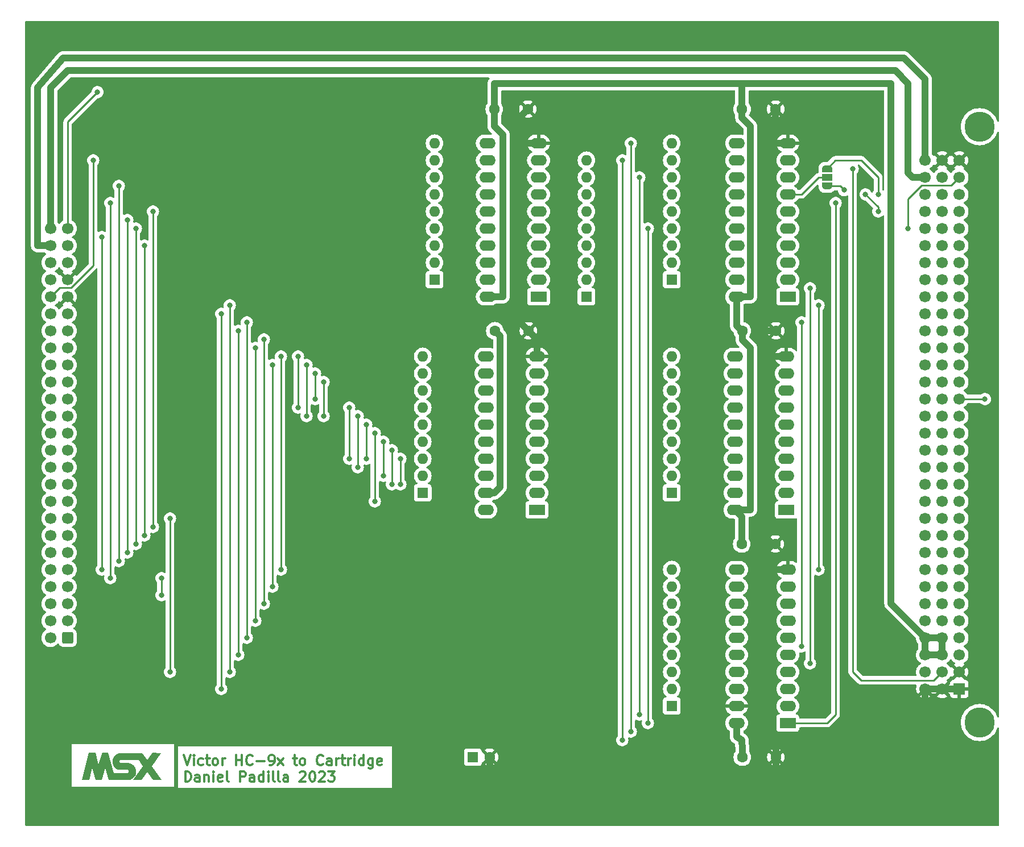
<source format=gbr>
G04 #@! TF.GenerationSoftware,KiCad,Pcbnew,7.0.1*
G04 #@! TF.CreationDate,2023-04-02T21:08:11+02:00*
G04 #@! TF.ProjectId,Victor HC90 Cart,56696374-6f72-4204-9843-393020436172,rev?*
G04 #@! TF.SameCoordinates,Original*
G04 #@! TF.FileFunction,Copper,L1,Top*
G04 #@! TF.FilePolarity,Positive*
%FSLAX46Y46*%
G04 Gerber Fmt 4.6, Leading zero omitted, Abs format (unit mm)*
G04 Created by KiCad (PCBNEW 7.0.1) date 2023-04-02 21:08:11*
%MOMM*%
%LPD*%
G01*
G04 APERTURE LIST*
G04 Aperture macros list*
%AMRoundRect*
0 Rectangle with rounded corners*
0 $1 Rounding radius*
0 $2 $3 $4 $5 $6 $7 $8 $9 X,Y pos of 4 corners*
0 Add a 4 corners polygon primitive as box body*
4,1,4,$2,$3,$4,$5,$6,$7,$8,$9,$2,$3,0*
0 Add four circle primitives for the rounded corners*
1,1,$1+$1,$2,$3*
1,1,$1+$1,$4,$5*
1,1,$1+$1,$6,$7*
1,1,$1+$1,$8,$9*
0 Add four rect primitives between the rounded corners*
20,1,$1+$1,$2,$3,$4,$5,0*
20,1,$1+$1,$4,$5,$6,$7,0*
20,1,$1+$1,$6,$7,$8,$9,0*
20,1,$1+$1,$8,$9,$2,$3,0*%
%AMFreePoly0*
4,1,19,0.550000,-0.750000,0.000000,-0.750000,0.000000,-0.744911,-0.071157,-0.744911,-0.207708,-0.704816,-0.327430,-0.627875,-0.420627,-0.520320,-0.479746,-0.390866,-0.500000,-0.250000,-0.500000,0.250000,-0.479746,0.390866,-0.420627,0.520320,-0.327430,0.627875,-0.207708,0.704816,-0.071157,0.744911,0.000000,0.744911,0.000000,0.750000,0.550000,0.750000,0.550000,-0.750000,0.550000,-0.750000,
$1*%
%AMFreePoly1*
4,1,19,0.000000,0.744911,0.071157,0.744911,0.207708,0.704816,0.327430,0.627875,0.420627,0.520320,0.479746,0.390866,0.500000,0.250000,0.500000,-0.250000,0.479746,-0.390866,0.420627,-0.520320,0.327430,-0.627875,0.207708,-0.704816,0.071157,-0.744911,0.000000,-0.744911,0.000000,-0.750000,-0.550000,-0.750000,-0.550000,0.750000,0.000000,0.750000,0.000000,0.744911,0.000000,0.744911,
$1*%
G04 Aperture macros list end*
G04 #@! TA.AperFunction,NonConductor*
%ADD10C,0.000000*%
G04 #@! TD*
%ADD11C,0.300000*%
G04 #@! TA.AperFunction,NonConductor*
%ADD12C,0.300000*%
G04 #@! TD*
G04 #@! TA.AperFunction,SMDPad,CuDef*
%ADD13FreePoly0,90.000000*%
G04 #@! TD*
G04 #@! TA.AperFunction,SMDPad,CuDef*
%ADD14R,1.500000X1.000000*%
G04 #@! TD*
G04 #@! TA.AperFunction,SMDPad,CuDef*
%ADD15FreePoly1,90.000000*%
G04 #@! TD*
G04 #@! TA.AperFunction,ComponentPad*
%ADD16C,4.500000*%
G04 #@! TD*
G04 #@! TA.AperFunction,ComponentPad*
%ADD17C,1.700000*%
G04 #@! TD*
G04 #@! TA.AperFunction,ComponentPad*
%ADD18R,1.700000X1.700000*%
G04 #@! TD*
G04 #@! TA.AperFunction,ComponentPad*
%ADD19R,1.600000X1.600000*%
G04 #@! TD*
G04 #@! TA.AperFunction,ComponentPad*
%ADD20C,1.600000*%
G04 #@! TD*
G04 #@! TA.AperFunction,ComponentPad*
%ADD21R,2.400000X1.600000*%
G04 #@! TD*
G04 #@! TA.AperFunction,ComponentPad*
%ADD22O,2.400000X1.600000*%
G04 #@! TD*
G04 #@! TA.AperFunction,ComponentPad*
%ADD23O,1.600000X1.600000*%
G04 #@! TD*
G04 #@! TA.AperFunction,ComponentPad*
%ADD24RoundRect,0.250000X0.600000X0.600000X-0.600000X0.600000X-0.600000X-0.600000X0.600000X-0.600000X0*%
G04 #@! TD*
G04 #@! TA.AperFunction,ViaPad*
%ADD25C,0.800000*%
G04 #@! TD*
G04 #@! TA.AperFunction,Conductor*
%ADD26C,0.250000*%
G04 #@! TD*
G04 #@! TA.AperFunction,Conductor*
%ADD27C,1.000000*%
G04 #@! TD*
G04 APERTURE END LIST*
D10*
G04 #@! TA.AperFunction,NonConductor*
G36*
X57964937Y-140832988D02*
G01*
X58479431Y-139065000D01*
X59377456Y-139065000D01*
X60219355Y-142049065D01*
X62273456Y-142045190D01*
X62293076Y-142043720D01*
X62311500Y-142039812D01*
X62328718Y-142033630D01*
X62344719Y-142025337D01*
X62359494Y-142015095D01*
X62373032Y-142003067D01*
X62385322Y-141989416D01*
X62396356Y-141974306D01*
X62406122Y-141957898D01*
X62414610Y-141940357D01*
X62421810Y-141921845D01*
X62427713Y-141902524D01*
X62432307Y-141882558D01*
X62435583Y-141862110D01*
X62437530Y-141841343D01*
X62438139Y-141820419D01*
X62437398Y-141799502D01*
X62435299Y-141778754D01*
X62431830Y-141758338D01*
X62426981Y-141738418D01*
X62420743Y-141719156D01*
X62413105Y-141700715D01*
X62404057Y-141683258D01*
X62393588Y-141666948D01*
X62381689Y-141651948D01*
X62368349Y-141638421D01*
X62353559Y-141626530D01*
X62337307Y-141616437D01*
X62319584Y-141608306D01*
X62300380Y-141602299D01*
X62279684Y-141598580D01*
X62257487Y-141597312D01*
X61061254Y-141581343D01*
X61013032Y-141580177D01*
X60964755Y-141575795D01*
X60916533Y-141568266D01*
X60868474Y-141557658D01*
X60820687Y-141544040D01*
X60773282Y-141527482D01*
X60726368Y-141508051D01*
X60680054Y-141485817D01*
X60634449Y-141460849D01*
X60589662Y-141433216D01*
X60545803Y-141402987D01*
X60502980Y-141370230D01*
X60461303Y-141335014D01*
X60420880Y-141297409D01*
X60381822Y-141257483D01*
X60344236Y-141215305D01*
X60308233Y-141170944D01*
X60273921Y-141124469D01*
X60241410Y-141075949D01*
X60210808Y-141025453D01*
X60182225Y-140973050D01*
X60155770Y-140918808D01*
X60131553Y-140862796D01*
X60109681Y-140805084D01*
X60090264Y-140745740D01*
X60073412Y-140684833D01*
X60059234Y-140622432D01*
X60047838Y-140558606D01*
X60039335Y-140493424D01*
X60033832Y-140426955D01*
X60031440Y-140359268D01*
X60032266Y-140290431D01*
X60034486Y-140227219D01*
X60040065Y-140164924D01*
X60048926Y-140103617D01*
X60060992Y-140043370D01*
X60076186Y-139984254D01*
X60094432Y-139926342D01*
X60115651Y-139869704D01*
X60139767Y-139814411D01*
X60166703Y-139760537D01*
X60196381Y-139708151D01*
X60228725Y-139657325D01*
X60263656Y-139608132D01*
X60301099Y-139560642D01*
X60340976Y-139514926D01*
X60383210Y-139471058D01*
X60427723Y-139429107D01*
X60474440Y-139389146D01*
X60523281Y-139351246D01*
X60574171Y-139315478D01*
X60627033Y-139281915D01*
X60681788Y-139250627D01*
X60738361Y-139221686D01*
X60796673Y-139195163D01*
X60856648Y-139171131D01*
X60918209Y-139149660D01*
X60981278Y-139130822D01*
X61045779Y-139114689D01*
X61111634Y-139101332D01*
X61178766Y-139090822D01*
X61247098Y-139083232D01*
X61316553Y-139078632D01*
X61387054Y-139077094D01*
X64438205Y-139074355D01*
X65214623Y-140131405D01*
X65972332Y-139065000D01*
X67235180Y-139074355D01*
X65850724Y-141020076D01*
X67347433Y-143129834D01*
X66091199Y-143125959D01*
X65220103Y-141915362D01*
X64391433Y-143125959D01*
X63109875Y-143124824D01*
X64569167Y-141038785D01*
X63933066Y-140112697D01*
X61280752Y-140116571D01*
X61254493Y-140118118D01*
X61229987Y-140122150D01*
X61207229Y-140128499D01*
X61186212Y-140136997D01*
X61166932Y-140147476D01*
X61149384Y-140159769D01*
X61133561Y-140173708D01*
X61119458Y-140189124D01*
X61107070Y-140205850D01*
X61096392Y-140223718D01*
X61087418Y-140242560D01*
X61080143Y-140262209D01*
X61074561Y-140282497D01*
X61070667Y-140303255D01*
X61068455Y-140324316D01*
X61067920Y-140345512D01*
X61069057Y-140366675D01*
X61071860Y-140387638D01*
X61076324Y-140408232D01*
X61082443Y-140428289D01*
X61090212Y-140447643D01*
X61099626Y-140466124D01*
X61110679Y-140483566D01*
X61123366Y-140499800D01*
X61137681Y-140514659D01*
X61153618Y-140527974D01*
X61171174Y-140539578D01*
X61190341Y-140549302D01*
X61211115Y-140556980D01*
X61233490Y-140562444D01*
X61257461Y-140565524D01*
X61283022Y-140566054D01*
X62400544Y-140583158D01*
X62445361Y-140584867D01*
X62491148Y-140589396D01*
X62537744Y-140596704D01*
X62584991Y-140606753D01*
X62632726Y-140619505D01*
X62680792Y-140634921D01*
X62729026Y-140652961D01*
X62777269Y-140673587D01*
X62825362Y-140696760D01*
X62873143Y-140722440D01*
X62920453Y-140750590D01*
X62967131Y-140781170D01*
X63013018Y-140814142D01*
X63057953Y-140849466D01*
X63101776Y-140887104D01*
X63144327Y-140927016D01*
X63185446Y-140969165D01*
X63224972Y-141013510D01*
X63262746Y-141060014D01*
X63298608Y-141108637D01*
X63332396Y-141159340D01*
X63363952Y-141212085D01*
X63393115Y-141266833D01*
X63419725Y-141323544D01*
X63443621Y-141382180D01*
X63464644Y-141442703D01*
X63482633Y-141505072D01*
X63497429Y-141569250D01*
X63508871Y-141635197D01*
X63516798Y-141702875D01*
X63521052Y-141772244D01*
X63521471Y-141843267D01*
X63519814Y-141925365D01*
X63513638Y-142004639D01*
X63503167Y-142081097D01*
X63488625Y-142154751D01*
X63470238Y-142225610D01*
X63448230Y-142293685D01*
X63422824Y-142358985D01*
X63394246Y-142421520D01*
X63362719Y-142481302D01*
X63328469Y-142538339D01*
X63291719Y-142592642D01*
X63252695Y-142644222D01*
X63211620Y-142693087D01*
X63168719Y-142739249D01*
X63124216Y-142782717D01*
X63078336Y-142823501D01*
X63031303Y-142861613D01*
X62983342Y-142897061D01*
X62885532Y-142960007D01*
X62786701Y-143012421D01*
X62688645Y-143054385D01*
X62593158Y-143085978D01*
X62502038Y-143107281D01*
X62417077Y-143118377D01*
X62340073Y-143119344D01*
X59414874Y-143123219D01*
X58928443Y-141300709D01*
X58442013Y-143119344D01*
X57518664Y-143119344D01*
X57010785Y-141310064D01*
X56564512Y-143122084D01*
X55486012Y-143115470D01*
X56515000Y-139065000D01*
X57469152Y-139065000D01*
X57964937Y-140832988D01*
G37*
G04 #@! TD.AperFunction*
D11*
D12*
X70627857Y-139396428D02*
X71127857Y-140896428D01*
X71127857Y-140896428D02*
X71627857Y-139396428D01*
X72127856Y-140896428D02*
X72127856Y-139896428D01*
X72127856Y-139396428D02*
X72056428Y-139467857D01*
X72056428Y-139467857D02*
X72127856Y-139539285D01*
X72127856Y-139539285D02*
X72199285Y-139467857D01*
X72199285Y-139467857D02*
X72127856Y-139396428D01*
X72127856Y-139396428D02*
X72127856Y-139539285D01*
X73485000Y-140825000D02*
X73342142Y-140896428D01*
X73342142Y-140896428D02*
X73056428Y-140896428D01*
X73056428Y-140896428D02*
X72913571Y-140825000D01*
X72913571Y-140825000D02*
X72842142Y-140753571D01*
X72842142Y-140753571D02*
X72770714Y-140610714D01*
X72770714Y-140610714D02*
X72770714Y-140182142D01*
X72770714Y-140182142D02*
X72842142Y-140039285D01*
X72842142Y-140039285D02*
X72913571Y-139967857D01*
X72913571Y-139967857D02*
X73056428Y-139896428D01*
X73056428Y-139896428D02*
X73342142Y-139896428D01*
X73342142Y-139896428D02*
X73485000Y-139967857D01*
X73913571Y-139896428D02*
X74484999Y-139896428D01*
X74127856Y-139396428D02*
X74127856Y-140682142D01*
X74127856Y-140682142D02*
X74199285Y-140825000D01*
X74199285Y-140825000D02*
X74342142Y-140896428D01*
X74342142Y-140896428D02*
X74484999Y-140896428D01*
X75199285Y-140896428D02*
X75056428Y-140825000D01*
X75056428Y-140825000D02*
X74984999Y-140753571D01*
X74984999Y-140753571D02*
X74913571Y-140610714D01*
X74913571Y-140610714D02*
X74913571Y-140182142D01*
X74913571Y-140182142D02*
X74984999Y-140039285D01*
X74984999Y-140039285D02*
X75056428Y-139967857D01*
X75056428Y-139967857D02*
X75199285Y-139896428D01*
X75199285Y-139896428D02*
X75413571Y-139896428D01*
X75413571Y-139896428D02*
X75556428Y-139967857D01*
X75556428Y-139967857D02*
X75627857Y-140039285D01*
X75627857Y-140039285D02*
X75699285Y-140182142D01*
X75699285Y-140182142D02*
X75699285Y-140610714D01*
X75699285Y-140610714D02*
X75627857Y-140753571D01*
X75627857Y-140753571D02*
X75556428Y-140825000D01*
X75556428Y-140825000D02*
X75413571Y-140896428D01*
X75413571Y-140896428D02*
X75199285Y-140896428D01*
X76342142Y-140896428D02*
X76342142Y-139896428D01*
X76342142Y-140182142D02*
X76413571Y-140039285D01*
X76413571Y-140039285D02*
X76485000Y-139967857D01*
X76485000Y-139967857D02*
X76627857Y-139896428D01*
X76627857Y-139896428D02*
X76770714Y-139896428D01*
X78413570Y-140896428D02*
X78413570Y-139396428D01*
X78413570Y-140110714D02*
X79270713Y-140110714D01*
X79270713Y-140896428D02*
X79270713Y-139396428D01*
X80842142Y-140753571D02*
X80770714Y-140825000D01*
X80770714Y-140825000D02*
X80556428Y-140896428D01*
X80556428Y-140896428D02*
X80413571Y-140896428D01*
X80413571Y-140896428D02*
X80199285Y-140825000D01*
X80199285Y-140825000D02*
X80056428Y-140682142D01*
X80056428Y-140682142D02*
X79984999Y-140539285D01*
X79984999Y-140539285D02*
X79913571Y-140253571D01*
X79913571Y-140253571D02*
X79913571Y-140039285D01*
X79913571Y-140039285D02*
X79984999Y-139753571D01*
X79984999Y-139753571D02*
X80056428Y-139610714D01*
X80056428Y-139610714D02*
X80199285Y-139467857D01*
X80199285Y-139467857D02*
X80413571Y-139396428D01*
X80413571Y-139396428D02*
X80556428Y-139396428D01*
X80556428Y-139396428D02*
X80770714Y-139467857D01*
X80770714Y-139467857D02*
X80842142Y-139539285D01*
X81484999Y-140325000D02*
X82627857Y-140325000D01*
X83413571Y-140896428D02*
X83699285Y-140896428D01*
X83699285Y-140896428D02*
X83842142Y-140825000D01*
X83842142Y-140825000D02*
X83913571Y-140753571D01*
X83913571Y-140753571D02*
X84056428Y-140539285D01*
X84056428Y-140539285D02*
X84127857Y-140253571D01*
X84127857Y-140253571D02*
X84127857Y-139682142D01*
X84127857Y-139682142D02*
X84056428Y-139539285D01*
X84056428Y-139539285D02*
X83985000Y-139467857D01*
X83985000Y-139467857D02*
X83842142Y-139396428D01*
X83842142Y-139396428D02*
X83556428Y-139396428D01*
X83556428Y-139396428D02*
X83413571Y-139467857D01*
X83413571Y-139467857D02*
X83342142Y-139539285D01*
X83342142Y-139539285D02*
X83270714Y-139682142D01*
X83270714Y-139682142D02*
X83270714Y-140039285D01*
X83270714Y-140039285D02*
X83342142Y-140182142D01*
X83342142Y-140182142D02*
X83413571Y-140253571D01*
X83413571Y-140253571D02*
X83556428Y-140325000D01*
X83556428Y-140325000D02*
X83842142Y-140325000D01*
X83842142Y-140325000D02*
X83985000Y-140253571D01*
X83985000Y-140253571D02*
X84056428Y-140182142D01*
X84056428Y-140182142D02*
X84127857Y-140039285D01*
X84627856Y-140896428D02*
X85413571Y-139896428D01*
X84627856Y-139896428D02*
X85413571Y-140896428D01*
X86913571Y-139896428D02*
X87484999Y-139896428D01*
X87127856Y-139396428D02*
X87127856Y-140682142D01*
X87127856Y-140682142D02*
X87199285Y-140825000D01*
X87199285Y-140825000D02*
X87342142Y-140896428D01*
X87342142Y-140896428D02*
X87484999Y-140896428D01*
X88199285Y-140896428D02*
X88056428Y-140825000D01*
X88056428Y-140825000D02*
X87984999Y-140753571D01*
X87984999Y-140753571D02*
X87913571Y-140610714D01*
X87913571Y-140610714D02*
X87913571Y-140182142D01*
X87913571Y-140182142D02*
X87984999Y-140039285D01*
X87984999Y-140039285D02*
X88056428Y-139967857D01*
X88056428Y-139967857D02*
X88199285Y-139896428D01*
X88199285Y-139896428D02*
X88413571Y-139896428D01*
X88413571Y-139896428D02*
X88556428Y-139967857D01*
X88556428Y-139967857D02*
X88627857Y-140039285D01*
X88627857Y-140039285D02*
X88699285Y-140182142D01*
X88699285Y-140182142D02*
X88699285Y-140610714D01*
X88699285Y-140610714D02*
X88627857Y-140753571D01*
X88627857Y-140753571D02*
X88556428Y-140825000D01*
X88556428Y-140825000D02*
X88413571Y-140896428D01*
X88413571Y-140896428D02*
X88199285Y-140896428D01*
X91342142Y-140753571D02*
X91270714Y-140825000D01*
X91270714Y-140825000D02*
X91056428Y-140896428D01*
X91056428Y-140896428D02*
X90913571Y-140896428D01*
X90913571Y-140896428D02*
X90699285Y-140825000D01*
X90699285Y-140825000D02*
X90556428Y-140682142D01*
X90556428Y-140682142D02*
X90484999Y-140539285D01*
X90484999Y-140539285D02*
X90413571Y-140253571D01*
X90413571Y-140253571D02*
X90413571Y-140039285D01*
X90413571Y-140039285D02*
X90484999Y-139753571D01*
X90484999Y-139753571D02*
X90556428Y-139610714D01*
X90556428Y-139610714D02*
X90699285Y-139467857D01*
X90699285Y-139467857D02*
X90913571Y-139396428D01*
X90913571Y-139396428D02*
X91056428Y-139396428D01*
X91056428Y-139396428D02*
X91270714Y-139467857D01*
X91270714Y-139467857D02*
X91342142Y-139539285D01*
X92627857Y-140896428D02*
X92627857Y-140110714D01*
X92627857Y-140110714D02*
X92556428Y-139967857D01*
X92556428Y-139967857D02*
X92413571Y-139896428D01*
X92413571Y-139896428D02*
X92127857Y-139896428D01*
X92127857Y-139896428D02*
X91984999Y-139967857D01*
X92627857Y-140825000D02*
X92484999Y-140896428D01*
X92484999Y-140896428D02*
X92127857Y-140896428D01*
X92127857Y-140896428D02*
X91984999Y-140825000D01*
X91984999Y-140825000D02*
X91913571Y-140682142D01*
X91913571Y-140682142D02*
X91913571Y-140539285D01*
X91913571Y-140539285D02*
X91984999Y-140396428D01*
X91984999Y-140396428D02*
X92127857Y-140325000D01*
X92127857Y-140325000D02*
X92484999Y-140325000D01*
X92484999Y-140325000D02*
X92627857Y-140253571D01*
X93342142Y-140896428D02*
X93342142Y-139896428D01*
X93342142Y-140182142D02*
X93413571Y-140039285D01*
X93413571Y-140039285D02*
X93485000Y-139967857D01*
X93485000Y-139967857D02*
X93627857Y-139896428D01*
X93627857Y-139896428D02*
X93770714Y-139896428D01*
X94056428Y-139896428D02*
X94627856Y-139896428D01*
X94270713Y-139396428D02*
X94270713Y-140682142D01*
X94270713Y-140682142D02*
X94342142Y-140825000D01*
X94342142Y-140825000D02*
X94484999Y-140896428D01*
X94484999Y-140896428D02*
X94627856Y-140896428D01*
X95127856Y-140896428D02*
X95127856Y-139896428D01*
X95127856Y-140182142D02*
X95199285Y-140039285D01*
X95199285Y-140039285D02*
X95270714Y-139967857D01*
X95270714Y-139967857D02*
X95413571Y-139896428D01*
X95413571Y-139896428D02*
X95556428Y-139896428D01*
X96056427Y-140896428D02*
X96056427Y-139896428D01*
X96056427Y-139396428D02*
X95984999Y-139467857D01*
X95984999Y-139467857D02*
X96056427Y-139539285D01*
X96056427Y-139539285D02*
X96127856Y-139467857D01*
X96127856Y-139467857D02*
X96056427Y-139396428D01*
X96056427Y-139396428D02*
X96056427Y-139539285D01*
X97413571Y-140896428D02*
X97413571Y-139396428D01*
X97413571Y-140825000D02*
X97270713Y-140896428D01*
X97270713Y-140896428D02*
X96984999Y-140896428D01*
X96984999Y-140896428D02*
X96842142Y-140825000D01*
X96842142Y-140825000D02*
X96770713Y-140753571D01*
X96770713Y-140753571D02*
X96699285Y-140610714D01*
X96699285Y-140610714D02*
X96699285Y-140182142D01*
X96699285Y-140182142D02*
X96770713Y-140039285D01*
X96770713Y-140039285D02*
X96842142Y-139967857D01*
X96842142Y-139967857D02*
X96984999Y-139896428D01*
X96984999Y-139896428D02*
X97270713Y-139896428D01*
X97270713Y-139896428D02*
X97413571Y-139967857D01*
X98770714Y-139896428D02*
X98770714Y-141110714D01*
X98770714Y-141110714D02*
X98699285Y-141253571D01*
X98699285Y-141253571D02*
X98627856Y-141325000D01*
X98627856Y-141325000D02*
X98484999Y-141396428D01*
X98484999Y-141396428D02*
X98270714Y-141396428D01*
X98270714Y-141396428D02*
X98127856Y-141325000D01*
X98770714Y-140825000D02*
X98627856Y-140896428D01*
X98627856Y-140896428D02*
X98342142Y-140896428D01*
X98342142Y-140896428D02*
X98199285Y-140825000D01*
X98199285Y-140825000D02*
X98127856Y-140753571D01*
X98127856Y-140753571D02*
X98056428Y-140610714D01*
X98056428Y-140610714D02*
X98056428Y-140182142D01*
X98056428Y-140182142D02*
X98127856Y-140039285D01*
X98127856Y-140039285D02*
X98199285Y-139967857D01*
X98199285Y-139967857D02*
X98342142Y-139896428D01*
X98342142Y-139896428D02*
X98627856Y-139896428D01*
X98627856Y-139896428D02*
X98770714Y-139967857D01*
X100056428Y-140825000D02*
X99913571Y-140896428D01*
X99913571Y-140896428D02*
X99627857Y-140896428D01*
X99627857Y-140896428D02*
X99484999Y-140825000D01*
X99484999Y-140825000D02*
X99413571Y-140682142D01*
X99413571Y-140682142D02*
X99413571Y-140110714D01*
X99413571Y-140110714D02*
X99484999Y-139967857D01*
X99484999Y-139967857D02*
X99627857Y-139896428D01*
X99627857Y-139896428D02*
X99913571Y-139896428D01*
X99913571Y-139896428D02*
X100056428Y-139967857D01*
X100056428Y-139967857D02*
X100127857Y-140110714D01*
X100127857Y-140110714D02*
X100127857Y-140253571D01*
X100127857Y-140253571D02*
X99413571Y-140396428D01*
X70842142Y-143326428D02*
X70842142Y-141826428D01*
X70842142Y-141826428D02*
X71199285Y-141826428D01*
X71199285Y-141826428D02*
X71413571Y-141897857D01*
X71413571Y-141897857D02*
X71556428Y-142040714D01*
X71556428Y-142040714D02*
X71627857Y-142183571D01*
X71627857Y-142183571D02*
X71699285Y-142469285D01*
X71699285Y-142469285D02*
X71699285Y-142683571D01*
X71699285Y-142683571D02*
X71627857Y-142969285D01*
X71627857Y-142969285D02*
X71556428Y-143112142D01*
X71556428Y-143112142D02*
X71413571Y-143255000D01*
X71413571Y-143255000D02*
X71199285Y-143326428D01*
X71199285Y-143326428D02*
X70842142Y-143326428D01*
X72985000Y-143326428D02*
X72985000Y-142540714D01*
X72985000Y-142540714D02*
X72913571Y-142397857D01*
X72913571Y-142397857D02*
X72770714Y-142326428D01*
X72770714Y-142326428D02*
X72485000Y-142326428D01*
X72485000Y-142326428D02*
X72342142Y-142397857D01*
X72985000Y-143255000D02*
X72842142Y-143326428D01*
X72842142Y-143326428D02*
X72485000Y-143326428D01*
X72485000Y-143326428D02*
X72342142Y-143255000D01*
X72342142Y-143255000D02*
X72270714Y-143112142D01*
X72270714Y-143112142D02*
X72270714Y-142969285D01*
X72270714Y-142969285D02*
X72342142Y-142826428D01*
X72342142Y-142826428D02*
X72485000Y-142755000D01*
X72485000Y-142755000D02*
X72842142Y-142755000D01*
X72842142Y-142755000D02*
X72985000Y-142683571D01*
X73699285Y-142326428D02*
X73699285Y-143326428D01*
X73699285Y-142469285D02*
X73770714Y-142397857D01*
X73770714Y-142397857D02*
X73913571Y-142326428D01*
X73913571Y-142326428D02*
X74127857Y-142326428D01*
X74127857Y-142326428D02*
X74270714Y-142397857D01*
X74270714Y-142397857D02*
X74342143Y-142540714D01*
X74342143Y-142540714D02*
X74342143Y-143326428D01*
X75056428Y-143326428D02*
X75056428Y-142326428D01*
X75056428Y-141826428D02*
X74985000Y-141897857D01*
X74985000Y-141897857D02*
X75056428Y-141969285D01*
X75056428Y-141969285D02*
X75127857Y-141897857D01*
X75127857Y-141897857D02*
X75056428Y-141826428D01*
X75056428Y-141826428D02*
X75056428Y-141969285D01*
X76342143Y-143255000D02*
X76199286Y-143326428D01*
X76199286Y-143326428D02*
X75913572Y-143326428D01*
X75913572Y-143326428D02*
X75770714Y-143255000D01*
X75770714Y-143255000D02*
X75699286Y-143112142D01*
X75699286Y-143112142D02*
X75699286Y-142540714D01*
X75699286Y-142540714D02*
X75770714Y-142397857D01*
X75770714Y-142397857D02*
X75913572Y-142326428D01*
X75913572Y-142326428D02*
X76199286Y-142326428D01*
X76199286Y-142326428D02*
X76342143Y-142397857D01*
X76342143Y-142397857D02*
X76413572Y-142540714D01*
X76413572Y-142540714D02*
X76413572Y-142683571D01*
X76413572Y-142683571D02*
X75699286Y-142826428D01*
X77270714Y-143326428D02*
X77127857Y-143255000D01*
X77127857Y-143255000D02*
X77056428Y-143112142D01*
X77056428Y-143112142D02*
X77056428Y-141826428D01*
X78984999Y-143326428D02*
X78984999Y-141826428D01*
X78984999Y-141826428D02*
X79556428Y-141826428D01*
X79556428Y-141826428D02*
X79699285Y-141897857D01*
X79699285Y-141897857D02*
X79770714Y-141969285D01*
X79770714Y-141969285D02*
X79842142Y-142112142D01*
X79842142Y-142112142D02*
X79842142Y-142326428D01*
X79842142Y-142326428D02*
X79770714Y-142469285D01*
X79770714Y-142469285D02*
X79699285Y-142540714D01*
X79699285Y-142540714D02*
X79556428Y-142612142D01*
X79556428Y-142612142D02*
X78984999Y-142612142D01*
X81127857Y-143326428D02*
X81127857Y-142540714D01*
X81127857Y-142540714D02*
X81056428Y-142397857D01*
X81056428Y-142397857D02*
X80913571Y-142326428D01*
X80913571Y-142326428D02*
X80627857Y-142326428D01*
X80627857Y-142326428D02*
X80484999Y-142397857D01*
X81127857Y-143255000D02*
X80984999Y-143326428D01*
X80984999Y-143326428D02*
X80627857Y-143326428D01*
X80627857Y-143326428D02*
X80484999Y-143255000D01*
X80484999Y-143255000D02*
X80413571Y-143112142D01*
X80413571Y-143112142D02*
X80413571Y-142969285D01*
X80413571Y-142969285D02*
X80484999Y-142826428D01*
X80484999Y-142826428D02*
X80627857Y-142755000D01*
X80627857Y-142755000D02*
X80984999Y-142755000D01*
X80984999Y-142755000D02*
X81127857Y-142683571D01*
X82485000Y-143326428D02*
X82485000Y-141826428D01*
X82485000Y-143255000D02*
X82342142Y-143326428D01*
X82342142Y-143326428D02*
X82056428Y-143326428D01*
X82056428Y-143326428D02*
X81913571Y-143255000D01*
X81913571Y-143255000D02*
X81842142Y-143183571D01*
X81842142Y-143183571D02*
X81770714Y-143040714D01*
X81770714Y-143040714D02*
X81770714Y-142612142D01*
X81770714Y-142612142D02*
X81842142Y-142469285D01*
X81842142Y-142469285D02*
X81913571Y-142397857D01*
X81913571Y-142397857D02*
X82056428Y-142326428D01*
X82056428Y-142326428D02*
X82342142Y-142326428D01*
X82342142Y-142326428D02*
X82485000Y-142397857D01*
X83199285Y-143326428D02*
X83199285Y-142326428D01*
X83199285Y-141826428D02*
X83127857Y-141897857D01*
X83127857Y-141897857D02*
X83199285Y-141969285D01*
X83199285Y-141969285D02*
X83270714Y-141897857D01*
X83270714Y-141897857D02*
X83199285Y-141826428D01*
X83199285Y-141826428D02*
X83199285Y-141969285D01*
X84127857Y-143326428D02*
X83985000Y-143255000D01*
X83985000Y-143255000D02*
X83913571Y-143112142D01*
X83913571Y-143112142D02*
X83913571Y-141826428D01*
X84913571Y-143326428D02*
X84770714Y-143255000D01*
X84770714Y-143255000D02*
X84699285Y-143112142D01*
X84699285Y-143112142D02*
X84699285Y-141826428D01*
X86127857Y-143326428D02*
X86127857Y-142540714D01*
X86127857Y-142540714D02*
X86056428Y-142397857D01*
X86056428Y-142397857D02*
X85913571Y-142326428D01*
X85913571Y-142326428D02*
X85627857Y-142326428D01*
X85627857Y-142326428D02*
X85484999Y-142397857D01*
X86127857Y-143255000D02*
X85984999Y-143326428D01*
X85984999Y-143326428D02*
X85627857Y-143326428D01*
X85627857Y-143326428D02*
X85484999Y-143255000D01*
X85484999Y-143255000D02*
X85413571Y-143112142D01*
X85413571Y-143112142D02*
X85413571Y-142969285D01*
X85413571Y-142969285D02*
X85484999Y-142826428D01*
X85484999Y-142826428D02*
X85627857Y-142755000D01*
X85627857Y-142755000D02*
X85984999Y-142755000D01*
X85984999Y-142755000D02*
X86127857Y-142683571D01*
X87913571Y-141969285D02*
X87984999Y-141897857D01*
X87984999Y-141897857D02*
X88127857Y-141826428D01*
X88127857Y-141826428D02*
X88484999Y-141826428D01*
X88484999Y-141826428D02*
X88627857Y-141897857D01*
X88627857Y-141897857D02*
X88699285Y-141969285D01*
X88699285Y-141969285D02*
X88770714Y-142112142D01*
X88770714Y-142112142D02*
X88770714Y-142255000D01*
X88770714Y-142255000D02*
X88699285Y-142469285D01*
X88699285Y-142469285D02*
X87842142Y-143326428D01*
X87842142Y-143326428D02*
X88770714Y-143326428D01*
X89699285Y-141826428D02*
X89842142Y-141826428D01*
X89842142Y-141826428D02*
X89984999Y-141897857D01*
X89984999Y-141897857D02*
X90056428Y-141969285D01*
X90056428Y-141969285D02*
X90127856Y-142112142D01*
X90127856Y-142112142D02*
X90199285Y-142397857D01*
X90199285Y-142397857D02*
X90199285Y-142755000D01*
X90199285Y-142755000D02*
X90127856Y-143040714D01*
X90127856Y-143040714D02*
X90056428Y-143183571D01*
X90056428Y-143183571D02*
X89984999Y-143255000D01*
X89984999Y-143255000D02*
X89842142Y-143326428D01*
X89842142Y-143326428D02*
X89699285Y-143326428D01*
X89699285Y-143326428D02*
X89556428Y-143255000D01*
X89556428Y-143255000D02*
X89484999Y-143183571D01*
X89484999Y-143183571D02*
X89413570Y-143040714D01*
X89413570Y-143040714D02*
X89342142Y-142755000D01*
X89342142Y-142755000D02*
X89342142Y-142397857D01*
X89342142Y-142397857D02*
X89413570Y-142112142D01*
X89413570Y-142112142D02*
X89484999Y-141969285D01*
X89484999Y-141969285D02*
X89556428Y-141897857D01*
X89556428Y-141897857D02*
X89699285Y-141826428D01*
X90770713Y-141969285D02*
X90842141Y-141897857D01*
X90842141Y-141897857D02*
X90984999Y-141826428D01*
X90984999Y-141826428D02*
X91342141Y-141826428D01*
X91342141Y-141826428D02*
X91484999Y-141897857D01*
X91484999Y-141897857D02*
X91556427Y-141969285D01*
X91556427Y-141969285D02*
X91627856Y-142112142D01*
X91627856Y-142112142D02*
X91627856Y-142255000D01*
X91627856Y-142255000D02*
X91556427Y-142469285D01*
X91556427Y-142469285D02*
X90699284Y-143326428D01*
X90699284Y-143326428D02*
X91627856Y-143326428D01*
X92127855Y-141826428D02*
X93056427Y-141826428D01*
X93056427Y-141826428D02*
X92556427Y-142397857D01*
X92556427Y-142397857D02*
X92770712Y-142397857D01*
X92770712Y-142397857D02*
X92913570Y-142469285D01*
X92913570Y-142469285D02*
X92984998Y-142540714D01*
X92984998Y-142540714D02*
X93056427Y-142683571D01*
X93056427Y-142683571D02*
X93056427Y-143040714D01*
X93056427Y-143040714D02*
X92984998Y-143183571D01*
X92984998Y-143183571D02*
X92913570Y-143255000D01*
X92913570Y-143255000D02*
X92770712Y-143326428D01*
X92770712Y-143326428D02*
X92342141Y-143326428D01*
X92342141Y-143326428D02*
X92199284Y-143255000D01*
X92199284Y-143255000D02*
X92127855Y-143183571D01*
D13*
X166340000Y-54640000D03*
D14*
X166340000Y-53340000D03*
D15*
X166340000Y-52040000D03*
D16*
X189055000Y-134540000D03*
X189055000Y-45800000D03*
D17*
X186055000Y-50800000D03*
X186055000Y-53340000D03*
X186055000Y-55880000D03*
X186055000Y-58420000D03*
X186055000Y-60960000D03*
X186055000Y-63500000D03*
X186055000Y-66040000D03*
X186055000Y-68580000D03*
X186055000Y-71120000D03*
X186055000Y-73660000D03*
X186055000Y-76200000D03*
X186055000Y-78740000D03*
X186055000Y-81280000D03*
X186055000Y-83820000D03*
X186055000Y-86360000D03*
X186055000Y-88900000D03*
X186055000Y-91440000D03*
X186055000Y-93980000D03*
X186055000Y-96520000D03*
X186055000Y-99060000D03*
X186055000Y-101600000D03*
X186055000Y-104140000D03*
X186055000Y-106680000D03*
X186055000Y-109220000D03*
X186055000Y-111760000D03*
X186055000Y-114300000D03*
X186055000Y-116840000D03*
X186055000Y-119380000D03*
X186055000Y-121920000D03*
X186055000Y-124460000D03*
X186055000Y-127000000D03*
D18*
X186055000Y-129540000D03*
D17*
X183515000Y-50800000D03*
X183515000Y-53340000D03*
X183515000Y-55880000D03*
X183515000Y-58420000D03*
X183515000Y-60960000D03*
X183515000Y-63500000D03*
X183515000Y-66040000D03*
X183515000Y-68580000D03*
X183515000Y-71120000D03*
X183515000Y-73660000D03*
X183515000Y-76200000D03*
X183515000Y-78740000D03*
X183515000Y-81280000D03*
X183515000Y-83820000D03*
X183515000Y-86360000D03*
X183515000Y-88900000D03*
X183515000Y-91440000D03*
X183515000Y-93980000D03*
X183515000Y-96520000D03*
X183515000Y-99060000D03*
X183515000Y-101600000D03*
X183515000Y-104140000D03*
X183515000Y-106680000D03*
X183515000Y-109220000D03*
X183515000Y-111760000D03*
X183515000Y-114300000D03*
X183515000Y-116840000D03*
X183515000Y-119380000D03*
X183515000Y-121920000D03*
X183515000Y-124460000D03*
X183515000Y-127000000D03*
X183515000Y-129540000D03*
X180975000Y-50800000D03*
X180975000Y-53340000D03*
X180975000Y-55880000D03*
X180975000Y-58420000D03*
X180975000Y-60960000D03*
X180975000Y-63500000D03*
X180975000Y-66040000D03*
X180975000Y-68580000D03*
X180975000Y-71120000D03*
X180975000Y-73660000D03*
X180975000Y-76200000D03*
X180975000Y-78740000D03*
X180975000Y-81280000D03*
X180975000Y-83820000D03*
X180975000Y-86360000D03*
X180975000Y-88900000D03*
X180975000Y-91440000D03*
X180975000Y-93980000D03*
X180975000Y-96520000D03*
X180975000Y-99060000D03*
X180975000Y-101600000D03*
X180975000Y-104140000D03*
X180975000Y-106680000D03*
X180975000Y-109220000D03*
X180975000Y-111760000D03*
X180975000Y-114300000D03*
X180975000Y-116840000D03*
X180975000Y-119380000D03*
X180975000Y-121920000D03*
X180975000Y-124460000D03*
X180975000Y-127000000D03*
X180975000Y-129540000D03*
D19*
X113650000Y-139700000D03*
D20*
X116150000Y-139700000D03*
D21*
X123190000Y-102870000D03*
D22*
X123190000Y-100330000D03*
X123190000Y-97790000D03*
X123190000Y-95250000D03*
X123190000Y-92710000D03*
X123190000Y-90170000D03*
X123190000Y-87630000D03*
X123190000Y-85090000D03*
X123190000Y-82550000D03*
X123190000Y-80010000D03*
X115570000Y-80010000D03*
X115570000Y-82550000D03*
X115570000Y-85090000D03*
X115570000Y-87630000D03*
X115570000Y-90170000D03*
X115570000Y-92710000D03*
X115570000Y-95250000D03*
X115570000Y-97790000D03*
X115570000Y-100330000D03*
X115570000Y-102870000D03*
D19*
X143256000Y-100330000D03*
D23*
X143256000Y-97790000D03*
X143256000Y-95250000D03*
X143256000Y-92710000D03*
X143256000Y-90170000D03*
X143256000Y-87630000D03*
X143256000Y-85090000D03*
X143256000Y-82550000D03*
X143256000Y-80010000D03*
D21*
X160528000Y-134620000D03*
D22*
X160528000Y-132080000D03*
X160528000Y-129540000D03*
X160528000Y-127000000D03*
X160528000Y-124460000D03*
X160528000Y-121920000D03*
X160528000Y-119380000D03*
X160528000Y-116840000D03*
X160528000Y-114300000D03*
X160528000Y-111760000D03*
X152908000Y-111760000D03*
X152908000Y-114300000D03*
X152908000Y-116840000D03*
X152908000Y-119380000D03*
X152908000Y-121920000D03*
X152908000Y-124460000D03*
X152908000Y-127000000D03*
X152908000Y-129540000D03*
X152908000Y-132080000D03*
X152908000Y-134620000D03*
D19*
X143256000Y-68580000D03*
D23*
X143256000Y-66040000D03*
X143256000Y-63500000D03*
X143256000Y-60960000D03*
X143256000Y-58420000D03*
X143256000Y-55880000D03*
X143256000Y-53340000D03*
X143256000Y-50800000D03*
X143256000Y-48260000D03*
D21*
X123429000Y-71120000D03*
D22*
X123429000Y-68580000D03*
X123429000Y-66040000D03*
X123429000Y-63500000D03*
X123429000Y-60960000D03*
X123429000Y-58420000D03*
X123429000Y-55880000D03*
X123429000Y-53340000D03*
X123429000Y-50800000D03*
X123429000Y-48260000D03*
X115809000Y-48260000D03*
X115809000Y-50800000D03*
X115809000Y-53340000D03*
X115809000Y-55880000D03*
X115809000Y-58420000D03*
X115809000Y-60960000D03*
X115809000Y-63500000D03*
X115809000Y-66040000D03*
X115809000Y-68580000D03*
X115809000Y-71120000D03*
D19*
X143256000Y-132080000D03*
D23*
X143256000Y-129540000D03*
X143256000Y-127000000D03*
X143256000Y-124460000D03*
X143256000Y-121920000D03*
X143256000Y-119380000D03*
X143256000Y-116840000D03*
X143256000Y-114300000D03*
X143256000Y-111760000D03*
D20*
X153710000Y-43180000D03*
X158710000Y-43180000D03*
X116840000Y-43180000D03*
X121840000Y-43180000D03*
D24*
X53340000Y-121920000D03*
D17*
X50800000Y-121920000D03*
X53340000Y-119380000D03*
X50800000Y-119380000D03*
X53340000Y-116840000D03*
X50800000Y-116840000D03*
X53340000Y-114300000D03*
X50800000Y-114300000D03*
X53340000Y-111760000D03*
X50800000Y-111760000D03*
X53340000Y-109220000D03*
X50800000Y-109220000D03*
X53340000Y-106680000D03*
X50800000Y-106680000D03*
X53340000Y-104140000D03*
X50800000Y-104140000D03*
X53340000Y-101600000D03*
X50800000Y-101600000D03*
X53340000Y-99060000D03*
X50800000Y-99060000D03*
X53340000Y-96520000D03*
X50800000Y-96520000D03*
X53340000Y-93980000D03*
X50800000Y-93980000D03*
X53340000Y-91440000D03*
X50800000Y-91440000D03*
X53340000Y-88900000D03*
X50800000Y-88900000D03*
X53340000Y-86360000D03*
X50800000Y-86360000D03*
X53340000Y-83820000D03*
X50800000Y-83820000D03*
X53340000Y-81280000D03*
X50800000Y-81280000D03*
X53340000Y-78740000D03*
X50800000Y-78740000D03*
X53340000Y-76200000D03*
X50800000Y-76200000D03*
X53340000Y-73660000D03*
X50800000Y-73660000D03*
X53340000Y-71120000D03*
X50800000Y-71120000D03*
X53340000Y-68580000D03*
X50800000Y-68580000D03*
X53340000Y-66040000D03*
X50800000Y-66040000D03*
X53340000Y-63500000D03*
X50800000Y-63500000D03*
X53340000Y-60960000D03*
X50800000Y-60960000D03*
D20*
X153670000Y-107950000D03*
X158670000Y-107950000D03*
D21*
X160289000Y-102870000D03*
D22*
X160289000Y-100330000D03*
X160289000Y-97790000D03*
X160289000Y-95250000D03*
X160289000Y-92710000D03*
X160289000Y-90170000D03*
X160289000Y-87630000D03*
X160289000Y-85090000D03*
X160289000Y-82550000D03*
X160289000Y-80010000D03*
X152669000Y-80010000D03*
X152669000Y-82550000D03*
X152669000Y-85090000D03*
X152669000Y-87630000D03*
X152669000Y-90170000D03*
X152669000Y-92710000D03*
X152669000Y-95250000D03*
X152669000Y-97790000D03*
X152669000Y-100330000D03*
X152669000Y-102870000D03*
D20*
X153750000Y-76200000D03*
X158750000Y-76200000D03*
X153750000Y-139700000D03*
X158750000Y-139700000D03*
X116920000Y-76200000D03*
X121920000Y-76200000D03*
D19*
X130556000Y-71120000D03*
D23*
X130556000Y-68580000D03*
X130556000Y-66040000D03*
X130556000Y-63500000D03*
X130556000Y-60960000D03*
X130556000Y-58420000D03*
X130556000Y-55880000D03*
X130556000Y-53340000D03*
X130556000Y-50800000D03*
D19*
X106189000Y-100330000D03*
D23*
X106189000Y-97790000D03*
X106189000Y-95250000D03*
X106189000Y-92710000D03*
X106189000Y-90170000D03*
X106189000Y-87630000D03*
X106189000Y-85090000D03*
X106189000Y-82550000D03*
X106189000Y-80010000D03*
D21*
X160528000Y-71120000D03*
D22*
X160528000Y-68580000D03*
X160528000Y-66040000D03*
X160528000Y-63500000D03*
X160528000Y-60960000D03*
X160528000Y-58420000D03*
X160528000Y-55880000D03*
X160528000Y-53340000D03*
X160528000Y-50800000D03*
X160528000Y-48260000D03*
X152908000Y-48260000D03*
X152908000Y-50800000D03*
X152908000Y-53340000D03*
X152908000Y-55880000D03*
X152908000Y-58420000D03*
X152908000Y-60960000D03*
X152908000Y-63500000D03*
X152908000Y-66040000D03*
X152908000Y-68580000D03*
X152908000Y-71120000D03*
D19*
X107950000Y-68580000D03*
D23*
X107950000Y-66040000D03*
X107950000Y-63500000D03*
X107950000Y-60960000D03*
X107950000Y-58420000D03*
X107950000Y-55880000D03*
X107950000Y-53340000D03*
X107950000Y-50800000D03*
X107950000Y-48260000D03*
D25*
X189865000Y-86360000D03*
X57785000Y-40640000D03*
X173990000Y-55880000D03*
X173990000Y-58420000D03*
X172085000Y-55880000D03*
X168910000Y-55245000D03*
X102870000Y-140335000D03*
X146685000Y-137795000D03*
X175260000Y-123190000D03*
X174625000Y-138430000D03*
X186690000Y-144145000D03*
X176530000Y-147955000D03*
X160655000Y-147955000D03*
X137795000Y-147955000D03*
X86995000Y-148590000D03*
X66675000Y-148590000D03*
X51435000Y-148590000D03*
X50165000Y-139700000D03*
X62230000Y-130175000D03*
X47625000Y-111760000D03*
X48260000Y-92075000D03*
X48260000Y-71755000D03*
X50800000Y-128905000D03*
X72390000Y-107315000D03*
X90170000Y-107315000D03*
X104140000Y-106680000D03*
X116205000Y-107315000D03*
X130810000Y-106680000D03*
X147320000Y-106680000D03*
X172720000Y-99695000D03*
X146685000Y-74930000D03*
X129540000Y-74930000D03*
X108585000Y-76200000D03*
X92075000Y-76200000D03*
X100965000Y-67310000D03*
X86360000Y-66040000D03*
X69850000Y-66675000D03*
X168275000Y-45720000D03*
X130810000Y-43815000D03*
X100965000Y-44450000D03*
X83820000Y-45720000D03*
X67310000Y-45085000D03*
X53975000Y-40640000D03*
X178435000Y-32385000D03*
X156845000Y-32385000D03*
X139065000Y-32385000D03*
X116840000Y-32385000D03*
X101600000Y-32385000D03*
X83185000Y-32385000D03*
X66675000Y-33020000D03*
X52070000Y-33020000D03*
X90170000Y-82550000D03*
X90170000Y-86360000D03*
X167640000Y-57150000D03*
X88900000Y-88900000D03*
X88900000Y-81280000D03*
X95250000Y-95250000D03*
X95250000Y-87630000D03*
X170180000Y-52070000D03*
X102870000Y-99060000D03*
X102870000Y-95250000D03*
X101600000Y-99060000D03*
X101600000Y-93980000D03*
X162560000Y-74930000D03*
X162560000Y-123190000D03*
X100330000Y-92710000D03*
X100330000Y-97790000D03*
X67310000Y-113030000D03*
X165100000Y-72390000D03*
X165100000Y-111760000D03*
X67310000Y-115570000D03*
X99060000Y-91440000D03*
X99060000Y-101600000D03*
X97790000Y-90170000D03*
X97790000Y-95250000D03*
X96520000Y-96520000D03*
X96520000Y-88900000D03*
X91440000Y-88900000D03*
X91440000Y-83820000D03*
X137160000Y-48260000D03*
X137160000Y-135890000D03*
X135890000Y-137160000D03*
X135890000Y-50800000D03*
X138430000Y-133350000D03*
X138430000Y-53340000D03*
X58420000Y-111760000D03*
X58420000Y-62230000D03*
X59690000Y-57150000D03*
X59690000Y-113030000D03*
X62230000Y-59690000D03*
X62230000Y-109220000D03*
X60960000Y-54610000D03*
X60960000Y-110490000D03*
X64770000Y-63500000D03*
X64770000Y-106680000D03*
X63500000Y-107950000D03*
X63500000Y-60960000D03*
X139700000Y-60960000D03*
X139700000Y-134620000D03*
X68580000Y-104140000D03*
X68580000Y-127000000D03*
X87630000Y-87630000D03*
X87630000Y-80010000D03*
X83820000Y-81280000D03*
X83820000Y-114300000D03*
X85090000Y-111760000D03*
X85090000Y-80010000D03*
X81280000Y-119380000D03*
X81280000Y-78740000D03*
X82550000Y-116840000D03*
X82550000Y-77470000D03*
X78740000Y-124460000D03*
X78740000Y-76200000D03*
X80010000Y-121920000D03*
X80010000Y-74930000D03*
X76200000Y-73660000D03*
X76200000Y-129540000D03*
X77470000Y-127000000D03*
X77470000Y-72390000D03*
X57150000Y-50800000D03*
X178435000Y-60960000D03*
X163830000Y-125730000D03*
X163830000Y-69850000D03*
X66040000Y-58420000D03*
X66040000Y-105410000D03*
D26*
X189865000Y-86360000D02*
X186055000Y-86360000D01*
X53340000Y-45085000D02*
X57785000Y-40640000D01*
X53340000Y-60960000D02*
X53340000Y-45085000D01*
X173990000Y-53340000D02*
X173990000Y-55880000D01*
X171450000Y-50800000D02*
X173990000Y-53340000D01*
X167580000Y-50800000D02*
X171450000Y-50800000D01*
X166340000Y-52040000D02*
X167580000Y-50800000D01*
X172085000Y-55880000D02*
X173990000Y-57785000D01*
X173990000Y-57785000D02*
X173990000Y-58420000D01*
X168305000Y-54640000D02*
X168910000Y-55245000D01*
X166340000Y-54640000D02*
X168305000Y-54640000D01*
X162560000Y-55880000D02*
X160528000Y-55880000D01*
X165100000Y-53340000D02*
X162560000Y-55880000D01*
X166340000Y-53340000D02*
X165100000Y-53340000D01*
D27*
X48895000Y-40005000D02*
X48895000Y-63500000D01*
X177800000Y-35560000D02*
X52705000Y-35560000D01*
X52705000Y-35560000D02*
X48895000Y-40005000D01*
X48895000Y-63500000D02*
X50800000Y-63500000D01*
X180975000Y-38735000D02*
X177800000Y-35560000D01*
X180975000Y-50800000D02*
X180975000Y-38735000D01*
X53340000Y-37465000D02*
X50800000Y-40005000D01*
X176530000Y-37465000D02*
X53340000Y-37465000D01*
X178435000Y-39370000D02*
X176530000Y-37465000D01*
X178435000Y-52705000D02*
X178435000Y-39370000D01*
X50800000Y-40005000D02*
X50800000Y-60960000D01*
X179070000Y-53340000D02*
X178435000Y-52705000D01*
X180975000Y-53340000D02*
X179070000Y-53340000D01*
D26*
X90170000Y-86360000D02*
X90170000Y-82550000D01*
X167640000Y-133350000D02*
X166370000Y-134620000D01*
X166370000Y-134620000D02*
X160528000Y-134620000D01*
X167640000Y-57150000D02*
X167640000Y-133350000D01*
X88900000Y-88900000D02*
X88900000Y-81280000D01*
D27*
X153750000Y-138510000D02*
X153670000Y-137160000D01*
X116840000Y-100330000D02*
X115570000Y-100330000D01*
X180975000Y-121920000D02*
X180975000Y-124460000D01*
X154940000Y-102870000D02*
X154940000Y-78740000D01*
X154940000Y-45720000D02*
X153710000Y-44490000D01*
X117719999Y-76999999D02*
X117719999Y-99450001D01*
X180975000Y-121920000D02*
X175895000Y-116840000D01*
X153670000Y-103871000D02*
X152669000Y-102870000D01*
X153670000Y-107950000D02*
X153670000Y-103871000D01*
X153670000Y-76200000D02*
X152908000Y-75438000D01*
X153750000Y-76200000D02*
X153670000Y-76200000D01*
X183515000Y-124460000D02*
X183515000Y-121920000D01*
X153670000Y-137160000D02*
X152908000Y-136652000D01*
X153670000Y-39370000D02*
X153710000Y-39410000D01*
X153750000Y-139700000D02*
X153750000Y-138510000D01*
X180975000Y-121920000D02*
X183515000Y-121920000D01*
X153710000Y-44490000D02*
X153710000Y-43180000D01*
X115809000Y-71120000D02*
X118110000Y-71120000D01*
X175895000Y-39370000D02*
X153670000Y-39370000D01*
X152908000Y-75438000D02*
X152908000Y-71120000D01*
X152669000Y-102870000D02*
X154940000Y-102870000D01*
X116920000Y-76200000D02*
X117719999Y-76999999D01*
X116840000Y-45720000D02*
X116840000Y-43180000D01*
X175895000Y-116840000D02*
X175895000Y-39370000D01*
X183515000Y-124460000D02*
X180975000Y-124460000D01*
X153750000Y-77550000D02*
X153750000Y-76200000D01*
X154940000Y-71120000D02*
X154940000Y-45720000D01*
X153710000Y-39410000D02*
X153710000Y-43180000D01*
X153670000Y-39370000D02*
X116840000Y-39370000D01*
X118110000Y-46990000D02*
X116840000Y-45720000D01*
X154940000Y-78740000D02*
X153750000Y-77550000D01*
X152908000Y-71120000D02*
X154940000Y-71120000D01*
X116840000Y-39370000D02*
X116840000Y-43180000D01*
X118110000Y-71120000D02*
X118110000Y-46990000D01*
X117719999Y-99450001D02*
X116840000Y-100330000D01*
X152908000Y-136652000D02*
X152908000Y-134620000D01*
D26*
X95250000Y-95250000D02*
X95250000Y-87630000D01*
X171450000Y-128270000D02*
X182245000Y-128270000D01*
X170180000Y-52070000D02*
X170180000Y-127000000D01*
X170180000Y-127000000D02*
X171450000Y-128270000D01*
X182245000Y-128270000D02*
X183515000Y-127000000D01*
X102870000Y-99060000D02*
X102870000Y-95250000D01*
X101600000Y-99060000D02*
X101600000Y-93980000D01*
X162560000Y-102491000D02*
X162560000Y-74930000D01*
X162560000Y-123190000D02*
X162560000Y-102491000D01*
X100330000Y-97790000D02*
X100330000Y-92710000D01*
X165100000Y-111760000D02*
X165100000Y-72390000D01*
X67310000Y-115570000D02*
X67310000Y-113030000D01*
X99060000Y-101600000D02*
X99060000Y-91440000D01*
X97790000Y-95250000D02*
X97790000Y-90170000D01*
X96520000Y-96520000D02*
X96520000Y-88900000D01*
X91440000Y-88900000D02*
X91440000Y-83820000D01*
D27*
X180975000Y-141605000D02*
X180340000Y-142240000D01*
X158750000Y-139700000D02*
X158750000Y-138430000D01*
X120650000Y-44370000D02*
X121840000Y-43180000D01*
X160289000Y-80010000D02*
X157480000Y-80010000D01*
X123429000Y-48260000D02*
X120650000Y-48260000D01*
X160528000Y-111760000D02*
X157480000Y-111760000D01*
X180975000Y-129540000D02*
X180975000Y-141605000D01*
X157480000Y-78740000D02*
X156210000Y-77470000D01*
X186055000Y-129540000D02*
X183515000Y-129540000D01*
X116150000Y-142200000D02*
X116150000Y-139700000D01*
X157480000Y-73660000D02*
X157480000Y-48260000D01*
X158750000Y-76200000D02*
X156210000Y-76200000D01*
X156210000Y-74930000D02*
X157480000Y-73660000D01*
X157480000Y-137160000D02*
X157480000Y-132080000D01*
X121920000Y-76200000D02*
X123190000Y-77470000D01*
X121920000Y-76200000D02*
X120650000Y-74930000D01*
X156210000Y-77470000D02*
X156210000Y-76200000D01*
X158750000Y-139700000D02*
X158750000Y-142240000D01*
X157480000Y-45720000D02*
X158710000Y-44490000D01*
X157480000Y-132080000D02*
X157480000Y-111760000D01*
X156210000Y-76200000D02*
X156210000Y-74930000D01*
X157480000Y-80010000D02*
X157480000Y-78740000D01*
X120650000Y-74930000D02*
X120650000Y-48260000D01*
X158710000Y-44490000D02*
X158710000Y-43180000D01*
X180340000Y-142240000D02*
X158750000Y-142240000D01*
X120650000Y-48260000D02*
X120650000Y-44370000D01*
X116190000Y-142240000D02*
X116150000Y-142200000D01*
X160528000Y-48260000D02*
X157480000Y-48260000D01*
X157480000Y-111760000D02*
X157480000Y-80010000D01*
X157480000Y-48260000D02*
X157480000Y-45720000D01*
X183515000Y-129540000D02*
X180975000Y-129540000D01*
X158750000Y-142240000D02*
X116190000Y-142240000D01*
D26*
X152908000Y-132080000D02*
X157480000Y-132080000D01*
D27*
X123190000Y-77470000D02*
X123190000Y-80010000D01*
X158750000Y-138430000D02*
X157480000Y-137160000D01*
D26*
X137160000Y-135890000D02*
X137160000Y-48260000D01*
X135890000Y-137160000D02*
X135890000Y-50800000D01*
X138430000Y-133350000D02*
X138430000Y-53340000D01*
X58420000Y-111760000D02*
X58420000Y-62230000D01*
X59690000Y-113030000D02*
X59690000Y-57150000D01*
X62230000Y-109220000D02*
X62230000Y-59690000D01*
X60960000Y-110490000D02*
X60960000Y-54610000D01*
X64770000Y-106680000D02*
X64770000Y-63500000D01*
X63500000Y-107950000D02*
X63500000Y-60960000D01*
X139700000Y-60960000D02*
X139700000Y-134620000D01*
X68580000Y-104140000D02*
X68580000Y-127000000D01*
X87630000Y-87630000D02*
X87630000Y-80010000D01*
X83820000Y-114300000D02*
X83820000Y-81280000D01*
X85090000Y-111760000D02*
X85090000Y-80010000D01*
X81280000Y-119380000D02*
X81280000Y-78740000D01*
X82550000Y-116840000D02*
X82550000Y-77470000D01*
X78740000Y-124460000D02*
X78740000Y-76200000D01*
X80010000Y-121920000D02*
X80010000Y-74930000D01*
X76200000Y-129540000D02*
X76200000Y-73660000D01*
X77470000Y-127000000D02*
X77470000Y-72390000D01*
X52165000Y-69755000D02*
X50800000Y-71120000D01*
X57150000Y-50800000D02*
X57150000Y-66431701D01*
X53826701Y-69755000D02*
X52165000Y-69755000D01*
X57150000Y-66431701D02*
X53826701Y-69755000D01*
X178435000Y-56597588D02*
X180467588Y-54565000D01*
X178435000Y-60960000D02*
X178435000Y-56597588D01*
X184830000Y-54565000D02*
X186055000Y-53340000D01*
X180467588Y-54565000D02*
X184830000Y-54565000D01*
X163830000Y-77470000D02*
X163830000Y-125730000D01*
X163830000Y-69850000D02*
X163830000Y-77470000D01*
X66040000Y-105410000D02*
X66040000Y-58420000D01*
G04 #@! TA.AperFunction,Conductor*
G36*
X171183687Y-51442939D02*
G01*
X171223915Y-51469819D01*
X173320181Y-53566085D01*
X173347061Y-53606313D01*
X173356500Y-53653766D01*
X173356500Y-55178243D01*
X173348264Y-55222681D01*
X173324651Y-55261212D01*
X173305090Y-55282939D01*
X173250957Y-55343058D01*
X173155472Y-55508443D01*
X173155431Y-55508572D01*
X173155072Y-55509136D01*
X173148956Y-55519731D01*
X173148511Y-55519474D01*
X173122384Y-55560646D01*
X173068337Y-55590358D01*
X173006663Y-55590358D01*
X172952616Y-55560646D01*
X172926488Y-55519474D01*
X172926044Y-55519731D01*
X172919927Y-55509136D01*
X172919569Y-55508572D01*
X172919527Y-55508443D01*
X172824042Y-55343058D01*
X172791769Y-55307215D01*
X172696253Y-55201134D01*
X172541752Y-55088882D01*
X172541751Y-55088881D01*
X172367285Y-55011204D01*
X172180489Y-54971500D01*
X172180487Y-54971500D01*
X171989513Y-54971500D01*
X171989511Y-54971500D01*
X171802714Y-55011204D01*
X171628248Y-55088881D01*
X171473748Y-55201133D01*
X171345957Y-55343058D01*
X171250472Y-55508443D01*
X171191458Y-55690070D01*
X171171496Y-55880000D01*
X171191458Y-56069929D01*
X171250472Y-56251556D01*
X171345957Y-56416941D01*
X171345960Y-56416944D01*
X171473747Y-56558866D01*
X171628248Y-56671118D01*
X171802714Y-56748795D01*
X171989511Y-56788500D01*
X171989513Y-56788500D01*
X172046234Y-56788500D01*
X172093687Y-56797939D01*
X172133915Y-56824819D01*
X173162153Y-57853058D01*
X173190994Y-57898328D01*
X173198000Y-57951545D01*
X173181860Y-58002737D01*
X173155473Y-58048441D01*
X173096458Y-58230070D01*
X173076496Y-58420000D01*
X173096458Y-58609929D01*
X173155472Y-58791556D01*
X173250957Y-58956941D01*
X173250960Y-58956944D01*
X173378747Y-59098866D01*
X173410254Y-59121757D01*
X173533248Y-59211118D01*
X173707714Y-59288795D01*
X173894511Y-59328500D01*
X173894513Y-59328500D01*
X174085487Y-59328500D01*
X174085489Y-59328500D01*
X174272285Y-59288795D01*
X174272286Y-59288794D01*
X174272288Y-59288794D01*
X174446752Y-59211118D01*
X174601253Y-59098866D01*
X174670352Y-59022123D01*
X174719277Y-58988875D01*
X174778042Y-58982076D01*
X174833269Y-59003276D01*
X174872389Y-59047649D01*
X174886500Y-59105098D01*
X174886500Y-116784358D01*
X174885903Y-116796512D01*
X174881620Y-116839999D01*
X174901091Y-117037702D01*
X174941732Y-117171675D01*
X174958758Y-117227804D01*
X175052404Y-117403003D01*
X175178431Y-117556567D01*
X175212213Y-117584291D01*
X175221230Y-117592464D01*
X179585401Y-121956635D01*
X179610222Y-121992169D01*
X179621296Y-122034076D01*
X179630435Y-122144363D01*
X179630435Y-122144366D01*
X179630436Y-122144368D01*
X179667709Y-122291556D01*
X179685705Y-122362618D01*
X179776138Y-122568788D01*
X179899278Y-122757269D01*
X179933729Y-122794691D01*
X179958017Y-122833599D01*
X179966500Y-122878675D01*
X179966500Y-123501325D01*
X179958017Y-123546401D01*
X179933729Y-123585309D01*
X179899278Y-123622730D01*
X179776138Y-123811211D01*
X179688611Y-124010757D01*
X179685704Y-124017384D01*
X179667709Y-124088444D01*
X179630435Y-124235636D01*
X179611843Y-124459999D01*
X179630435Y-124684363D01*
X179630435Y-124684366D01*
X179630436Y-124684368D01*
X179667709Y-124831556D01*
X179685705Y-124902618D01*
X179776138Y-125108788D01*
X179777724Y-125111216D01*
X179899278Y-125297268D01*
X180051760Y-125462906D01*
X180229424Y-125601189D01*
X180229426Y-125601190D01*
X180265931Y-125620946D01*
X180313436Y-125666527D01*
X180330913Y-125730000D01*
X180313436Y-125793473D01*
X180265931Y-125839054D01*
X180229426Y-125858809D01*
X180051760Y-125997094D01*
X179899279Y-126162730D01*
X179776138Y-126351211D01*
X179688611Y-126550757D01*
X179685704Y-126557384D01*
X179667709Y-126628444D01*
X179630435Y-126775636D01*
X179611843Y-127000000D01*
X179630435Y-127224363D01*
X179630435Y-127224366D01*
X179630436Y-127224368D01*
X179685704Y-127442616D01*
X179694510Y-127462691D01*
X179704529Y-127522741D01*
X179684761Y-127580322D01*
X179639970Y-127621555D01*
X179580953Y-127636500D01*
X171763767Y-127636500D01*
X171716314Y-127627061D01*
X171676086Y-127600181D01*
X170849819Y-126773914D01*
X170822939Y-126733686D01*
X170813500Y-126686233D01*
X170813500Y-52771757D01*
X170821736Y-52727319D01*
X170845348Y-52688787D01*
X170919040Y-52606944D01*
X170956558Y-52541962D01*
X171014527Y-52441556D01*
X171048469Y-52337094D01*
X171073542Y-52259928D01*
X171093504Y-52070000D01*
X171073542Y-51880072D01*
X171042931Y-51785862D01*
X171014527Y-51698443D01*
X170968949Y-51619500D01*
X170952336Y-51557500D01*
X170968949Y-51495500D01*
X171014336Y-51450113D01*
X171076336Y-51433500D01*
X171136234Y-51433500D01*
X171183687Y-51442939D01*
G37*
G04 #@! TD.AperFunction*
G04 #@! TA.AperFunction,Conductor*
G36*
X191867500Y-30067113D02*
G01*
X191912887Y-30112500D01*
X191929500Y-30174500D01*
X191929500Y-44937689D01*
X191910036Y-45004384D01*
X191857754Y-45050141D01*
X191789067Y-45060595D01*
X191725539Y-45032464D01*
X191687115Y-44974579D01*
X191638959Y-44820041D01*
X191638958Y-44820040D01*
X191638957Y-44820035D01*
X191501995Y-44515718D01*
X191329350Y-44230129D01*
X191123541Y-43967433D01*
X190887567Y-43731459D01*
X190624871Y-43525650D01*
X190339282Y-43353005D01*
X190034965Y-43216043D01*
X190034963Y-43216042D01*
X190034958Y-43216040D01*
X189716364Y-43116763D01*
X189388108Y-43056607D01*
X189055000Y-43036457D01*
X188721891Y-43056607D01*
X188393635Y-43116763D01*
X188075041Y-43216040D01*
X187770717Y-43353005D01*
X187485128Y-43525650D01*
X187222430Y-43731461D01*
X186986461Y-43967430D01*
X186780650Y-44230128D01*
X186608005Y-44515717D01*
X186471040Y-44820041D01*
X186371763Y-45138635D01*
X186311607Y-45466891D01*
X186291457Y-45799999D01*
X186298577Y-45917699D01*
X186311607Y-46133108D01*
X186337322Y-46273431D01*
X186371763Y-46461364D01*
X186471040Y-46779958D01*
X186471042Y-46779963D01*
X186471043Y-46779965D01*
X186608005Y-47084282D01*
X186780650Y-47369871D01*
X186986459Y-47632567D01*
X187222433Y-47868541D01*
X187485129Y-48074350D01*
X187770718Y-48246995D01*
X188075035Y-48383957D01*
X188393641Y-48483238D01*
X188721892Y-48543393D01*
X189055000Y-48563542D01*
X189388108Y-48543393D01*
X189716359Y-48483238D01*
X190034965Y-48383957D01*
X190339282Y-48246995D01*
X190624871Y-48074350D01*
X190887567Y-47868541D01*
X191123541Y-47632567D01*
X191329350Y-47369871D01*
X191501995Y-47084282D01*
X191638957Y-46779965D01*
X191652684Y-46735912D01*
X191687115Y-46625421D01*
X191725539Y-46567536D01*
X191789067Y-46539405D01*
X191857754Y-46549859D01*
X191910036Y-46595616D01*
X191929500Y-46662311D01*
X191929500Y-133677689D01*
X191910036Y-133744384D01*
X191857754Y-133790141D01*
X191789067Y-133800595D01*
X191725539Y-133772464D01*
X191687115Y-133714579D01*
X191638959Y-133560041D01*
X191638958Y-133560040D01*
X191638957Y-133560035D01*
X191501995Y-133255718D01*
X191329350Y-132970129D01*
X191123541Y-132707433D01*
X190887567Y-132471459D01*
X190624871Y-132265650D01*
X190339282Y-132093005D01*
X190034965Y-131956043D01*
X190034963Y-131956042D01*
X190034958Y-131956040D01*
X189716364Y-131856763D01*
X189388108Y-131796607D01*
X189055000Y-131776457D01*
X188721891Y-131796607D01*
X188393635Y-131856763D01*
X188075041Y-131956040D01*
X187770717Y-132093005D01*
X187485128Y-132265650D01*
X187222430Y-132471461D01*
X186986461Y-132707430D01*
X186780650Y-132970128D01*
X186608005Y-133255717D01*
X186471040Y-133560041D01*
X186371763Y-133878635D01*
X186311607Y-134206891D01*
X186291457Y-134539999D01*
X186311606Y-134873107D01*
X186311607Y-134873108D01*
X186350524Y-135085471D01*
X186371763Y-135201364D01*
X186471040Y-135519958D01*
X186471042Y-135519963D01*
X186471043Y-135519965D01*
X186608005Y-135824282D01*
X186780650Y-136109871D01*
X186986459Y-136372567D01*
X187222433Y-136608541D01*
X187485129Y-136814350D01*
X187770718Y-136986995D01*
X188075035Y-137123957D01*
X188075040Y-137123958D01*
X188075041Y-137123959D01*
X188087294Y-137127777D01*
X188393641Y-137223238D01*
X188721892Y-137283393D01*
X189055000Y-137303542D01*
X189388108Y-137283393D01*
X189716359Y-137223238D01*
X190034965Y-137123957D01*
X190339282Y-136986995D01*
X190624871Y-136814350D01*
X190887567Y-136608541D01*
X191123541Y-136372567D01*
X191329350Y-136109871D01*
X191501995Y-135824282D01*
X191638957Y-135519965D01*
X191672875Y-135411118D01*
X191687115Y-135365421D01*
X191725539Y-135307536D01*
X191789067Y-135279405D01*
X191857754Y-135289859D01*
X191910036Y-135335616D01*
X191929500Y-135402311D01*
X191929500Y-149825500D01*
X191912887Y-149887500D01*
X191867500Y-149932887D01*
X191805500Y-149949500D01*
X47154500Y-149949500D01*
X47092500Y-149932887D01*
X47047113Y-149887500D01*
X47030500Y-149825500D01*
X47030500Y-137795000D01*
X53975000Y-137795000D01*
X53975000Y-144145000D01*
X69215000Y-144145000D01*
X69215000Y-138107214D01*
X69762214Y-138107214D01*
X69762214Y-144232786D01*
X101586357Y-144232786D01*
X101586357Y-140548634D01*
X112341500Y-140548634D01*
X112348011Y-140609205D01*
X112399110Y-140746203D01*
X112486738Y-140863261D01*
X112603796Y-140950889D01*
X112740794Y-141001988D01*
X112740797Y-141001988D01*
X112740799Y-141001989D01*
X112801362Y-141008500D01*
X114498634Y-141008500D01*
X114498638Y-141008500D01*
X114559201Y-141001989D01*
X114559203Y-141001988D01*
X114559205Y-141001988D01*
X114637124Y-140972924D01*
X114696204Y-140950889D01*
X114813261Y-140863261D01*
X114876319Y-140779026D01*
X115424526Y-140779026D01*
X115497515Y-140830133D01*
X115703673Y-140926266D01*
X115923397Y-140985141D01*
X116150000Y-141004966D01*
X116376602Y-140985141D01*
X116596326Y-140926266D01*
X116802480Y-140830134D01*
X116875472Y-140779025D01*
X116150001Y-140053553D01*
X116150000Y-140053553D01*
X115424526Y-140779025D01*
X115424526Y-140779026D01*
X114876319Y-140779026D01*
X114900889Y-140746204D01*
X114951989Y-140609201D01*
X114958500Y-140548638D01*
X114958500Y-140548634D01*
X114959210Y-140542030D01*
X114960977Y-140542219D01*
X114976962Y-140485856D01*
X115026850Y-140440143D01*
X115063272Y-140433173D01*
X115796446Y-139700001D01*
X116503553Y-139700001D01*
X117229025Y-140425472D01*
X117280134Y-140352480D01*
X117376266Y-140146326D01*
X117435141Y-139926602D01*
X117454966Y-139700000D01*
X117435141Y-139473397D01*
X117376266Y-139253673D01*
X117280133Y-139047515D01*
X117229025Y-138974526D01*
X116503553Y-139700000D01*
X116503553Y-139700001D01*
X115796446Y-139700001D01*
X115796446Y-139700000D01*
X115063272Y-138966825D01*
X115026850Y-138959856D01*
X114976962Y-138914143D01*
X114960977Y-138857780D01*
X114959210Y-138857970D01*
X114958500Y-138851362D01*
X114951989Y-138790799D01*
X114951988Y-138790797D01*
X114951988Y-138790794D01*
X114900889Y-138653796D01*
X114876318Y-138620973D01*
X115424526Y-138620973D01*
X116150000Y-139346446D01*
X116150001Y-139346446D01*
X116875472Y-138620974D01*
X116875471Y-138620972D01*
X116802484Y-138569866D01*
X116596326Y-138473733D01*
X116376602Y-138414858D01*
X116150000Y-138395033D01*
X115923397Y-138414858D01*
X115703672Y-138473733D01*
X115497516Y-138569865D01*
X115424527Y-138620973D01*
X115424526Y-138620973D01*
X114876318Y-138620973D01*
X114813261Y-138536738D01*
X114696203Y-138449110D01*
X114559205Y-138398011D01*
X114528919Y-138394755D01*
X114498638Y-138391500D01*
X112801362Y-138391500D01*
X112774445Y-138394393D01*
X112740794Y-138398011D01*
X112603796Y-138449110D01*
X112486738Y-138536738D01*
X112399110Y-138653796D01*
X112348011Y-138790794D01*
X112341500Y-138851366D01*
X112341500Y-140548634D01*
X101586357Y-140548634D01*
X101586357Y-138107214D01*
X69762214Y-138107214D01*
X69215000Y-138107214D01*
X69215000Y-137795000D01*
X53975000Y-137795000D01*
X47030500Y-137795000D01*
X47030500Y-137160000D01*
X134976496Y-137160000D01*
X134996458Y-137349929D01*
X135055472Y-137531556D01*
X135150957Y-137696941D01*
X135178855Y-137727925D01*
X135278747Y-137838866D01*
X135433248Y-137951118D01*
X135607714Y-138028795D01*
X135794511Y-138068500D01*
X135794513Y-138068500D01*
X135985487Y-138068500D01*
X135985489Y-138068500D01*
X136172285Y-138028795D01*
X136172286Y-138028794D01*
X136172288Y-138028794D01*
X136346752Y-137951118D01*
X136501253Y-137838866D01*
X136629040Y-137696944D01*
X136724527Y-137531556D01*
X136783542Y-137349928D01*
X136803504Y-137160000D01*
X136783542Y-136970072D01*
X136769181Y-136925875D01*
X136765822Y-136861782D01*
X136794963Y-136804590D01*
X136848795Y-136769631D01*
X136912893Y-136766272D01*
X137064513Y-136798500D01*
X137255487Y-136798500D01*
X137255489Y-136798500D01*
X137442285Y-136758795D01*
X137442286Y-136758794D01*
X137442288Y-136758794D01*
X137616752Y-136681118D01*
X137771253Y-136568866D01*
X137899040Y-136426944D01*
X137913270Y-136402298D01*
X137994527Y-136261556D01*
X137994527Y-136261555D01*
X138053542Y-136079928D01*
X138073504Y-135890000D01*
X138053542Y-135700072D01*
X138022931Y-135605862D01*
X137994527Y-135518443D01*
X137899042Y-135353058D01*
X137865224Y-135315500D01*
X137825348Y-135271212D01*
X137801736Y-135232681D01*
X137793500Y-135188243D01*
X137793500Y-134252033D01*
X137808527Y-134192865D01*
X137849965Y-134148038D01*
X137907771Y-134128415D01*
X137967935Y-134138753D01*
X138147714Y-134218795D01*
X138334511Y-134258500D01*
X138334513Y-134258500D01*
X138525487Y-134258500D01*
X138525488Y-134258500D01*
X138677104Y-134226273D01*
X138741203Y-134229632D01*
X138795034Y-134264590D01*
X138824175Y-134321781D01*
X138820817Y-134385879D01*
X138806458Y-134430071D01*
X138786496Y-134620000D01*
X138806458Y-134809929D01*
X138865472Y-134991556D01*
X138960957Y-135156941D01*
X138960960Y-135156944D01*
X139088747Y-135298866D01*
X139163333Y-135353056D01*
X139243248Y-135411118D01*
X139417714Y-135488795D01*
X139604511Y-135528500D01*
X139604513Y-135528500D01*
X139795487Y-135528500D01*
X139795489Y-135528500D01*
X139982285Y-135488795D01*
X139982286Y-135488794D01*
X139982288Y-135488794D01*
X140156752Y-135411118D01*
X140311253Y-135298866D01*
X140439040Y-135156944D01*
X140457748Y-135124542D01*
X140534527Y-134991556D01*
X140581144Y-134848084D01*
X140593542Y-134809928D01*
X140613504Y-134620000D01*
X151194501Y-134620000D01*
X151214456Y-134848084D01*
X151273717Y-135069246D01*
X151370474Y-135276744D01*
X151370476Y-135276746D01*
X151370477Y-135276749D01*
X151501802Y-135464300D01*
X151663700Y-135626198D01*
X151846626Y-135754284D01*
X151885489Y-135798600D01*
X151899500Y-135855857D01*
X151899500Y-136596944D01*
X151898916Y-136608968D01*
X151894619Y-136653061D01*
X151904434Y-136751651D01*
X151904440Y-136751780D01*
X151904447Y-136751780D01*
X151914144Y-136850232D01*
X151943119Y-136945390D01*
X151943157Y-136945515D01*
X151971914Y-137040315D01*
X151972165Y-137040783D01*
X152018720Y-137127662D01*
X152035437Y-137158937D01*
X152065654Y-137215471D01*
X152128549Y-137291946D01*
X152128629Y-137292044D01*
X152191768Y-137368978D01*
X152192182Y-137369317D01*
X152268373Y-137431713D01*
X152268453Y-137431814D01*
X152268471Y-137431793D01*
X152344997Y-137494596D01*
X152384057Y-137515473D01*
X152394379Y-137521652D01*
X152559201Y-137631533D01*
X152641607Y-137686471D01*
X152680372Y-137727925D01*
X152696607Y-137782309D01*
X152741283Y-138536193D01*
X152741500Y-138543529D01*
X152741500Y-138819890D01*
X152735761Y-138857177D01*
X152719075Y-138891013D01*
X152612476Y-139043251D01*
X152515717Y-139250753D01*
X152456456Y-139471915D01*
X152436501Y-139700000D01*
X152456456Y-139928084D01*
X152456457Y-139928087D01*
X152514934Y-140146326D01*
X152515717Y-140149246D01*
X152612474Y-140356744D01*
X152612476Y-140356746D01*
X152612477Y-140356749D01*
X152743802Y-140544300D01*
X152905700Y-140706198D01*
X153093251Y-140837523D01*
X153300757Y-140934284D01*
X153521913Y-140993543D01*
X153750000Y-141013498D01*
X153978087Y-140993543D01*
X154199243Y-140934284D01*
X154406749Y-140837523D01*
X154490291Y-140779026D01*
X158024526Y-140779026D01*
X158097515Y-140830133D01*
X158303673Y-140926266D01*
X158523397Y-140985141D01*
X158750000Y-141004966D01*
X158976602Y-140985141D01*
X159196326Y-140926266D01*
X159402480Y-140830134D01*
X159475472Y-140779025D01*
X158750001Y-140053553D01*
X158750000Y-140053553D01*
X158024526Y-140779025D01*
X158024526Y-140779026D01*
X154490291Y-140779026D01*
X154594300Y-140706198D01*
X154756198Y-140544300D01*
X154887523Y-140356749D01*
X154984284Y-140149243D01*
X155043543Y-139928087D01*
X155063498Y-139700000D01*
X157445033Y-139700000D01*
X157464858Y-139926602D01*
X157523733Y-140146326D01*
X157619866Y-140352484D01*
X157670972Y-140425471D01*
X157670973Y-140425472D01*
X158396446Y-139700000D01*
X158396446Y-139699999D01*
X159103553Y-139699999D01*
X159829025Y-140425472D01*
X159880134Y-140352480D01*
X159976266Y-140146326D01*
X160035141Y-139926602D01*
X160054966Y-139700000D01*
X160035141Y-139473397D01*
X159976266Y-139253673D01*
X159880133Y-139047515D01*
X159829025Y-138974526D01*
X159103553Y-139699998D01*
X159103553Y-139699999D01*
X158396446Y-139699999D01*
X158396446Y-139699998D01*
X157670973Y-138974527D01*
X157619865Y-139047516D01*
X157523733Y-139253672D01*
X157464858Y-139473397D01*
X157445033Y-139700000D01*
X155063498Y-139700000D01*
X155043543Y-139471913D01*
X154984284Y-139250757D01*
X154887523Y-139043251D01*
X154829129Y-138959856D01*
X154780925Y-138891013D01*
X154764239Y-138857177D01*
X154758500Y-138819890D01*
X154758500Y-138620973D01*
X158024526Y-138620973D01*
X158750000Y-139346446D01*
X158750001Y-139346446D01*
X159475472Y-138620974D01*
X159475471Y-138620972D01*
X159402484Y-138569866D01*
X159196326Y-138473733D01*
X158976602Y-138414858D01*
X158750000Y-138395033D01*
X158523397Y-138414858D01*
X158303672Y-138473733D01*
X158097516Y-138569865D01*
X158024527Y-138620973D01*
X158024526Y-138620973D01*
X154758500Y-138620973D01*
X154758500Y-138532093D01*
X154758594Y-138527262D01*
X154758633Y-138526238D01*
X154759665Y-138499802D01*
X154758716Y-138483804D01*
X154758500Y-138476471D01*
X154758500Y-138460458D01*
X154758500Y-138460453D01*
X154755803Y-138433081D01*
X154755428Y-138428318D01*
X154681980Y-137188880D01*
X154682347Y-137169529D01*
X154683380Y-137158940D01*
X154675784Y-137082644D01*
X154675391Y-137077690D01*
X154673803Y-137050886D01*
X154673803Y-137050881D01*
X154671198Y-137034471D01*
X154670277Y-137027324D01*
X154663702Y-136961263D01*
X154657599Y-136941220D01*
X154653754Y-136924533D01*
X154650472Y-136903850D01*
X154630861Y-136850740D01*
X154627477Y-136841574D01*
X154625177Y-136834741D01*
X154618968Y-136814349D01*
X154605835Y-136771217D01*
X154595938Y-136752749D01*
X154588920Y-136737153D01*
X154581661Y-136717491D01*
X154546939Y-136660867D01*
X154543366Y-136654641D01*
X154512005Y-136596115D01*
X154498704Y-136579942D01*
X154488765Y-136565995D01*
X154477815Y-136548137D01*
X154435770Y-136502681D01*
X154432714Y-136499376D01*
X154428011Y-136493987D01*
X154385818Y-136442683D01*
X154385816Y-136442681D01*
X154385815Y-136442680D01*
X154369616Y-136429415D01*
X154357145Y-136417674D01*
X154342924Y-136402298D01*
X154289195Y-136363284D01*
X154283489Y-136358882D01*
X154270642Y-136348361D01*
X154248285Y-136333457D01*
X154244211Y-136330621D01*
X154182175Y-136285577D01*
X154182176Y-136285577D01*
X154182174Y-136285576D01*
X154172508Y-136281123D01*
X154155610Y-136271674D01*
X153971717Y-136149078D01*
X153931172Y-136104414D01*
X153916500Y-136045904D01*
X153916500Y-135855857D01*
X153930511Y-135798600D01*
X153969373Y-135754284D01*
X154152300Y-135626198D01*
X154314198Y-135464300D01*
X154445523Y-135276749D01*
X154542284Y-135069243D01*
X154601543Y-134848087D01*
X154621498Y-134620000D01*
X154601543Y-134391913D01*
X154542284Y-134170757D01*
X154451963Y-133977061D01*
X154445525Y-133963255D01*
X154445524Y-133963254D01*
X154445523Y-133963251D01*
X154314198Y-133775700D01*
X154152300Y-133613802D01*
X153964749Y-133482477D01*
X153964748Y-133482476D01*
X153964746Y-133482475D01*
X153911598Y-133457692D01*
X153859422Y-133411934D01*
X153840003Y-133345309D01*
X153859423Y-133278683D01*
X153911600Y-133232927D01*
X153960481Y-133210133D01*
X154146819Y-133079658D01*
X154307658Y-132918819D01*
X154438134Y-132732480D01*
X154534266Y-132526326D01*
X154586872Y-132330000D01*
X151229128Y-132330000D01*
X151281733Y-132526326D01*
X151377865Y-132732480D01*
X151508341Y-132918819D01*
X151669180Y-133079658D01*
X151855516Y-133210132D01*
X151904400Y-133232927D01*
X151956576Y-133278684D01*
X151975996Y-133345309D01*
X151956577Y-133411934D01*
X151904402Y-133457691D01*
X151851256Y-133482474D01*
X151851255Y-133482475D01*
X151851251Y-133482477D01*
X151704748Y-133585060D01*
X151663696Y-133613805D01*
X151501805Y-133775696D01*
X151370474Y-133963255D01*
X151273717Y-134170753D01*
X151214456Y-134391915D01*
X151194501Y-134620000D01*
X140613504Y-134620000D01*
X140593542Y-134430072D01*
X140539773Y-134264590D01*
X140534527Y-134248443D01*
X140439042Y-134083058D01*
X140390247Y-134028866D01*
X140365348Y-134001212D01*
X140341736Y-133962681D01*
X140333500Y-133918243D01*
X140333500Y-129540000D01*
X141942501Y-129540000D01*
X141962456Y-129768084D01*
X142021717Y-129989246D01*
X142118474Y-130196744D01*
X142118476Y-130196746D01*
X142118477Y-130196749D01*
X142249802Y-130384300D01*
X142411700Y-130546198D01*
X142419364Y-130551565D01*
X142458502Y-130596405D01*
X142472237Y-130654318D01*
X142457405Y-130711959D01*
X142417422Y-130756049D01*
X142361501Y-130776429D01*
X142346799Y-130778009D01*
X142209796Y-130829110D01*
X142092738Y-130916738D01*
X142005110Y-131033796D01*
X141954011Y-131170794D01*
X141947500Y-131231366D01*
X141947500Y-132928634D01*
X141954011Y-132989205D01*
X142005110Y-133126203D01*
X142092738Y-133243261D01*
X142209796Y-133330889D01*
X142346794Y-133381988D01*
X142346797Y-133381988D01*
X142346799Y-133381989D01*
X142407362Y-133388500D01*
X144104634Y-133388500D01*
X144104638Y-133388500D01*
X144165201Y-133381989D01*
X144165203Y-133381988D01*
X144165205Y-133381988D01*
X144263543Y-133345309D01*
X144302204Y-133330889D01*
X144419261Y-133243261D01*
X144506889Y-133126204D01*
X144557989Y-132989201D01*
X144564500Y-132928638D01*
X144564500Y-131231362D01*
X144557989Y-131170799D01*
X144557988Y-131170797D01*
X144557988Y-131170794D01*
X144506889Y-131033796D01*
X144419261Y-130916738D01*
X144302203Y-130829110D01*
X144165201Y-130778010D01*
X144150498Y-130776429D01*
X144094576Y-130756049D01*
X144054594Y-130711958D01*
X144039762Y-130654316D01*
X144053498Y-130596402D01*
X144092635Y-130551564D01*
X144100300Y-130546198D01*
X144262198Y-130384300D01*
X144393523Y-130196749D01*
X144490284Y-129989243D01*
X144549543Y-129768087D01*
X144569498Y-129540000D01*
X151194501Y-129540000D01*
X151214456Y-129768084D01*
X151273717Y-129989246D01*
X151370474Y-130196744D01*
X151370476Y-130196746D01*
X151370477Y-130196749D01*
X151501802Y-130384300D01*
X151663700Y-130546198D01*
X151851251Y-130677523D01*
X151904401Y-130702307D01*
X151956576Y-130748061D01*
X151975996Y-130814686D01*
X151956578Y-130881311D01*
X151904403Y-130927069D01*
X151855520Y-130949864D01*
X151669180Y-131080341D01*
X151508341Y-131241180D01*
X151377865Y-131427519D01*
X151281733Y-131633673D01*
X151229128Y-131829999D01*
X151229128Y-131830000D01*
X154586872Y-131830000D01*
X154586871Y-131829999D01*
X154534266Y-131633673D01*
X154438134Y-131427519D01*
X154307658Y-131241180D01*
X154146819Y-131080341D01*
X153960482Y-130949866D01*
X153911597Y-130927070D01*
X153859422Y-130881312D01*
X153840003Y-130814686D01*
X153859424Y-130748061D01*
X153911596Y-130702308D01*
X153964749Y-130677523D01*
X154152300Y-130546198D01*
X154314198Y-130384300D01*
X154445523Y-130196749D01*
X154542284Y-129989243D01*
X154601543Y-129768087D01*
X154621498Y-129540000D01*
X154601543Y-129311913D01*
X154542284Y-129090757D01*
X154445523Y-128883251D01*
X154314198Y-128695700D01*
X154152300Y-128533802D01*
X153964749Y-128402477D01*
X153921655Y-128382382D01*
X153869479Y-128336625D01*
X153850059Y-128270000D01*
X153869479Y-128203375D01*
X153921655Y-128157618D01*
X153930098Y-128153681D01*
X153964749Y-128137523D01*
X154152300Y-128006198D01*
X154314198Y-127844300D01*
X154445523Y-127656749D01*
X154542284Y-127449243D01*
X154601543Y-127228087D01*
X154621498Y-127000000D01*
X154601543Y-126771913D01*
X154542284Y-126550757D01*
X154445523Y-126343251D01*
X154314198Y-126155700D01*
X154152300Y-125993802D01*
X153964749Y-125862477D01*
X153921653Y-125842381D01*
X153869478Y-125796623D01*
X153850059Y-125729997D01*
X153869480Y-125663372D01*
X153921654Y-125617618D01*
X153964749Y-125597523D01*
X154152300Y-125466198D01*
X154314198Y-125304300D01*
X154445523Y-125116749D01*
X154542284Y-124909243D01*
X154601543Y-124688087D01*
X154621498Y-124460000D01*
X154601543Y-124231913D01*
X154542284Y-124010757D01*
X154445523Y-123803251D01*
X154314198Y-123615700D01*
X154152300Y-123453802D01*
X153964749Y-123322477D01*
X153921655Y-123302382D01*
X153869479Y-123256625D01*
X153850059Y-123190000D01*
X153869479Y-123123375D01*
X153921655Y-123077618D01*
X153924882Y-123076112D01*
X153964749Y-123057523D01*
X154152300Y-122926198D01*
X154314198Y-122764300D01*
X154445523Y-122576749D01*
X154542284Y-122369243D01*
X154601543Y-122148087D01*
X154621498Y-121920000D01*
X154601543Y-121691913D01*
X154542284Y-121470757D01*
X154449234Y-121271209D01*
X154445525Y-121263255D01*
X154445524Y-121263254D01*
X154445523Y-121263251D01*
X154314198Y-121075700D01*
X154152300Y-120913802D01*
X153964749Y-120782477D01*
X153921653Y-120762381D01*
X153869478Y-120716623D01*
X153850059Y-120649997D01*
X153869480Y-120583372D01*
X153921654Y-120537618D01*
X153964749Y-120517523D01*
X154152300Y-120386198D01*
X154314198Y-120224300D01*
X154445523Y-120036749D01*
X154542284Y-119829243D01*
X154601543Y-119608087D01*
X154621498Y-119380000D01*
X154601543Y-119151913D01*
X154542284Y-118930757D01*
X154445523Y-118723251D01*
X154314198Y-118535700D01*
X154152300Y-118373802D01*
X153964749Y-118242477D01*
X153921655Y-118222382D01*
X153869479Y-118176625D01*
X153850059Y-118110000D01*
X153869479Y-118043375D01*
X153921655Y-117997618D01*
X153924882Y-117996112D01*
X153964749Y-117977523D01*
X154152300Y-117846198D01*
X154314198Y-117684300D01*
X154445523Y-117496749D01*
X154542284Y-117289243D01*
X154601543Y-117068087D01*
X154621498Y-116840000D01*
X154601543Y-116611913D01*
X154542284Y-116390757D01*
X154445523Y-116183251D01*
X154314198Y-115995700D01*
X154152300Y-115833802D01*
X153964749Y-115702477D01*
X153921655Y-115682382D01*
X153869479Y-115636625D01*
X153850059Y-115570000D01*
X153869479Y-115503375D01*
X153921655Y-115457618D01*
X153924882Y-115456112D01*
X153964749Y-115437523D01*
X154152300Y-115306198D01*
X154314198Y-115144300D01*
X154445523Y-114956749D01*
X154542284Y-114749243D01*
X154601543Y-114528087D01*
X154621498Y-114300000D01*
X154601543Y-114071913D01*
X154542284Y-113850757D01*
X154445523Y-113643251D01*
X154314198Y-113455700D01*
X154152300Y-113293802D01*
X153964749Y-113162477D01*
X153921655Y-113142382D01*
X153869479Y-113096625D01*
X153850059Y-113030000D01*
X153869479Y-112963375D01*
X153921655Y-112917618D01*
X153924882Y-112916112D01*
X153964749Y-112897523D01*
X154152300Y-112766198D01*
X154314198Y-112604300D01*
X154445523Y-112416749D01*
X154542284Y-112209243D01*
X154601543Y-111988087D01*
X154621498Y-111760000D01*
X154601543Y-111531913D01*
X154595671Y-111510000D01*
X158849128Y-111510000D01*
X160278000Y-111510000D01*
X160278000Y-110460000D01*
X160071235Y-110460000D01*
X159901397Y-110474858D01*
X159681673Y-110533733D01*
X159475519Y-110629865D01*
X159289180Y-110760341D01*
X159128341Y-110921180D01*
X158997865Y-111107519D01*
X158901733Y-111313673D01*
X158849128Y-111509999D01*
X158849128Y-111510000D01*
X154595671Y-111510000D01*
X154542284Y-111310757D01*
X154445523Y-111103251D01*
X154314198Y-110915700D01*
X154152300Y-110753802D01*
X153964749Y-110622477D01*
X153964746Y-110622476D01*
X153964744Y-110622474D01*
X153757246Y-110525717D01*
X153757243Y-110525716D01*
X153567440Y-110474858D01*
X153536084Y-110466456D01*
X153365129Y-110451500D01*
X153365127Y-110451500D01*
X152450873Y-110451500D01*
X152450871Y-110451500D01*
X152279915Y-110466456D01*
X152058753Y-110525717D01*
X151851255Y-110622474D01*
X151663696Y-110753805D01*
X151501805Y-110915696D01*
X151370474Y-111103255D01*
X151273717Y-111310753D01*
X151214456Y-111531915D01*
X151194501Y-111759999D01*
X151214456Y-111988084D01*
X151244086Y-112098665D01*
X151272934Y-112206326D01*
X151273717Y-112209246D01*
X151370474Y-112416744D01*
X151370476Y-112416746D01*
X151370477Y-112416749D01*
X151501802Y-112604300D01*
X151663700Y-112766198D01*
X151851251Y-112897523D01*
X151894345Y-112917618D01*
X151946520Y-112963372D01*
X151965940Y-113029997D01*
X151946522Y-113096622D01*
X151894347Y-113142380D01*
X151851254Y-113162475D01*
X151663696Y-113293805D01*
X151501805Y-113455696D01*
X151370474Y-113643255D01*
X151273717Y-113850753D01*
X151214456Y-114071915D01*
X151194501Y-114300000D01*
X151214456Y-114528084D01*
X151273717Y-114749246D01*
X151370474Y-114956744D01*
X151370476Y-114956746D01*
X151370477Y-114956749D01*
X151501802Y-115144300D01*
X151663700Y-115306198D01*
X151851251Y-115437523D01*
X151894345Y-115457618D01*
X151946520Y-115503372D01*
X151965940Y-115569997D01*
X151946522Y-115636622D01*
X151894347Y-115682380D01*
X151851254Y-115702475D01*
X151663696Y-115833805D01*
X151501805Y-115995696D01*
X151370474Y-116183255D01*
X151273717Y-116390753D01*
X151214456Y-116611915D01*
X151194501Y-116840000D01*
X151214456Y-117068084D01*
X151273717Y-117289246D01*
X151370474Y-117496744D01*
X151370476Y-117496746D01*
X151370477Y-117496749D01*
X151501802Y-117684300D01*
X151663700Y-117846198D01*
X151851251Y-117977523D01*
X151894345Y-117997618D01*
X151946520Y-118043372D01*
X151965940Y-118109997D01*
X151946522Y-118176622D01*
X151894347Y-118222380D01*
X151851254Y-118242475D01*
X151663696Y-118373805D01*
X151501805Y-118535696D01*
X151370474Y-118723255D01*
X151273717Y-118930753D01*
X151214456Y-119151915D01*
X151194501Y-119379999D01*
X151214456Y-119608084D01*
X151273717Y-119829246D01*
X151370474Y-120036744D01*
X151370476Y-120036746D01*
X151370477Y-120036749D01*
X151501802Y-120224300D01*
X151663700Y-120386198D01*
X151851251Y-120517523D01*
X151894345Y-120537618D01*
X151946520Y-120583372D01*
X151965940Y-120649997D01*
X151946522Y-120716622D01*
X151894347Y-120762380D01*
X151851254Y-120782475D01*
X151851251Y-120782476D01*
X151851251Y-120782477D01*
X151676584Y-120904781D01*
X151663696Y-120913805D01*
X151501805Y-121075696D01*
X151370474Y-121263255D01*
X151273717Y-121470753D01*
X151214456Y-121691915D01*
X151194501Y-121919999D01*
X151214456Y-122148084D01*
X151273717Y-122369246D01*
X151370474Y-122576744D01*
X151370476Y-122576746D01*
X151370477Y-122576749D01*
X151501802Y-122764300D01*
X151663700Y-122926198D01*
X151851251Y-123057523D01*
X151891334Y-123076214D01*
X151894345Y-123077618D01*
X151946521Y-123123375D01*
X151965940Y-123190000D01*
X151946521Y-123256625D01*
X151894344Y-123302382D01*
X151851251Y-123322477D01*
X151666988Y-123451500D01*
X151663696Y-123453805D01*
X151501805Y-123615696D01*
X151370474Y-123803255D01*
X151273717Y-124010753D01*
X151214456Y-124231915D01*
X151194501Y-124459999D01*
X151214456Y-124688084D01*
X151273717Y-124909246D01*
X151370474Y-125116744D01*
X151370476Y-125116746D01*
X151370477Y-125116749D01*
X151501802Y-125304300D01*
X151663700Y-125466198D01*
X151851251Y-125597523D01*
X151894345Y-125617618D01*
X151946520Y-125663372D01*
X151965940Y-125729997D01*
X151946522Y-125796622D01*
X151894347Y-125842380D01*
X151851254Y-125862475D01*
X151663696Y-125993805D01*
X151501805Y-126155696D01*
X151370474Y-126343255D01*
X151273717Y-126550753D01*
X151214456Y-126771915D01*
X151194501Y-126999999D01*
X151214456Y-127228084D01*
X151221291Y-127253593D01*
X151263923Y-127412697D01*
X151273717Y-127449246D01*
X151370474Y-127656744D01*
X151370476Y-127656746D01*
X151370477Y-127656749D01*
X151501802Y-127844300D01*
X151663700Y-128006198D01*
X151851251Y-128137523D01*
X151885902Y-128153681D01*
X151894345Y-128157618D01*
X151946521Y-128203375D01*
X151965940Y-128270000D01*
X151946521Y-128336625D01*
X151894344Y-128382382D01*
X151851251Y-128402477D01*
X151663700Y-128533802D01*
X151663696Y-128533805D01*
X151501805Y-128695696D01*
X151370474Y-128883255D01*
X151273717Y-129090753D01*
X151214456Y-129311915D01*
X151194501Y-129540000D01*
X144569498Y-129540000D01*
X144549543Y-129311913D01*
X144490284Y-129090757D01*
X144393523Y-128883251D01*
X144262198Y-128695700D01*
X144100300Y-128533802D01*
X143912749Y-128402477D01*
X143869655Y-128382382D01*
X143817479Y-128336625D01*
X143798059Y-128270000D01*
X143817479Y-128203375D01*
X143869655Y-128157618D01*
X143878098Y-128153681D01*
X143912749Y-128137523D01*
X144100300Y-128006198D01*
X144262198Y-127844300D01*
X144393523Y-127656749D01*
X144490284Y-127449243D01*
X144549543Y-127228087D01*
X144569498Y-127000000D01*
X144549543Y-126771913D01*
X144490284Y-126550757D01*
X144393523Y-126343251D01*
X144262198Y-126155700D01*
X144100300Y-125993802D01*
X143912749Y-125862477D01*
X143869653Y-125842381D01*
X143817478Y-125796623D01*
X143798059Y-125729997D01*
X143817480Y-125663372D01*
X143869654Y-125617618D01*
X143912749Y-125597523D01*
X144100300Y-125466198D01*
X144262198Y-125304300D01*
X144393523Y-125116749D01*
X144490284Y-124909243D01*
X144549543Y-124688087D01*
X144569498Y-124460000D01*
X144549543Y-124231913D01*
X144490284Y-124010757D01*
X144393523Y-123803251D01*
X144262198Y-123615700D01*
X144100300Y-123453802D01*
X143912749Y-123322477D01*
X143869655Y-123302382D01*
X143817479Y-123256625D01*
X143798059Y-123190000D01*
X143817479Y-123123375D01*
X143869655Y-123077618D01*
X143872882Y-123076112D01*
X143912749Y-123057523D01*
X144100300Y-122926198D01*
X144262198Y-122764300D01*
X144393523Y-122576749D01*
X144490284Y-122369243D01*
X144549543Y-122148087D01*
X144569498Y-121920000D01*
X144549543Y-121691913D01*
X144490284Y-121470757D01*
X144397234Y-121271209D01*
X144393525Y-121263255D01*
X144393524Y-121263254D01*
X144393523Y-121263251D01*
X144262198Y-121075700D01*
X144100300Y-120913802D01*
X143912749Y-120782477D01*
X143869653Y-120762381D01*
X143817478Y-120716623D01*
X143798059Y-120649997D01*
X143817480Y-120583372D01*
X143869654Y-120537618D01*
X143912749Y-120517523D01*
X144100300Y-120386198D01*
X144262198Y-120224300D01*
X144393523Y-120036749D01*
X144490284Y-119829243D01*
X144549543Y-119608087D01*
X144569498Y-119380000D01*
X144549543Y-119151913D01*
X144490284Y-118930757D01*
X144393523Y-118723251D01*
X144262198Y-118535700D01*
X144100300Y-118373802D01*
X143912749Y-118242477D01*
X143869655Y-118222382D01*
X143817479Y-118176625D01*
X143798059Y-118110000D01*
X143817479Y-118043375D01*
X143869655Y-117997618D01*
X143872882Y-117996112D01*
X143912749Y-117977523D01*
X144100300Y-117846198D01*
X144262198Y-117684300D01*
X144393523Y-117496749D01*
X144490284Y-117289243D01*
X144549543Y-117068087D01*
X144569498Y-116840000D01*
X144549543Y-116611913D01*
X144490284Y-116390757D01*
X144393523Y-116183251D01*
X144262198Y-115995700D01*
X144100300Y-115833802D01*
X143912749Y-115702477D01*
X143869655Y-115682382D01*
X143817479Y-115636625D01*
X143798059Y-115570000D01*
X143817479Y-115503375D01*
X143869655Y-115457618D01*
X143872882Y-115456112D01*
X143912749Y-115437523D01*
X144100300Y-115306198D01*
X144262198Y-115144300D01*
X144393523Y-114956749D01*
X144490284Y-114749243D01*
X144549543Y-114528087D01*
X144569498Y-114300000D01*
X144549543Y-114071913D01*
X144490284Y-113850757D01*
X144393523Y-113643251D01*
X144262198Y-113455700D01*
X144100300Y-113293802D01*
X143912749Y-113162477D01*
X143869655Y-113142382D01*
X143817479Y-113096625D01*
X143798059Y-113030000D01*
X143817479Y-112963375D01*
X143869655Y-112917618D01*
X143872882Y-112916112D01*
X143912749Y-112897523D01*
X144100300Y-112766198D01*
X144262198Y-112604300D01*
X144393523Y-112416749D01*
X144490284Y-112209243D01*
X144549543Y-111988087D01*
X144569498Y-111760000D01*
X144549543Y-111531913D01*
X144490284Y-111310757D01*
X144393523Y-111103251D01*
X144262198Y-110915700D01*
X144100300Y-110753802D01*
X143912749Y-110622477D01*
X143912746Y-110622476D01*
X143912744Y-110622474D01*
X143705246Y-110525717D01*
X143705243Y-110525716D01*
X143515440Y-110474858D01*
X143484084Y-110466456D01*
X143256000Y-110446501D01*
X143027915Y-110466456D01*
X142806753Y-110525717D01*
X142599255Y-110622474D01*
X142411696Y-110753805D01*
X142249805Y-110915696D01*
X142118474Y-111103255D01*
X142021717Y-111310753D01*
X141962456Y-111531915D01*
X141942501Y-111760000D01*
X141962456Y-111988084D01*
X141992086Y-112098665D01*
X142020934Y-112206326D01*
X142021717Y-112209246D01*
X142118474Y-112416744D01*
X142118476Y-112416746D01*
X142118477Y-112416749D01*
X142249802Y-112604300D01*
X142411700Y-112766198D01*
X142599251Y-112897523D01*
X142642345Y-112917618D01*
X142694520Y-112963372D01*
X142713940Y-113029997D01*
X142694522Y-113096622D01*
X142642347Y-113142380D01*
X142599254Y-113162475D01*
X142411696Y-113293805D01*
X142249805Y-113455696D01*
X142118474Y-113643255D01*
X142021717Y-113850753D01*
X141962456Y-114071915D01*
X141942501Y-114300000D01*
X141962456Y-114528084D01*
X142021717Y-114749246D01*
X142118474Y-114956744D01*
X142118476Y-114956746D01*
X142118477Y-114956749D01*
X142249802Y-115144300D01*
X142411700Y-115306198D01*
X142599251Y-115437523D01*
X142642345Y-115457618D01*
X142694520Y-115503372D01*
X142713940Y-115569997D01*
X142694522Y-115636622D01*
X142642347Y-115682380D01*
X142599254Y-115702475D01*
X142411696Y-115833805D01*
X142249805Y-115995696D01*
X142118474Y-116183255D01*
X142021717Y-116390753D01*
X141962456Y-116611915D01*
X141942501Y-116840000D01*
X141962456Y-117068084D01*
X142021717Y-117289246D01*
X142118474Y-117496744D01*
X142118476Y-117496746D01*
X142118477Y-117496749D01*
X142249802Y-117684300D01*
X142411700Y-117846198D01*
X142599251Y-117977523D01*
X142642345Y-117997618D01*
X142694520Y-118043372D01*
X142713940Y-118109997D01*
X142694522Y-118176622D01*
X142642347Y-118222380D01*
X142599254Y-118242475D01*
X142411696Y-118373805D01*
X142249805Y-118535696D01*
X142118474Y-118723255D01*
X142021717Y-118930753D01*
X141962456Y-119151915D01*
X141942501Y-119379999D01*
X141962456Y-119608084D01*
X142021717Y-119829246D01*
X142118474Y-120036744D01*
X142118476Y-120036746D01*
X142118477Y-120036749D01*
X142249802Y-120224300D01*
X142411700Y-120386198D01*
X142599251Y-120517523D01*
X142642345Y-120537618D01*
X142694520Y-120583372D01*
X142713940Y-120649997D01*
X142694522Y-120716622D01*
X142642347Y-120762380D01*
X142599254Y-120782475D01*
X142599251Y-120782476D01*
X142599251Y-120782477D01*
X142424584Y-120904781D01*
X142411696Y-120913805D01*
X142249805Y-121075696D01*
X142118474Y-121263255D01*
X142021717Y-121470753D01*
X141962456Y-121691915D01*
X141942501Y-121919999D01*
X141962456Y-122148084D01*
X142021717Y-122369246D01*
X142118474Y-122576744D01*
X142118476Y-122576746D01*
X142118477Y-122576749D01*
X142249802Y-122764300D01*
X142411700Y-122926198D01*
X142599251Y-123057523D01*
X142639334Y-123076214D01*
X142642345Y-123077618D01*
X142694521Y-123123375D01*
X142713940Y-123190000D01*
X142694521Y-123256625D01*
X142642344Y-123302382D01*
X142599251Y-123322477D01*
X142414988Y-123451500D01*
X142411696Y-123453805D01*
X142249805Y-123615696D01*
X142118474Y-123803255D01*
X142021717Y-124010753D01*
X141962456Y-124231915D01*
X141942501Y-124459999D01*
X141962456Y-124688084D01*
X142021717Y-124909246D01*
X142118474Y-125116744D01*
X142118476Y-125116746D01*
X142118477Y-125116749D01*
X142249802Y-125304300D01*
X142411700Y-125466198D01*
X142599251Y-125597523D01*
X142642345Y-125617618D01*
X142694520Y-125663372D01*
X142713940Y-125729997D01*
X142694522Y-125796622D01*
X142642347Y-125842380D01*
X142599254Y-125862475D01*
X142411696Y-125993805D01*
X142249805Y-126155696D01*
X142118474Y-126343255D01*
X142021717Y-126550753D01*
X141962456Y-126771915D01*
X141942501Y-126999999D01*
X141962456Y-127228084D01*
X141969291Y-127253593D01*
X142011923Y-127412697D01*
X142021717Y-127449246D01*
X142118474Y-127656744D01*
X142118476Y-127656746D01*
X142118477Y-127656749D01*
X142249802Y-127844300D01*
X142411700Y-128006198D01*
X142599251Y-128137523D01*
X142633902Y-128153681D01*
X142642345Y-128157618D01*
X142694521Y-128203375D01*
X142713940Y-128270000D01*
X142694521Y-128336625D01*
X142642344Y-128382382D01*
X142599251Y-128402477D01*
X142411700Y-128533802D01*
X142411696Y-128533805D01*
X142249805Y-128695696D01*
X142118474Y-128883255D01*
X142021717Y-129090753D01*
X141962456Y-129311915D01*
X141942501Y-129540000D01*
X140333500Y-129540000D01*
X140333500Y-97790000D01*
X141942501Y-97790000D01*
X141962456Y-98018084D01*
X142021717Y-98239246D01*
X142118474Y-98446744D01*
X142118476Y-98446746D01*
X142118477Y-98446749D01*
X142249802Y-98634300D01*
X142411700Y-98796198D01*
X142419364Y-98801565D01*
X142458502Y-98846405D01*
X142472237Y-98904318D01*
X142457405Y-98961959D01*
X142417422Y-99006049D01*
X142361501Y-99026429D01*
X142346799Y-99028009D01*
X142209796Y-99079110D01*
X142092738Y-99166738D01*
X142005110Y-99283796D01*
X141954011Y-99420794D01*
X141947500Y-99481366D01*
X141947500Y-101178634D01*
X141954011Y-101239205D01*
X142005110Y-101376203D01*
X142092738Y-101493261D01*
X142209796Y-101580889D01*
X142346794Y-101631988D01*
X142346797Y-101631988D01*
X142346799Y-101631989D01*
X142407362Y-101638500D01*
X144104634Y-101638500D01*
X144104638Y-101638500D01*
X144165201Y-101631989D01*
X144165203Y-101631988D01*
X144165205Y-101631988D01*
X144250966Y-101600000D01*
X144302204Y-101580889D01*
X144419261Y-101493261D01*
X144506889Y-101376204D01*
X144547903Y-101266242D01*
X144557988Y-101239205D01*
X144557988Y-101239203D01*
X144557989Y-101239201D01*
X144564500Y-101178638D01*
X144564500Y-99481362D01*
X144557989Y-99420799D01*
X144557988Y-99420797D01*
X144557988Y-99420794D01*
X144506889Y-99283796D01*
X144419261Y-99166738D01*
X144302203Y-99079110D01*
X144165201Y-99028010D01*
X144150498Y-99026429D01*
X144094576Y-99006049D01*
X144054594Y-98961958D01*
X144039762Y-98904316D01*
X144053498Y-98846402D01*
X144092635Y-98801564D01*
X144100300Y-98796198D01*
X144262198Y-98634300D01*
X144393523Y-98446749D01*
X144490284Y-98239243D01*
X144549543Y-98018087D01*
X144569498Y-97790000D01*
X144549543Y-97561913D01*
X144490284Y-97340757D01*
X144414185Y-97177561D01*
X144393525Y-97133255D01*
X144393524Y-97133254D01*
X144393523Y-97133251D01*
X144262198Y-96945700D01*
X144100300Y-96783802D01*
X143912749Y-96652477D01*
X143869655Y-96632382D01*
X143817479Y-96586625D01*
X143798059Y-96520000D01*
X143817479Y-96453375D01*
X143869655Y-96407618D01*
X143872882Y-96406112D01*
X143912749Y-96387523D01*
X144100300Y-96256198D01*
X144262198Y-96094300D01*
X144393523Y-95906749D01*
X144490284Y-95699243D01*
X144549543Y-95478087D01*
X144569498Y-95250000D01*
X144549543Y-95021913D01*
X144490284Y-94800757D01*
X144411044Y-94630826D01*
X144393525Y-94593255D01*
X144393524Y-94593254D01*
X144393523Y-94593251D01*
X144262198Y-94405700D01*
X144100300Y-94243802D01*
X143912749Y-94112477D01*
X143869655Y-94092382D01*
X143817479Y-94046625D01*
X143798059Y-93980000D01*
X143817479Y-93913375D01*
X143869655Y-93867618D01*
X143872882Y-93866112D01*
X143912749Y-93847523D01*
X144100300Y-93716198D01*
X144262198Y-93554300D01*
X144393523Y-93366749D01*
X144490284Y-93159243D01*
X144549543Y-92938087D01*
X144569498Y-92710000D01*
X144563944Y-92646523D01*
X144558229Y-92581190D01*
X144549543Y-92481913D01*
X144490284Y-92260757D01*
X144411044Y-92090826D01*
X144393525Y-92053255D01*
X144393524Y-92053254D01*
X144393523Y-92053251D01*
X144262198Y-91865700D01*
X144100300Y-91703802D01*
X143912749Y-91572477D01*
X143869653Y-91552381D01*
X143817478Y-91506623D01*
X143798059Y-91439997D01*
X143817480Y-91373372D01*
X143869654Y-91327618D01*
X143912749Y-91307523D01*
X144100300Y-91176198D01*
X144262198Y-91014300D01*
X144393523Y-90826749D01*
X144490284Y-90619243D01*
X144549543Y-90398087D01*
X144569498Y-90170000D01*
X144549543Y-89941913D01*
X144490284Y-89720757D01*
X144411044Y-89550826D01*
X144393525Y-89513255D01*
X144393524Y-89513254D01*
X144393523Y-89513251D01*
X144262198Y-89325700D01*
X144100300Y-89163802D01*
X143912749Y-89032477D01*
X143869655Y-89012382D01*
X143817479Y-88966625D01*
X143798059Y-88900000D01*
X143817479Y-88833375D01*
X143869655Y-88787618D01*
X143872882Y-88786112D01*
X143912749Y-88767523D01*
X144100300Y-88636198D01*
X144262198Y-88474300D01*
X144393523Y-88286749D01*
X144490284Y-88079243D01*
X144549543Y-87858087D01*
X144569498Y-87630000D01*
X144549543Y-87401913D01*
X144490284Y-87180757D01*
X144411044Y-87010826D01*
X144393525Y-86973255D01*
X144393524Y-86973254D01*
X144393523Y-86973251D01*
X144262198Y-86785700D01*
X144100300Y-86623802D01*
X143912749Y-86492477D01*
X143869655Y-86472382D01*
X143817479Y-86426625D01*
X143798059Y-86360000D01*
X143817479Y-86293375D01*
X143869655Y-86247618D01*
X143872882Y-86246112D01*
X143912749Y-86227523D01*
X144100300Y-86096198D01*
X144262198Y-85934300D01*
X144393523Y-85746749D01*
X144490284Y-85539243D01*
X144549543Y-85318087D01*
X144569498Y-85090000D01*
X144549543Y-84861913D01*
X144490284Y-84640757D01*
X144411044Y-84470826D01*
X144393525Y-84433255D01*
X144393524Y-84433254D01*
X144393523Y-84433251D01*
X144262198Y-84245700D01*
X144100300Y-84083802D01*
X143912749Y-83952477D01*
X143869655Y-83932382D01*
X143817479Y-83886625D01*
X143798059Y-83820000D01*
X143817479Y-83753375D01*
X143869655Y-83707618D01*
X143872882Y-83706112D01*
X143912749Y-83687523D01*
X144100300Y-83556198D01*
X144262198Y-83394300D01*
X144393523Y-83206749D01*
X144490284Y-82999243D01*
X144549543Y-82778087D01*
X144569498Y-82550000D01*
X144549543Y-82321913D01*
X144490284Y-82100757D01*
X144411044Y-81930826D01*
X144393525Y-81893255D01*
X144393524Y-81893254D01*
X144393523Y-81893251D01*
X144262198Y-81705700D01*
X144100300Y-81543802D01*
X143912749Y-81412477D01*
X143869653Y-81392381D01*
X143817478Y-81346623D01*
X143798059Y-81279997D01*
X143817480Y-81213372D01*
X143869654Y-81167618D01*
X143912749Y-81147523D01*
X144100300Y-81016198D01*
X144262198Y-80854300D01*
X144393523Y-80666749D01*
X144490284Y-80459243D01*
X144549543Y-80238087D01*
X144569498Y-80010000D01*
X144549543Y-79781913D01*
X144490284Y-79560757D01*
X144411044Y-79390826D01*
X144393525Y-79353255D01*
X144393524Y-79353254D01*
X144393523Y-79353251D01*
X144262198Y-79165700D01*
X144100300Y-79003802D01*
X143912749Y-78872477D01*
X143912746Y-78872476D01*
X143912744Y-78872474D01*
X143705246Y-78775717D01*
X143705243Y-78775716D01*
X143515440Y-78724858D01*
X143484084Y-78716456D01*
X143255999Y-78696501D01*
X143027915Y-78716456D01*
X142806753Y-78775717D01*
X142599255Y-78872474D01*
X142599250Y-78872477D01*
X142599251Y-78872477D01*
X142468018Y-78964368D01*
X142411696Y-79003805D01*
X142249805Y-79165696D01*
X142249802Y-79165699D01*
X142249802Y-79165700D01*
X142209867Y-79222733D01*
X142118474Y-79353255D01*
X142021717Y-79560753D01*
X141962456Y-79781915D01*
X141942501Y-80009999D01*
X141962456Y-80238084D01*
X141972909Y-80277094D01*
X142020934Y-80456326D01*
X142021717Y-80459246D01*
X142118474Y-80666744D01*
X142118476Y-80666746D01*
X142118477Y-80666749D01*
X142249802Y-80854300D01*
X142411700Y-81016198D01*
X142599251Y-81147523D01*
X142642345Y-81167618D01*
X142694520Y-81213372D01*
X142713940Y-81279997D01*
X142694522Y-81346622D01*
X142642347Y-81392380D01*
X142599254Y-81412475D01*
X142599251Y-81412476D01*
X142599251Y-81412477D01*
X142454098Y-81514115D01*
X142411696Y-81543805D01*
X142249805Y-81705696D01*
X142249804Y-81705698D01*
X142249802Y-81705700D01*
X142207169Y-81766586D01*
X142118474Y-81893255D01*
X142021717Y-82100753D01*
X141962456Y-82321915D01*
X141942501Y-82550000D01*
X141962456Y-82778084D01*
X141962457Y-82778087D01*
X142017292Y-82982734D01*
X142021717Y-82999246D01*
X142118474Y-83206744D01*
X142118476Y-83206746D01*
X142118477Y-83206749D01*
X142249802Y-83394300D01*
X142411700Y-83556198D01*
X142599251Y-83687523D01*
X142639334Y-83706214D01*
X142642345Y-83707618D01*
X142694521Y-83753375D01*
X142713940Y-83820000D01*
X142694521Y-83886625D01*
X142642344Y-83932382D01*
X142599251Y-83952477D01*
X142411700Y-84083802D01*
X142411696Y-84083805D01*
X142249805Y-84245696D01*
X142118474Y-84433255D01*
X142021717Y-84640753D01*
X141962456Y-84861915D01*
X141942501Y-85090000D01*
X141962456Y-85318084D01*
X141962457Y-85318087D01*
X142008844Y-85491206D01*
X142021717Y-85539246D01*
X142118474Y-85746744D01*
X142118476Y-85746746D01*
X142118477Y-85746749D01*
X142249802Y-85934300D01*
X142411700Y-86096198D01*
X142599251Y-86227523D01*
X142639334Y-86246214D01*
X142642345Y-86247618D01*
X142694521Y-86293375D01*
X142713940Y-86360000D01*
X142694521Y-86426625D01*
X142642344Y-86472382D01*
X142599251Y-86492477D01*
X142411700Y-86623802D01*
X142411696Y-86623805D01*
X142249805Y-86785696D01*
X142249804Y-86785698D01*
X142249802Y-86785700D01*
X142207169Y-86846586D01*
X142118474Y-86973255D01*
X142021717Y-87180753D01*
X141962456Y-87401915D01*
X141942501Y-87629999D01*
X141962456Y-87858084D01*
X141962457Y-87858087D01*
X142017292Y-88062734D01*
X142021717Y-88079246D01*
X142118474Y-88286744D01*
X142118476Y-88286746D01*
X142118477Y-88286749D01*
X142249802Y-88474300D01*
X142411700Y-88636198D01*
X142599251Y-88767523D01*
X142639334Y-88786214D01*
X142642345Y-88787618D01*
X142694521Y-88833375D01*
X142713940Y-88900000D01*
X142694521Y-88966625D01*
X142642344Y-89012382D01*
X142599251Y-89032477D01*
X142411700Y-89163802D01*
X142411696Y-89163805D01*
X142249805Y-89325696D01*
X142249804Y-89325698D01*
X142249802Y-89325700D01*
X142207169Y-89386586D01*
X142118474Y-89513255D01*
X142021717Y-89720753D01*
X141962456Y-89941915D01*
X141942501Y-90169999D01*
X141962456Y-90398084D01*
X141962457Y-90398087D01*
X142017292Y-90602734D01*
X142021717Y-90619246D01*
X142118474Y-90826744D01*
X142118476Y-90826746D01*
X142118477Y-90826749D01*
X142249802Y-91014300D01*
X142411700Y-91176198D01*
X142599251Y-91307523D01*
X142642345Y-91327618D01*
X142694520Y-91373372D01*
X142713940Y-91439997D01*
X142694522Y-91506622D01*
X142642347Y-91552380D01*
X142599254Y-91572475D01*
X142599251Y-91572476D01*
X142599251Y-91572477D01*
X142454098Y-91674115D01*
X142411696Y-91703805D01*
X142249805Y-91865696D01*
X142249804Y-91865698D01*
X142249802Y-91865700D01*
X142207169Y-91926586D01*
X142118474Y-92053255D01*
X142021717Y-92260753D01*
X141962456Y-92481915D01*
X141942501Y-92709999D01*
X141962456Y-92938084D01*
X141962457Y-92938087D01*
X142008844Y-93111206D01*
X142021717Y-93159246D01*
X142118474Y-93366744D01*
X142118476Y-93366746D01*
X142118477Y-93366749D01*
X142249802Y-93554300D01*
X142411700Y-93716198D01*
X142599251Y-93847523D01*
X142642345Y-93867618D01*
X142694520Y-93913372D01*
X142713940Y-93979997D01*
X142694522Y-94046622D01*
X142642347Y-94092380D01*
X142599254Y-94112475D01*
X142599251Y-94112476D01*
X142599251Y-94112477D01*
X142454098Y-94214115D01*
X142411696Y-94243805D01*
X142249805Y-94405696D01*
X142249804Y-94405698D01*
X142249802Y-94405700D01*
X142207169Y-94466586D01*
X142118474Y-94593255D01*
X142021717Y-94800753D01*
X141962456Y-95021915D01*
X141942501Y-95249999D01*
X141962456Y-95478084D01*
X142021717Y-95699246D01*
X142118474Y-95906744D01*
X142118476Y-95906746D01*
X142118477Y-95906749D01*
X142249802Y-96094300D01*
X142411700Y-96256198D01*
X142599251Y-96387523D01*
X142642345Y-96407618D01*
X142694520Y-96453372D01*
X142713940Y-96519997D01*
X142694522Y-96586622D01*
X142642347Y-96632380D01*
X142599254Y-96652475D01*
X142599251Y-96652476D01*
X142599251Y-96652477D01*
X142468018Y-96744368D01*
X142411696Y-96783805D01*
X142249805Y-96945696D01*
X142118474Y-97133255D01*
X142021717Y-97340753D01*
X141962456Y-97561915D01*
X141942501Y-97790000D01*
X140333500Y-97790000D01*
X140333500Y-66040000D01*
X141942501Y-66040000D01*
X141962456Y-66268084D01*
X142021717Y-66489246D01*
X142118474Y-66696744D01*
X142118476Y-66696746D01*
X142118477Y-66696749D01*
X142249802Y-66884300D01*
X142411700Y-67046198D01*
X142419364Y-67051565D01*
X142458502Y-67096405D01*
X142472237Y-67154318D01*
X142457405Y-67211959D01*
X142417422Y-67256049D01*
X142361501Y-67276429D01*
X142346799Y-67278009D01*
X142209796Y-67329110D01*
X142092738Y-67416738D01*
X142005110Y-67533796D01*
X141954011Y-67670794D01*
X141947500Y-67731366D01*
X141947500Y-69428634D01*
X141954011Y-69489205D01*
X142005110Y-69626203D01*
X142092738Y-69743261D01*
X142209796Y-69830889D01*
X142346794Y-69881988D01*
X142346797Y-69881988D01*
X142346799Y-69881989D01*
X142407362Y-69888500D01*
X144104634Y-69888500D01*
X144104638Y-69888500D01*
X144165201Y-69881989D01*
X144165203Y-69881988D01*
X144165205Y-69881988D01*
X144250966Y-69850000D01*
X144302204Y-69830889D01*
X144419261Y-69743261D01*
X144506889Y-69626204D01*
X144528924Y-69567124D01*
X144557988Y-69489205D01*
X144557988Y-69489203D01*
X144557989Y-69489201D01*
X144564500Y-69428638D01*
X144564500Y-67731362D01*
X144557989Y-67670799D01*
X144557988Y-67670797D01*
X144557988Y-67670794D01*
X144506889Y-67533796D01*
X144419261Y-67416738D01*
X144302203Y-67329110D01*
X144165201Y-67278010D01*
X144150498Y-67276429D01*
X144094576Y-67256049D01*
X144054594Y-67211958D01*
X144039762Y-67154316D01*
X144053498Y-67096402D01*
X144092635Y-67051564D01*
X144100300Y-67046198D01*
X144262198Y-66884300D01*
X144393523Y-66696749D01*
X144490284Y-66489243D01*
X144549543Y-66268087D01*
X144569498Y-66040000D01*
X144549543Y-65811913D01*
X144490284Y-65590757D01*
X144393523Y-65383251D01*
X144262198Y-65195700D01*
X144100300Y-65033802D01*
X143912749Y-64902477D01*
X143879500Y-64886973D01*
X143869655Y-64882382D01*
X143817479Y-64836625D01*
X143798059Y-64770000D01*
X143817479Y-64703375D01*
X143869655Y-64657618D01*
X143879500Y-64653027D01*
X143912749Y-64637523D01*
X144100300Y-64506198D01*
X144262198Y-64344300D01*
X144393523Y-64156749D01*
X144490284Y-63949243D01*
X144549543Y-63728087D01*
X144569498Y-63500000D01*
X144565693Y-63456514D01*
X144549543Y-63271915D01*
X144549543Y-63271913D01*
X144490284Y-63050757D01*
X144393523Y-62843251D01*
X144262198Y-62655700D01*
X144100300Y-62493802D01*
X143912749Y-62362477D01*
X143879500Y-62346973D01*
X143869655Y-62342382D01*
X143817479Y-62296625D01*
X143798059Y-62230000D01*
X143817479Y-62163375D01*
X143869655Y-62117618D01*
X143879500Y-62113027D01*
X143912749Y-62097523D01*
X144100300Y-61966198D01*
X144262198Y-61804300D01*
X144393523Y-61616749D01*
X144490284Y-61409243D01*
X144549543Y-61188087D01*
X144569498Y-60960000D01*
X144549543Y-60731913D01*
X144490284Y-60510757D01*
X144393523Y-60303251D01*
X144262198Y-60115700D01*
X144100300Y-59953802D01*
X143912749Y-59822477D01*
X143879500Y-59806973D01*
X143869655Y-59802382D01*
X143817479Y-59756625D01*
X143798059Y-59690000D01*
X143817479Y-59623375D01*
X143869655Y-59577618D01*
X143879500Y-59573027D01*
X143912749Y-59557523D01*
X144100300Y-59426198D01*
X144262198Y-59264300D01*
X144393523Y-59076749D01*
X144490284Y-58869243D01*
X144549543Y-58648087D01*
X144569498Y-58420000D01*
X144549543Y-58191913D01*
X144490284Y-57970757D01*
X144393523Y-57763251D01*
X144262198Y-57575700D01*
X144100300Y-57413802D01*
X143912749Y-57282477D01*
X143879500Y-57266973D01*
X143869655Y-57262382D01*
X143817479Y-57216625D01*
X143798059Y-57150000D01*
X143817479Y-57083375D01*
X143869655Y-57037618D01*
X143879500Y-57033027D01*
X143912749Y-57017523D01*
X144100300Y-56886198D01*
X144262198Y-56724300D01*
X144393523Y-56536749D01*
X144490284Y-56329243D01*
X144549543Y-56108087D01*
X144569498Y-55880000D01*
X144549543Y-55651913D01*
X144490284Y-55430757D01*
X144411226Y-55261216D01*
X144393525Y-55223255D01*
X144393524Y-55223254D01*
X144393523Y-55223251D01*
X144262198Y-55035700D01*
X144100300Y-54873802D01*
X143912749Y-54742477D01*
X143879500Y-54726973D01*
X143869655Y-54722382D01*
X143817479Y-54676625D01*
X143798059Y-54610000D01*
X143817479Y-54543375D01*
X143869655Y-54497618D01*
X143879500Y-54493027D01*
X143912749Y-54477523D01*
X144100300Y-54346198D01*
X144262198Y-54184300D01*
X144393523Y-53996749D01*
X144490284Y-53789243D01*
X144549543Y-53568087D01*
X144569498Y-53340000D01*
X144549543Y-53111913D01*
X144490284Y-52890757D01*
X144405682Y-52709327D01*
X144393525Y-52683255D01*
X144393524Y-52683254D01*
X144393523Y-52683251D01*
X144262198Y-52495700D01*
X144100300Y-52333802D01*
X143912749Y-52202477D01*
X143869653Y-52182381D01*
X143817478Y-52136623D01*
X143798059Y-52069997D01*
X143817480Y-52003372D01*
X143869654Y-51957618D01*
X143912749Y-51937523D01*
X144100300Y-51806198D01*
X144262198Y-51644300D01*
X144393523Y-51456749D01*
X144490284Y-51249243D01*
X144549543Y-51028087D01*
X144569498Y-50800000D01*
X144549543Y-50571913D01*
X144490284Y-50350757D01*
X144413839Y-50186819D01*
X144393525Y-50143255D01*
X144393524Y-50143254D01*
X144393523Y-50143251D01*
X144262198Y-49955700D01*
X144100300Y-49793802D01*
X143912749Y-49662477D01*
X143879500Y-49646973D01*
X143869655Y-49642382D01*
X143817479Y-49596625D01*
X143798059Y-49530000D01*
X143817479Y-49463375D01*
X143869655Y-49417618D01*
X143879500Y-49413027D01*
X143912749Y-49397523D01*
X144100300Y-49266198D01*
X144262198Y-49104300D01*
X144393523Y-48916749D01*
X144490284Y-48709243D01*
X144549543Y-48488087D01*
X144569498Y-48260000D01*
X144549543Y-48031913D01*
X144490284Y-47810757D01*
X144393523Y-47603251D01*
X144262198Y-47415700D01*
X144100300Y-47253802D01*
X143912749Y-47122477D01*
X143912746Y-47122476D01*
X143912744Y-47122474D01*
X143705246Y-47025717D01*
X143705243Y-47025716D01*
X143504688Y-46971977D01*
X143484084Y-46966456D01*
X143256000Y-46946501D01*
X143027915Y-46966456D01*
X142806753Y-47025717D01*
X142599255Y-47122474D01*
X142411696Y-47253805D01*
X142249805Y-47415696D01*
X142249802Y-47415699D01*
X142249802Y-47415700D01*
X142184139Y-47509475D01*
X142118474Y-47603255D01*
X142021717Y-47810753D01*
X141962456Y-48031915D01*
X141942501Y-48260000D01*
X141962456Y-48488084D01*
X141977276Y-48543392D01*
X142020934Y-48706326D01*
X142021717Y-48709246D01*
X142118474Y-48916744D01*
X142118476Y-48916746D01*
X142118477Y-48916749D01*
X142249802Y-49104300D01*
X142411700Y-49266198D01*
X142599251Y-49397523D01*
X142632500Y-49413027D01*
X142642345Y-49417618D01*
X142694521Y-49463375D01*
X142713940Y-49530000D01*
X142694521Y-49596625D01*
X142642344Y-49642382D01*
X142599251Y-49662477D01*
X142566981Y-49685073D01*
X142411696Y-49793805D01*
X142249805Y-49955696D01*
X142249802Y-49955699D01*
X142249802Y-49955700D01*
X142203669Y-50021585D01*
X142118474Y-50143255D01*
X142021717Y-50350753D01*
X141962456Y-50571915D01*
X141942501Y-50800000D01*
X141962456Y-51028084D01*
X141971651Y-51062400D01*
X142008049Y-51198239D01*
X142021717Y-51249246D01*
X142118474Y-51456744D01*
X142118476Y-51456746D01*
X142118477Y-51456749D01*
X142249802Y-51644300D01*
X142411700Y-51806198D01*
X142599251Y-51937523D01*
X142632500Y-51953027D01*
X142642345Y-51957618D01*
X142694521Y-52003375D01*
X142713940Y-52070000D01*
X142694521Y-52136625D01*
X142642344Y-52182382D01*
X142599251Y-52202477D01*
X142414988Y-52331500D01*
X142411696Y-52333805D01*
X142249805Y-52495696D01*
X142249802Y-52495699D01*
X142249802Y-52495700D01*
X142203669Y-52561585D01*
X142118474Y-52683255D01*
X142021717Y-52890753D01*
X141962456Y-53111915D01*
X141942501Y-53339999D01*
X141962456Y-53568084D01*
X141962457Y-53568087D01*
X142008844Y-53741206D01*
X142021717Y-53789246D01*
X142118474Y-53996744D01*
X142118476Y-53996746D01*
X142118477Y-53996749D01*
X142249802Y-54184300D01*
X142411700Y-54346198D01*
X142599251Y-54477523D01*
X142632500Y-54493027D01*
X142642345Y-54497618D01*
X142694521Y-54543375D01*
X142713940Y-54610000D01*
X142694521Y-54676625D01*
X142642344Y-54722382D01*
X142599251Y-54742477D01*
X142436236Y-54856622D01*
X142411696Y-54873805D01*
X142249805Y-55035696D01*
X142249802Y-55035699D01*
X142249802Y-55035700D01*
X142185465Y-55127583D01*
X142118474Y-55223255D01*
X142021717Y-55430753D01*
X141962456Y-55651915D01*
X141942501Y-55879999D01*
X141962456Y-56108084D01*
X141981142Y-56177821D01*
X142008844Y-56281206D01*
X142021717Y-56329246D01*
X142118474Y-56536744D01*
X142118476Y-56536746D01*
X142118477Y-56536749D01*
X142249802Y-56724300D01*
X142411700Y-56886198D01*
X142599251Y-57017523D01*
X142632500Y-57033027D01*
X142642345Y-57037618D01*
X142694521Y-57083375D01*
X142713940Y-57150000D01*
X142694521Y-57216625D01*
X142642344Y-57262382D01*
X142599251Y-57282477D01*
X142440497Y-57393638D01*
X142411696Y-57413805D01*
X142249805Y-57575696D01*
X142249802Y-57575699D01*
X142249802Y-57575700D01*
X142200264Y-57646447D01*
X142118474Y-57763255D01*
X142021717Y-57970753D01*
X141962456Y-58191915D01*
X141942501Y-58419999D01*
X141962456Y-58648084D01*
X141962457Y-58648087D01*
X142008844Y-58821206D01*
X142021717Y-58869246D01*
X142118474Y-59076744D01*
X142118476Y-59076746D01*
X142118477Y-59076749D01*
X142249802Y-59264300D01*
X142411700Y-59426198D01*
X142599251Y-59557523D01*
X142642345Y-59577618D01*
X142694520Y-59623372D01*
X142713940Y-59689997D01*
X142694522Y-59756622D01*
X142642347Y-59802380D01*
X142599254Y-59822475D01*
X142599251Y-59822476D01*
X142599251Y-59822477D01*
X142454098Y-59924115D01*
X142411696Y-59953805D01*
X142249805Y-60115696D01*
X142249802Y-60115699D01*
X142249802Y-60115700D01*
X142203669Y-60181585D01*
X142118474Y-60303255D01*
X142021717Y-60510753D01*
X141962456Y-60731915D01*
X141942501Y-60959999D01*
X141962456Y-61188084D01*
X141962457Y-61188087D01*
X142008844Y-61361206D01*
X142021717Y-61409246D01*
X142118474Y-61616744D01*
X142118476Y-61616746D01*
X142118477Y-61616749D01*
X142249802Y-61804300D01*
X142411700Y-61966198D01*
X142599251Y-62097523D01*
X142632500Y-62113027D01*
X142642345Y-62117618D01*
X142694521Y-62163375D01*
X142713940Y-62230000D01*
X142694521Y-62296625D01*
X142642344Y-62342382D01*
X142599251Y-62362477D01*
X142436723Y-62476281D01*
X142411696Y-62493805D01*
X142249805Y-62655696D01*
X142249802Y-62655699D01*
X142249802Y-62655700D01*
X142203669Y-62721585D01*
X142118474Y-62843255D01*
X142021717Y-63050753D01*
X141962456Y-63271915D01*
X141942501Y-63499999D01*
X141962456Y-63728084D01*
X142021717Y-63949246D01*
X142118474Y-64156744D01*
X142118476Y-64156746D01*
X142118477Y-64156749D01*
X142249802Y-64344300D01*
X142411700Y-64506198D01*
X142599251Y-64637523D01*
X142642345Y-64657618D01*
X142694520Y-64703372D01*
X142713940Y-64769997D01*
X142694522Y-64836622D01*
X142642347Y-64882380D01*
X142599254Y-64902475D01*
X142411696Y-65033805D01*
X142249805Y-65195696D01*
X142118474Y-65383255D01*
X142021717Y-65590753D01*
X141962456Y-65811915D01*
X141942501Y-66040000D01*
X140333500Y-66040000D01*
X140333500Y-61661757D01*
X140341736Y-61617319D01*
X140365348Y-61578787D01*
X140439040Y-61496944D01*
X140476558Y-61431962D01*
X140534527Y-61331556D01*
X140581144Y-61188084D01*
X140593542Y-61149928D01*
X140613504Y-60960000D01*
X140593542Y-60770072D01*
X140534527Y-60588444D01*
X140534527Y-60588443D01*
X140439042Y-60423058D01*
X140419442Y-60401291D01*
X140311253Y-60281134D01*
X140156752Y-60168882D01*
X140156751Y-60168881D01*
X139982285Y-60091204D01*
X139795489Y-60051500D01*
X139795487Y-60051500D01*
X139604513Y-60051500D01*
X139604511Y-60051500D01*
X139417714Y-60091204D01*
X139237935Y-60171247D01*
X139177771Y-60181585D01*
X139119965Y-60161962D01*
X139078527Y-60117135D01*
X139063500Y-60057967D01*
X139063500Y-54041757D01*
X139071736Y-53997319D01*
X139095348Y-53958787D01*
X139169040Y-53876944D01*
X139223501Y-53782616D01*
X139264527Y-53711556D01*
X139283304Y-53653766D01*
X139323542Y-53529928D01*
X139343504Y-53340000D01*
X139323542Y-53150072D01*
X139264527Y-52968444D01*
X139264527Y-52968443D01*
X139169042Y-52803058D01*
X139134212Y-52764376D01*
X139041253Y-52661134D01*
X138886752Y-52548882D01*
X138886751Y-52548881D01*
X138712285Y-52471204D01*
X138525489Y-52431500D01*
X138525487Y-52431500D01*
X138334513Y-52431500D01*
X138334511Y-52431500D01*
X138147714Y-52471204D01*
X137967935Y-52551247D01*
X137907771Y-52561585D01*
X137849965Y-52541962D01*
X137808527Y-52497135D01*
X137793500Y-52437967D01*
X137793500Y-48961757D01*
X137801736Y-48917319D01*
X137825348Y-48878787D01*
X137899040Y-48796944D01*
X137951359Y-48706326D01*
X137994527Y-48631556D01*
X138041144Y-48488084D01*
X138053542Y-48449928D01*
X138073504Y-48260000D01*
X138053542Y-48070072D01*
X137994527Y-47888444D01*
X137994527Y-47888443D01*
X137899042Y-47723058D01*
X137817563Y-47632567D01*
X137771253Y-47581134D01*
X137616752Y-47468882D01*
X137616751Y-47468881D01*
X137442285Y-47391204D01*
X137255489Y-47351500D01*
X137255487Y-47351500D01*
X137064513Y-47351500D01*
X137064511Y-47351500D01*
X136877714Y-47391204D01*
X136703248Y-47468881D01*
X136548748Y-47581133D01*
X136420957Y-47723058D01*
X136325472Y-47888443D01*
X136266458Y-48070070D01*
X136246496Y-48260000D01*
X136266458Y-48449929D01*
X136325472Y-48631556D01*
X136420957Y-48796941D01*
X136420960Y-48796944D01*
X136494651Y-48878787D01*
X136518264Y-48917319D01*
X136526500Y-48961757D01*
X136526500Y-49897967D01*
X136511473Y-49957135D01*
X136470035Y-50001962D01*
X136412229Y-50021585D01*
X136352065Y-50011247D01*
X136172285Y-49931204D01*
X135985489Y-49891500D01*
X135985487Y-49891500D01*
X135794513Y-49891500D01*
X135794511Y-49891500D01*
X135607714Y-49931204D01*
X135433248Y-50008881D01*
X135278748Y-50121133D01*
X135150957Y-50263058D01*
X135055472Y-50428443D01*
X134996458Y-50610070D01*
X134976496Y-50800000D01*
X134996458Y-50989929D01*
X135055472Y-51171556D01*
X135150957Y-51336941D01*
X135150960Y-51336944D01*
X135224651Y-51418787D01*
X135248264Y-51457319D01*
X135256500Y-51501757D01*
X135256500Y-136458243D01*
X135248264Y-136502681D01*
X135224651Y-136541212D01*
X135202338Y-136565995D01*
X135150957Y-136623058D01*
X135055472Y-136788443D01*
X134996458Y-136970070D01*
X134976496Y-137160000D01*
X47030500Y-137160000D01*
X47030500Y-129540000D01*
X75286496Y-129540000D01*
X75306458Y-129729929D01*
X75365472Y-129911556D01*
X75460957Y-130076941D01*
X75460960Y-130076944D01*
X75588747Y-130218866D01*
X75702308Y-130301373D01*
X75743248Y-130331118D01*
X75917714Y-130408795D01*
X76104511Y-130448500D01*
X76104513Y-130448500D01*
X76295487Y-130448500D01*
X76295489Y-130448500D01*
X76482285Y-130408795D01*
X76482286Y-130408794D01*
X76482288Y-130408794D01*
X76656752Y-130331118D01*
X76811253Y-130218866D01*
X76939040Y-130076944D01*
X77034527Y-129911556D01*
X77093542Y-129729928D01*
X77113504Y-129540000D01*
X77093542Y-129350072D01*
X77034527Y-129168444D01*
X77034527Y-129168443D01*
X76939042Y-129003058D01*
X76901059Y-128960874D01*
X76865348Y-128921212D01*
X76841736Y-128882681D01*
X76833500Y-128838243D01*
X76833500Y-127902033D01*
X76848527Y-127842865D01*
X76889965Y-127798038D01*
X76947771Y-127778415D01*
X77007935Y-127788753D01*
X77187714Y-127868795D01*
X77374511Y-127908500D01*
X77374513Y-127908500D01*
X77565487Y-127908500D01*
X77565489Y-127908500D01*
X77752285Y-127868795D01*
X77752286Y-127868794D01*
X77752288Y-127868794D01*
X77926752Y-127791118D01*
X78081253Y-127678866D01*
X78209040Y-127536944D01*
X78250376Y-127465349D01*
X78304527Y-127371556D01*
X78310377Y-127353553D01*
X78363542Y-127189928D01*
X78383504Y-127000000D01*
X78363542Y-126810072D01*
X78310377Y-126646447D01*
X78304527Y-126628443D01*
X78209042Y-126463058D01*
X78160247Y-126408866D01*
X78135348Y-126381212D01*
X78111736Y-126342681D01*
X78103500Y-126298243D01*
X78103500Y-125362033D01*
X78118527Y-125302865D01*
X78159965Y-125258038D01*
X78217771Y-125238415D01*
X78277935Y-125248753D01*
X78457714Y-125328795D01*
X78644511Y-125368500D01*
X78644513Y-125368500D01*
X78835487Y-125368500D01*
X78835489Y-125368500D01*
X79022285Y-125328795D01*
X79022286Y-125328794D01*
X79022288Y-125328794D01*
X79196752Y-125251118D01*
X79351253Y-125138866D01*
X79479040Y-124996944D01*
X79533501Y-124902616D01*
X79574527Y-124831556D01*
X79621144Y-124688084D01*
X79633542Y-124649928D01*
X79653504Y-124460000D01*
X79633542Y-124270072D01*
X79602931Y-124175862D01*
X79574527Y-124088443D01*
X79479042Y-123923058D01*
X79430247Y-123868866D01*
X79405348Y-123841212D01*
X79381736Y-123802681D01*
X79373500Y-123758243D01*
X79373500Y-122822033D01*
X79388527Y-122762865D01*
X79429965Y-122718038D01*
X79487771Y-122698415D01*
X79547935Y-122708753D01*
X79727714Y-122788795D01*
X79914511Y-122828500D01*
X79914513Y-122828500D01*
X80105487Y-122828500D01*
X80105489Y-122828500D01*
X80292285Y-122788795D01*
X80292286Y-122788794D01*
X80292288Y-122788794D01*
X80466752Y-122711118D01*
X80621253Y-122598866D01*
X80749040Y-122456944D01*
X80803501Y-122362616D01*
X80844527Y-122291556D01*
X80891144Y-122148084D01*
X80903542Y-122109928D01*
X80923504Y-121920000D01*
X80903542Y-121730072D01*
X80844527Y-121548444D01*
X80844527Y-121548443D01*
X80749042Y-121383058D01*
X80735746Y-121368291D01*
X80675348Y-121301212D01*
X80651736Y-121262681D01*
X80643500Y-121218243D01*
X80643500Y-120282033D01*
X80658527Y-120222865D01*
X80699965Y-120178038D01*
X80757771Y-120158415D01*
X80817935Y-120168753D01*
X80997714Y-120248795D01*
X81184511Y-120288500D01*
X81184513Y-120288500D01*
X81375487Y-120288500D01*
X81375489Y-120288500D01*
X81562285Y-120248795D01*
X81562286Y-120248794D01*
X81562288Y-120248794D01*
X81736752Y-120171118D01*
X81891253Y-120058866D01*
X82019040Y-119916944D01*
X82073501Y-119822616D01*
X82114527Y-119751556D01*
X82161144Y-119608084D01*
X82173542Y-119569928D01*
X82193504Y-119380000D01*
X82173542Y-119190072D01*
X82114527Y-119008444D01*
X82114527Y-119008443D01*
X82019042Y-118843058D01*
X82005746Y-118828291D01*
X81945348Y-118761212D01*
X81921736Y-118722681D01*
X81913500Y-118678243D01*
X81913500Y-117742033D01*
X81928527Y-117682865D01*
X81969965Y-117638038D01*
X82027771Y-117618415D01*
X82087935Y-117628753D01*
X82267714Y-117708795D01*
X82454511Y-117748500D01*
X82454513Y-117748500D01*
X82645487Y-117748500D01*
X82645489Y-117748500D01*
X82832285Y-117708795D01*
X82832286Y-117708794D01*
X82832288Y-117708794D01*
X83006752Y-117631118D01*
X83161253Y-117518866D01*
X83289040Y-117376944D01*
X83343501Y-117282616D01*
X83384527Y-117211556D01*
X83431144Y-117068084D01*
X83443542Y-117029928D01*
X83463504Y-116840000D01*
X83443542Y-116650072D01*
X83412931Y-116555862D01*
X83384527Y-116468443D01*
X83289042Y-116303058D01*
X83240247Y-116248866D01*
X83215348Y-116221212D01*
X83191736Y-116182681D01*
X83183500Y-116138243D01*
X83183500Y-115202033D01*
X83198527Y-115142865D01*
X83239965Y-115098038D01*
X83297771Y-115078415D01*
X83357935Y-115088753D01*
X83537714Y-115168795D01*
X83724511Y-115208500D01*
X83724513Y-115208500D01*
X83915487Y-115208500D01*
X83915489Y-115208500D01*
X84102285Y-115168795D01*
X84102286Y-115168794D01*
X84102288Y-115168794D01*
X84276752Y-115091118D01*
X84431253Y-114978866D01*
X84559040Y-114836944D01*
X84613501Y-114742616D01*
X84654527Y-114671556D01*
X84701144Y-114528084D01*
X84713542Y-114489928D01*
X84733504Y-114300000D01*
X84713542Y-114110072D01*
X84682931Y-114015862D01*
X84654527Y-113928443D01*
X84559042Y-113763058D01*
X84510247Y-113708866D01*
X84485348Y-113681212D01*
X84461736Y-113642681D01*
X84453500Y-113598243D01*
X84453500Y-112662033D01*
X84468527Y-112602865D01*
X84509965Y-112558038D01*
X84567771Y-112538415D01*
X84627935Y-112548753D01*
X84807714Y-112628795D01*
X84994511Y-112668500D01*
X84994513Y-112668500D01*
X85185487Y-112668500D01*
X85185489Y-112668500D01*
X85372285Y-112628795D01*
X85372286Y-112628794D01*
X85372288Y-112628794D01*
X85546752Y-112551118D01*
X85701253Y-112438866D01*
X85829040Y-112296944D01*
X85866558Y-112231962D01*
X85924527Y-112131556D01*
X85971144Y-111988084D01*
X85983542Y-111949928D01*
X86003504Y-111760000D01*
X85983542Y-111570072D01*
X85952931Y-111475862D01*
X85924527Y-111388443D01*
X85829042Y-111223058D01*
X85780247Y-111168866D01*
X85755348Y-111141212D01*
X85731736Y-111102681D01*
X85723500Y-111058243D01*
X85723500Y-102869999D01*
X113856501Y-102869999D01*
X113876456Y-103098084D01*
X113876457Y-103098087D01*
X113922844Y-103271206D01*
X113935717Y-103319246D01*
X114032474Y-103526744D01*
X114032476Y-103526746D01*
X114032477Y-103526749D01*
X114163802Y-103714300D01*
X114325700Y-103876198D01*
X114513251Y-104007523D01*
X114720757Y-104104284D01*
X114941913Y-104163543D01*
X115027392Y-104171021D01*
X115112871Y-104178500D01*
X115112873Y-104178500D01*
X116027127Y-104178500D01*
X116027129Y-104178500D01*
X116101560Y-104171988D01*
X116198087Y-104163543D01*
X116419243Y-104104284D01*
X116626749Y-104007523D01*
X116814300Y-103876198D01*
X116976198Y-103714300D01*
X117107523Y-103526749D01*
X117204284Y-103319243D01*
X117263543Y-103098087D01*
X117283498Y-102870000D01*
X117279693Y-102826514D01*
X117272229Y-102741190D01*
X117263543Y-102641913D01*
X117204284Y-102420757D01*
X117128185Y-102257561D01*
X117107525Y-102213255D01*
X117107524Y-102213254D01*
X117107523Y-102213251D01*
X116976198Y-102025700D01*
X116814300Y-101863802D01*
X116626749Y-101732477D01*
X116583655Y-101712382D01*
X116531479Y-101666625D01*
X116512059Y-101600000D01*
X116531479Y-101533375D01*
X116583655Y-101487618D01*
X116589283Y-101484993D01*
X116626749Y-101467523D01*
X116771532Y-101366143D01*
X116830502Y-101344315D01*
X116839997Y-101343379D01*
X116840000Y-101343380D01*
X117037701Y-101323909D01*
X117227804Y-101266241D01*
X117298517Y-101228444D01*
X117403004Y-101172595D01*
X117556568Y-101046568D01*
X117584299Y-101012776D01*
X117592451Y-101003781D01*
X118266233Y-100330000D01*
X121476501Y-100330000D01*
X121496456Y-100558084D01*
X121555717Y-100779246D01*
X121652474Y-100986744D01*
X121652476Y-100986746D01*
X121652477Y-100986749D01*
X121783802Y-101174300D01*
X121945700Y-101336198D01*
X121953364Y-101341565D01*
X121992502Y-101386405D01*
X122006237Y-101444318D01*
X121991405Y-101501959D01*
X121951422Y-101546049D01*
X121895501Y-101566429D01*
X121880799Y-101568009D01*
X121743796Y-101619110D01*
X121626738Y-101706738D01*
X121539110Y-101823796D01*
X121488011Y-101960794D01*
X121481500Y-102021366D01*
X121481500Y-103718634D01*
X121488011Y-103779205D01*
X121539110Y-103916203D01*
X121626738Y-104033261D01*
X121743796Y-104120889D01*
X121880794Y-104171988D01*
X121880797Y-104171988D01*
X121880799Y-104171989D01*
X121941362Y-104178500D01*
X124438634Y-104178500D01*
X124438638Y-104178500D01*
X124499201Y-104171989D01*
X124499203Y-104171988D01*
X124499205Y-104171988D01*
X124584966Y-104140000D01*
X124636204Y-104120889D01*
X124753261Y-104033261D01*
X124840889Y-103916204D01*
X124862924Y-103857124D01*
X124891988Y-103779205D01*
X124891988Y-103779203D01*
X124891989Y-103779201D01*
X124898500Y-103718638D01*
X124898500Y-102021362D01*
X124891989Y-101960799D01*
X124891988Y-101960797D01*
X124891988Y-101960794D01*
X124840889Y-101823796D01*
X124753261Y-101706738D01*
X124636203Y-101619110D01*
X124499201Y-101568010D01*
X124484498Y-101566429D01*
X124428576Y-101546049D01*
X124388594Y-101501958D01*
X124373762Y-101444316D01*
X124387498Y-101386402D01*
X124426635Y-101341564D01*
X124434300Y-101336198D01*
X124596198Y-101174300D01*
X124727523Y-100986749D01*
X124824284Y-100779243D01*
X124883543Y-100558087D01*
X124903498Y-100330000D01*
X124883543Y-100101913D01*
X124824284Y-99880757D01*
X124745821Y-99712492D01*
X124727525Y-99673255D01*
X124727524Y-99673254D01*
X124727523Y-99673251D01*
X124596198Y-99485700D01*
X124434300Y-99323802D01*
X124246749Y-99192477D01*
X124203655Y-99172382D01*
X124151479Y-99126625D01*
X124132059Y-99060000D01*
X124151479Y-98993375D01*
X124203655Y-98947618D01*
X124206882Y-98946112D01*
X124246749Y-98927523D01*
X124434300Y-98796198D01*
X124596198Y-98634300D01*
X124727523Y-98446749D01*
X124824284Y-98239243D01*
X124883543Y-98018087D01*
X124903498Y-97790000D01*
X124883543Y-97561913D01*
X124824284Y-97340757D01*
X124748185Y-97177561D01*
X124727525Y-97133255D01*
X124727524Y-97133254D01*
X124727523Y-97133251D01*
X124596198Y-96945700D01*
X124434300Y-96783802D01*
X124246749Y-96652477D01*
X124203655Y-96632382D01*
X124151479Y-96586625D01*
X124132059Y-96520000D01*
X124151479Y-96453375D01*
X124203655Y-96407618D01*
X124206882Y-96406112D01*
X124246749Y-96387523D01*
X124434300Y-96256198D01*
X124596198Y-96094300D01*
X124727523Y-95906749D01*
X124824284Y-95699243D01*
X124883543Y-95478087D01*
X124903498Y-95250000D01*
X124883543Y-95021913D01*
X124824284Y-94800757D01*
X124745044Y-94630826D01*
X124727525Y-94593255D01*
X124727524Y-94593254D01*
X124727523Y-94593251D01*
X124596198Y-94405700D01*
X124434300Y-94243802D01*
X124246749Y-94112477D01*
X124203655Y-94092382D01*
X124151479Y-94046625D01*
X124132059Y-93980000D01*
X124151479Y-93913375D01*
X124203655Y-93867618D01*
X124206882Y-93866112D01*
X124246749Y-93847523D01*
X124434300Y-93716198D01*
X124596198Y-93554300D01*
X124727523Y-93366749D01*
X124824284Y-93159243D01*
X124883543Y-92938087D01*
X124903498Y-92710000D01*
X124883543Y-92481913D01*
X124824284Y-92260757D01*
X124745044Y-92090826D01*
X124727525Y-92053255D01*
X124727524Y-92053254D01*
X124727523Y-92053251D01*
X124596198Y-91865700D01*
X124434300Y-91703802D01*
X124246749Y-91572477D01*
X124203653Y-91552381D01*
X124151478Y-91506623D01*
X124132059Y-91439997D01*
X124151480Y-91373372D01*
X124203654Y-91327618D01*
X124246749Y-91307523D01*
X124434300Y-91176198D01*
X124596198Y-91014300D01*
X124727523Y-90826749D01*
X124824284Y-90619243D01*
X124883543Y-90398087D01*
X124903498Y-90170000D01*
X124883543Y-89941913D01*
X124824284Y-89720757D01*
X124745044Y-89550826D01*
X124727525Y-89513255D01*
X124727524Y-89513254D01*
X124727523Y-89513251D01*
X124596198Y-89325700D01*
X124434300Y-89163802D01*
X124246749Y-89032477D01*
X124203655Y-89012382D01*
X124151479Y-88966625D01*
X124132059Y-88900000D01*
X124151479Y-88833375D01*
X124203655Y-88787618D01*
X124206882Y-88786112D01*
X124246749Y-88767523D01*
X124434300Y-88636198D01*
X124596198Y-88474300D01*
X124727523Y-88286749D01*
X124824284Y-88079243D01*
X124883543Y-87858087D01*
X124903498Y-87630000D01*
X124883543Y-87401913D01*
X124824284Y-87180757D01*
X124745044Y-87010826D01*
X124727525Y-86973255D01*
X124727524Y-86973254D01*
X124727523Y-86973251D01*
X124596198Y-86785700D01*
X124434300Y-86623802D01*
X124246749Y-86492477D01*
X124203655Y-86472382D01*
X124151479Y-86426625D01*
X124132059Y-86360000D01*
X124151479Y-86293375D01*
X124203655Y-86247618D01*
X124206882Y-86246112D01*
X124246749Y-86227523D01*
X124434300Y-86096198D01*
X124596198Y-85934300D01*
X124727523Y-85746749D01*
X124824284Y-85539243D01*
X124883543Y-85318087D01*
X124903498Y-85090000D01*
X124883543Y-84861913D01*
X124824284Y-84640757D01*
X124745044Y-84470826D01*
X124727525Y-84433255D01*
X124727524Y-84433254D01*
X124727523Y-84433251D01*
X124596198Y-84245700D01*
X124434300Y-84083802D01*
X124246749Y-83952477D01*
X124203655Y-83932382D01*
X124151479Y-83886625D01*
X124132059Y-83820000D01*
X124151479Y-83753375D01*
X124203655Y-83707618D01*
X124206882Y-83706112D01*
X124246749Y-83687523D01*
X124434300Y-83556198D01*
X124596198Y-83394300D01*
X124727523Y-83206749D01*
X124824284Y-82999243D01*
X124883543Y-82778087D01*
X124903498Y-82550000D01*
X124883543Y-82321913D01*
X124824284Y-82100757D01*
X124745044Y-81930826D01*
X124727525Y-81893255D01*
X124727524Y-81893254D01*
X124727523Y-81893251D01*
X124596198Y-81705700D01*
X124434300Y-81543802D01*
X124246749Y-81412477D01*
X124246748Y-81412476D01*
X124246746Y-81412475D01*
X124193598Y-81387692D01*
X124141422Y-81341934D01*
X124122003Y-81275309D01*
X124141423Y-81208683D01*
X124193600Y-81162927D01*
X124242481Y-81140133D01*
X124428819Y-81009658D01*
X124589658Y-80848819D01*
X124720134Y-80662480D01*
X124816266Y-80456326D01*
X124868872Y-80260000D01*
X121511128Y-80260000D01*
X121563733Y-80456326D01*
X121659865Y-80662480D01*
X121790341Y-80848819D01*
X121951180Y-81009658D01*
X122137516Y-81140132D01*
X122186400Y-81162927D01*
X122238576Y-81208684D01*
X122257996Y-81275309D01*
X122238577Y-81341934D01*
X122186402Y-81387691D01*
X122133256Y-81412474D01*
X122133255Y-81412475D01*
X122133251Y-81412477D01*
X121945700Y-81543802D01*
X121945696Y-81543805D01*
X121783805Y-81705696D01*
X121783804Y-81705698D01*
X121783802Y-81705700D01*
X121741169Y-81766586D01*
X121652474Y-81893255D01*
X121555717Y-82100753D01*
X121496456Y-82321915D01*
X121476501Y-82550000D01*
X121496456Y-82778084D01*
X121496457Y-82778087D01*
X121551292Y-82982734D01*
X121555717Y-82999246D01*
X121652474Y-83206744D01*
X121652476Y-83206746D01*
X121652477Y-83206749D01*
X121783802Y-83394300D01*
X121945700Y-83556198D01*
X122133251Y-83687523D01*
X122173334Y-83706214D01*
X122176345Y-83707618D01*
X122228521Y-83753375D01*
X122247940Y-83820000D01*
X122228521Y-83886625D01*
X122176344Y-83932382D01*
X122133251Y-83952477D01*
X121945700Y-84083802D01*
X121945696Y-84083805D01*
X121783805Y-84245696D01*
X121652474Y-84433255D01*
X121555717Y-84640753D01*
X121496456Y-84861915D01*
X121476501Y-85089999D01*
X121496456Y-85318084D01*
X121496457Y-85318087D01*
X121542844Y-85491206D01*
X121555717Y-85539246D01*
X121652474Y-85746744D01*
X121652476Y-85746746D01*
X121652477Y-85746749D01*
X121783802Y-85934300D01*
X121945700Y-86096198D01*
X122133251Y-86227523D01*
X122173334Y-86246214D01*
X122176345Y-86247618D01*
X122228521Y-86293375D01*
X122247940Y-86360000D01*
X122228521Y-86426625D01*
X122176344Y-86472382D01*
X122133251Y-86492477D01*
X121945700Y-86623802D01*
X121945696Y-86623805D01*
X121783805Y-86785696D01*
X121783804Y-86785698D01*
X121783802Y-86785700D01*
X121741169Y-86846586D01*
X121652474Y-86973255D01*
X121555717Y-87180753D01*
X121496456Y-87401915D01*
X121476501Y-87629999D01*
X121496456Y-87858084D01*
X121496457Y-87858087D01*
X121551292Y-88062734D01*
X121555717Y-88079246D01*
X121652474Y-88286744D01*
X121652476Y-88286746D01*
X121652477Y-88286749D01*
X121783802Y-88474300D01*
X121945700Y-88636198D01*
X122133251Y-88767523D01*
X122173334Y-88786214D01*
X122176345Y-88787618D01*
X122228521Y-88833375D01*
X122247940Y-88900000D01*
X122228521Y-88966625D01*
X122176344Y-89012382D01*
X122133251Y-89032477D01*
X121945700Y-89163802D01*
X121945696Y-89163805D01*
X121783805Y-89325696D01*
X121783804Y-89325698D01*
X121783802Y-89325700D01*
X121741169Y-89386586D01*
X121652474Y-89513255D01*
X121555717Y-89720753D01*
X121496456Y-89941915D01*
X121476501Y-90170000D01*
X121496456Y-90398084D01*
X121496457Y-90398087D01*
X121551292Y-90602734D01*
X121555717Y-90619246D01*
X121652474Y-90826744D01*
X121652476Y-90826746D01*
X121652477Y-90826749D01*
X121783802Y-91014300D01*
X121945700Y-91176198D01*
X122133251Y-91307523D01*
X122176345Y-91327618D01*
X122228520Y-91373372D01*
X122247940Y-91439997D01*
X122228522Y-91506622D01*
X122176347Y-91552380D01*
X122133254Y-91572475D01*
X122133251Y-91572476D01*
X122133251Y-91572477D01*
X121988098Y-91674115D01*
X121945696Y-91703805D01*
X121783805Y-91865696D01*
X121783804Y-91865698D01*
X121783802Y-91865700D01*
X121741169Y-91926586D01*
X121652474Y-92053255D01*
X121555717Y-92260753D01*
X121496456Y-92481915D01*
X121476501Y-92710000D01*
X121496456Y-92938084D01*
X121496457Y-92938087D01*
X121542844Y-93111206D01*
X121555717Y-93159246D01*
X121652474Y-93366744D01*
X121652476Y-93366746D01*
X121652477Y-93366749D01*
X121783802Y-93554300D01*
X121945700Y-93716198D01*
X122133251Y-93847523D01*
X122176345Y-93867618D01*
X122228520Y-93913372D01*
X122247940Y-93979997D01*
X122228522Y-94046622D01*
X122176347Y-94092380D01*
X122133254Y-94112475D01*
X122133251Y-94112476D01*
X122133251Y-94112477D01*
X121988098Y-94214115D01*
X121945696Y-94243805D01*
X121783805Y-94405696D01*
X121783804Y-94405698D01*
X121783802Y-94405700D01*
X121741169Y-94466586D01*
X121652474Y-94593255D01*
X121555717Y-94800753D01*
X121496456Y-95021915D01*
X121476501Y-95249999D01*
X121496456Y-95478084D01*
X121555717Y-95699246D01*
X121652474Y-95906744D01*
X121652476Y-95906746D01*
X121652477Y-95906749D01*
X121783802Y-96094300D01*
X121945700Y-96256198D01*
X122133251Y-96387523D01*
X122176345Y-96407618D01*
X122228520Y-96453372D01*
X122247940Y-96519997D01*
X122228522Y-96586622D01*
X122176347Y-96632380D01*
X122133254Y-96652475D01*
X122133251Y-96652476D01*
X122133251Y-96652477D01*
X122002018Y-96744368D01*
X121945696Y-96783805D01*
X121783805Y-96945696D01*
X121652474Y-97133255D01*
X121555717Y-97340753D01*
X121496456Y-97561915D01*
X121476501Y-97790000D01*
X121496456Y-98018084D01*
X121555717Y-98239246D01*
X121652474Y-98446744D01*
X121652476Y-98446746D01*
X121652477Y-98446749D01*
X121783802Y-98634300D01*
X121945700Y-98796198D01*
X122133251Y-98927523D01*
X122176345Y-98947618D01*
X122228520Y-98993372D01*
X122247940Y-99059997D01*
X122228522Y-99126622D01*
X122176347Y-99172380D01*
X122133254Y-99192475D01*
X122133251Y-99192476D01*
X122133251Y-99192477D01*
X122002018Y-99284368D01*
X121945696Y-99323805D01*
X121783805Y-99485696D01*
X121652474Y-99673255D01*
X121555717Y-99880753D01*
X121496456Y-100101915D01*
X121476501Y-100330000D01*
X118266233Y-100330000D01*
X118393781Y-100202452D01*
X118402790Y-100194288D01*
X118436567Y-100166569D01*
X118562594Y-100013005D01*
X118621609Y-99902595D01*
X118656241Y-99837804D01*
X118713908Y-99647701D01*
X118733380Y-99450001D01*
X118729096Y-99406505D01*
X118728499Y-99394351D01*
X118728499Y-79760000D01*
X121511128Y-79760000D01*
X122940000Y-79760000D01*
X122940000Y-78710000D01*
X123440000Y-78710000D01*
X123440000Y-79760000D01*
X124868872Y-79760000D01*
X124868871Y-79759999D01*
X124816266Y-79563673D01*
X124720134Y-79357519D01*
X124589658Y-79171180D01*
X124428819Y-79010341D01*
X124242480Y-78879865D01*
X124036326Y-78783733D01*
X123816602Y-78724858D01*
X123646765Y-78710000D01*
X123440000Y-78710000D01*
X122940000Y-78710000D01*
X122733235Y-78710000D01*
X122563397Y-78724858D01*
X122343673Y-78783733D01*
X122137519Y-78879865D01*
X121951180Y-79010341D01*
X121790341Y-79171180D01*
X121659865Y-79357519D01*
X121563733Y-79563673D01*
X121511128Y-79759999D01*
X121511128Y-79760000D01*
X118728499Y-79760000D01*
X118728499Y-77279026D01*
X121194526Y-77279026D01*
X121267515Y-77330133D01*
X121473673Y-77426266D01*
X121693397Y-77485141D01*
X121919999Y-77504966D01*
X122146602Y-77485141D01*
X122366326Y-77426266D01*
X122572480Y-77330134D01*
X122645472Y-77279025D01*
X121920001Y-76553553D01*
X121920000Y-76553553D01*
X121194526Y-77279025D01*
X121194526Y-77279026D01*
X118728499Y-77279026D01*
X118728499Y-77055639D01*
X118729096Y-77043485D01*
X118729708Y-77037267D01*
X118733379Y-76999999D01*
X118713907Y-76802298D01*
X118656240Y-76612195D01*
X118613201Y-76531675D01*
X118562594Y-76436995D01*
X118436567Y-76283431D01*
X118402783Y-76255705D01*
X118393768Y-76247534D01*
X118346233Y-76199999D01*
X120615033Y-76199999D01*
X120634858Y-76426602D01*
X120693733Y-76646326D01*
X120789866Y-76852484D01*
X120840972Y-76925471D01*
X120840973Y-76925472D01*
X121566446Y-76199999D01*
X122273553Y-76199999D01*
X122999025Y-76925472D01*
X123050134Y-76852480D01*
X123146266Y-76646326D01*
X123205141Y-76426602D01*
X123224966Y-76199999D01*
X123205141Y-75973397D01*
X123146266Y-75753673D01*
X123050133Y-75547515D01*
X122999025Y-75474526D01*
X122273553Y-76199999D01*
X121566446Y-76199999D01*
X121566446Y-76199998D01*
X120840973Y-75474527D01*
X120789865Y-75547516D01*
X120693733Y-75753672D01*
X120634858Y-75973397D01*
X120615033Y-76199999D01*
X118346233Y-76199999D01*
X118254602Y-76108368D01*
X118229900Y-76073091D01*
X118218755Y-76031492D01*
X118213543Y-75971915D01*
X118213543Y-75971913D01*
X118154284Y-75750757D01*
X118057523Y-75543251D01*
X117926198Y-75355700D01*
X117764300Y-75193802D01*
X117660290Y-75120973D01*
X121194526Y-75120973D01*
X121919998Y-75846446D01*
X121919999Y-75846446D01*
X122645472Y-75120973D01*
X122645471Y-75120972D01*
X122572484Y-75069866D01*
X122366326Y-74973733D01*
X122146602Y-74914858D01*
X121920000Y-74895033D01*
X121693397Y-74914858D01*
X121473672Y-74973733D01*
X121267516Y-75069865D01*
X121194526Y-75120973D01*
X117660290Y-75120973D01*
X117576749Y-75062477D01*
X117576746Y-75062476D01*
X117576744Y-75062474D01*
X117369246Y-74965717D01*
X117369243Y-74965716D01*
X117178406Y-74914581D01*
X117148084Y-74906456D01*
X116920000Y-74886501D01*
X116691915Y-74906456D01*
X116470753Y-74965717D01*
X116263255Y-75062474D01*
X116075696Y-75193805D01*
X115913805Y-75355696D01*
X115913802Y-75355699D01*
X115913802Y-75355700D01*
X115867669Y-75421585D01*
X115782474Y-75543255D01*
X115685717Y-75750753D01*
X115626456Y-75971915D01*
X115606501Y-76200000D01*
X115626456Y-76428084D01*
X115654214Y-76531675D01*
X115684934Y-76646326D01*
X115685717Y-76649246D01*
X115782474Y-76856744D01*
X115782476Y-76856746D01*
X115782477Y-76856749D01*
X115913802Y-77044300D01*
X116075700Y-77206198D01*
X116263251Y-77337523D01*
X116263254Y-77337524D01*
X116263255Y-77337525D01*
X116271113Y-77341189D01*
X116470757Y-77434284D01*
X116619596Y-77474165D01*
X116667205Y-77498949D01*
X116699881Y-77541534D01*
X116711499Y-77593939D01*
X116711499Y-78717356D01*
X116696213Y-78776999D01*
X116654124Y-78821936D01*
X116595609Y-78841090D01*
X116535095Y-78829738D01*
X116419246Y-78775717D01*
X116419243Y-78775716D01*
X116229440Y-78724858D01*
X116198084Y-78716456D01*
X116027129Y-78701500D01*
X116027127Y-78701500D01*
X115112873Y-78701500D01*
X115112871Y-78701500D01*
X114941915Y-78716456D01*
X114720753Y-78775717D01*
X114513255Y-78872474D01*
X114513250Y-78872477D01*
X114513251Y-78872477D01*
X114382018Y-78964368D01*
X114325696Y-79003805D01*
X114163805Y-79165696D01*
X114163802Y-79165699D01*
X114163802Y-79165700D01*
X114123867Y-79222733D01*
X114032474Y-79353255D01*
X113935717Y-79560753D01*
X113876456Y-79781915D01*
X113856501Y-80009999D01*
X113876456Y-80238084D01*
X113886909Y-80277094D01*
X113934934Y-80456326D01*
X113935717Y-80459246D01*
X114032474Y-80666744D01*
X114032476Y-80666746D01*
X114032477Y-80666749D01*
X114163802Y-80854300D01*
X114325700Y-81016198D01*
X114513251Y-81147523D01*
X114556345Y-81167618D01*
X114608520Y-81213372D01*
X114627940Y-81279997D01*
X114608522Y-81346622D01*
X114556347Y-81392380D01*
X114513254Y-81412475D01*
X114513251Y-81412476D01*
X114513251Y-81412477D01*
X114368098Y-81514115D01*
X114325696Y-81543805D01*
X114163805Y-81705696D01*
X114163804Y-81705698D01*
X114163802Y-81705700D01*
X114121169Y-81766586D01*
X114032474Y-81893255D01*
X113935717Y-82100753D01*
X113876456Y-82321915D01*
X113856501Y-82550000D01*
X113876456Y-82778084D01*
X113876457Y-82778087D01*
X113931292Y-82982734D01*
X113935717Y-82999246D01*
X114032474Y-83206744D01*
X114032476Y-83206746D01*
X114032477Y-83206749D01*
X114163802Y-83394300D01*
X114325700Y-83556198D01*
X114513251Y-83687523D01*
X114553334Y-83706214D01*
X114556345Y-83707618D01*
X114608521Y-83753375D01*
X114627940Y-83820000D01*
X114608521Y-83886625D01*
X114556344Y-83932382D01*
X114513251Y-83952477D01*
X114325700Y-84083802D01*
X114325696Y-84083805D01*
X114163805Y-84245696D01*
X114032474Y-84433255D01*
X113935717Y-84640753D01*
X113876456Y-84861915D01*
X113856501Y-85089999D01*
X113876456Y-85318084D01*
X113876457Y-85318087D01*
X113922844Y-85491206D01*
X113935717Y-85539246D01*
X114032474Y-85746744D01*
X114032476Y-85746746D01*
X114032477Y-85746749D01*
X114163802Y-85934300D01*
X114325700Y-86096198D01*
X114513251Y-86227523D01*
X114553334Y-86246214D01*
X114556345Y-86247618D01*
X114608521Y-86293375D01*
X114627940Y-86360000D01*
X114608521Y-86426625D01*
X114556344Y-86472382D01*
X114513251Y-86492477D01*
X114325700Y-86623802D01*
X114325696Y-86623805D01*
X114163805Y-86785696D01*
X114163804Y-86785698D01*
X114163802Y-86785700D01*
X114121169Y-86846586D01*
X114032474Y-86973255D01*
X113935717Y-87180753D01*
X113876456Y-87401915D01*
X113856501Y-87629999D01*
X113876456Y-87858084D01*
X113876457Y-87858087D01*
X113931292Y-88062734D01*
X113935717Y-88079246D01*
X114032474Y-88286744D01*
X114032476Y-88286746D01*
X114032477Y-88286749D01*
X114163802Y-88474300D01*
X114325700Y-88636198D01*
X114513251Y-88767523D01*
X114553334Y-88786214D01*
X114556345Y-88787618D01*
X114608521Y-88833375D01*
X114627940Y-88900000D01*
X114608521Y-88966625D01*
X114556344Y-89012382D01*
X114513251Y-89032477D01*
X114325700Y-89163802D01*
X114325696Y-89163805D01*
X114163805Y-89325696D01*
X114163804Y-89325698D01*
X114163802Y-89325700D01*
X114121169Y-89386586D01*
X114032474Y-89513255D01*
X113935717Y-89720753D01*
X113876456Y-89941915D01*
X113856501Y-90170000D01*
X113876456Y-90398084D01*
X113876457Y-90398087D01*
X113931292Y-90602734D01*
X113935717Y-90619246D01*
X114032474Y-90826744D01*
X114032476Y-90826746D01*
X114032477Y-90826749D01*
X114163802Y-91014300D01*
X114325700Y-91176198D01*
X114513251Y-91307523D01*
X114556345Y-91327618D01*
X114608520Y-91373372D01*
X114627940Y-91439997D01*
X114608522Y-91506622D01*
X114556347Y-91552380D01*
X114513254Y-91572475D01*
X114513251Y-91572476D01*
X114513251Y-91572477D01*
X114368098Y-91674115D01*
X114325696Y-91703805D01*
X114163805Y-91865696D01*
X114163804Y-91865698D01*
X114163802Y-91865700D01*
X114121169Y-91926586D01*
X114032474Y-92053255D01*
X113935717Y-92260753D01*
X113876456Y-92481915D01*
X113856501Y-92710000D01*
X113876456Y-92938084D01*
X113876457Y-92938087D01*
X113922844Y-93111206D01*
X113935717Y-93159246D01*
X114032474Y-93366744D01*
X114032476Y-93366746D01*
X114032477Y-93366749D01*
X114163802Y-93554300D01*
X114325700Y-93716198D01*
X114513251Y-93847523D01*
X114556345Y-93867618D01*
X114608520Y-93913372D01*
X114627940Y-93979997D01*
X114608522Y-94046622D01*
X114556347Y-94092380D01*
X114513254Y-94112475D01*
X114513251Y-94112476D01*
X114513251Y-94112477D01*
X114368098Y-94214115D01*
X114325696Y-94243805D01*
X114163805Y-94405696D01*
X114163804Y-94405698D01*
X114163802Y-94405700D01*
X114121169Y-94466586D01*
X114032474Y-94593255D01*
X113935717Y-94800753D01*
X113876456Y-95021915D01*
X113856501Y-95249999D01*
X113876456Y-95478084D01*
X113935717Y-95699246D01*
X114032474Y-95906744D01*
X114032476Y-95906746D01*
X114032477Y-95906749D01*
X114163802Y-96094300D01*
X114325700Y-96256198D01*
X114513251Y-96387523D01*
X114556345Y-96407618D01*
X114608520Y-96453372D01*
X114627940Y-96519997D01*
X114608522Y-96586622D01*
X114556347Y-96632380D01*
X114513254Y-96652475D01*
X114513251Y-96652476D01*
X114513251Y-96652477D01*
X114382018Y-96744368D01*
X114325696Y-96783805D01*
X114163805Y-96945696D01*
X114032474Y-97133255D01*
X113935717Y-97340753D01*
X113876456Y-97561915D01*
X113856501Y-97790000D01*
X113876456Y-98018084D01*
X113935717Y-98239246D01*
X114032474Y-98446744D01*
X114032476Y-98446746D01*
X114032477Y-98446749D01*
X114163802Y-98634300D01*
X114325700Y-98796198D01*
X114513251Y-98927523D01*
X114556345Y-98947618D01*
X114608520Y-98993372D01*
X114627940Y-99059997D01*
X114608522Y-99126622D01*
X114556347Y-99172380D01*
X114513254Y-99192475D01*
X114513251Y-99192476D01*
X114513251Y-99192477D01*
X114382018Y-99284368D01*
X114325696Y-99323805D01*
X114163805Y-99485696D01*
X114032474Y-99673255D01*
X113935717Y-99880753D01*
X113876456Y-100101915D01*
X113856501Y-100330000D01*
X113876456Y-100558084D01*
X113935717Y-100779246D01*
X114032474Y-100986744D01*
X114032476Y-100986746D01*
X114032477Y-100986749D01*
X114163802Y-101174300D01*
X114325700Y-101336198D01*
X114513251Y-101467523D01*
X114553334Y-101486214D01*
X114556345Y-101487618D01*
X114608521Y-101533375D01*
X114627940Y-101600000D01*
X114608521Y-101666625D01*
X114556344Y-101712382D01*
X114513251Y-101732477D01*
X114328988Y-101861500D01*
X114325696Y-101863805D01*
X114163805Y-102025696D01*
X114032474Y-102213255D01*
X113935717Y-102420753D01*
X113876456Y-102641915D01*
X113856501Y-102869999D01*
X85723500Y-102869999D01*
X85723500Y-95250000D01*
X94336496Y-95250000D01*
X94356458Y-95439929D01*
X94415472Y-95621556D01*
X94510957Y-95786941D01*
X94510960Y-95786944D01*
X94638747Y-95928866D01*
X94782644Y-96033414D01*
X94793248Y-96041118D01*
X94967714Y-96118795D01*
X95154511Y-96158500D01*
X95154513Y-96158500D01*
X95345487Y-96158500D01*
X95345488Y-96158500D01*
X95497104Y-96126273D01*
X95561203Y-96129632D01*
X95615034Y-96164590D01*
X95644175Y-96221781D01*
X95640817Y-96285879D01*
X95626458Y-96330071D01*
X95606496Y-96520000D01*
X95626458Y-96709929D01*
X95685472Y-96891556D01*
X95780957Y-97056941D01*
X95780960Y-97056944D01*
X95908747Y-97198866D01*
X96063248Y-97311118D01*
X96237714Y-97388795D01*
X96424511Y-97428500D01*
X96424513Y-97428500D01*
X96615487Y-97428500D01*
X96615489Y-97428500D01*
X96802285Y-97388795D01*
X96802286Y-97388794D01*
X96802288Y-97388794D01*
X96976752Y-97311118D01*
X97131253Y-97198866D01*
X97259040Y-97056944D01*
X97313501Y-96962616D01*
X97354527Y-96891556D01*
X97383625Y-96802002D01*
X97413542Y-96709928D01*
X97433504Y-96520000D01*
X97413542Y-96330072D01*
X97399181Y-96285875D01*
X97395822Y-96221782D01*
X97424963Y-96164590D01*
X97478795Y-96129631D01*
X97542893Y-96126272D01*
X97694513Y-96158500D01*
X97885487Y-96158500D01*
X97885489Y-96158500D01*
X98072285Y-96118795D01*
X98072286Y-96118794D01*
X98072288Y-96118794D01*
X98165304Y-96077381D01*
X98252065Y-96038753D01*
X98312229Y-96028415D01*
X98370035Y-96048038D01*
X98411473Y-96092865D01*
X98426500Y-96152033D01*
X98426500Y-100898243D01*
X98418264Y-100942681D01*
X98394651Y-100981212D01*
X98366219Y-101012791D01*
X98320957Y-101063058D01*
X98225472Y-101228443D01*
X98166458Y-101410070D01*
X98146496Y-101600000D01*
X98166458Y-101789929D01*
X98225472Y-101971556D01*
X98320957Y-102136941D01*
X98320960Y-102136944D01*
X98448747Y-102278866D01*
X98603248Y-102391118D01*
X98777714Y-102468795D01*
X98964511Y-102508500D01*
X98964513Y-102508500D01*
X99155487Y-102508500D01*
X99155489Y-102508500D01*
X99342285Y-102468795D01*
X99342286Y-102468794D01*
X99342288Y-102468794D01*
X99516752Y-102391118D01*
X99671253Y-102278866D01*
X99799040Y-102136944D01*
X99853501Y-102042616D01*
X99894527Y-101971556D01*
X99898024Y-101960794D01*
X99953542Y-101789928D01*
X99973504Y-101600000D01*
X99953542Y-101410072D01*
X99922931Y-101315862D01*
X99894527Y-101228443D01*
X99799042Y-101063058D01*
X99753781Y-101012791D01*
X99725348Y-100981212D01*
X99701736Y-100942681D01*
X99693500Y-100898243D01*
X99693500Y-98692033D01*
X99708527Y-98632865D01*
X99749965Y-98588038D01*
X99807771Y-98568415D01*
X99867935Y-98578753D01*
X100047714Y-98658795D01*
X100234511Y-98698500D01*
X100234513Y-98698500D01*
X100425487Y-98698500D01*
X100425488Y-98698500D01*
X100577104Y-98666273D01*
X100641203Y-98669632D01*
X100695034Y-98704590D01*
X100724175Y-98761781D01*
X100720817Y-98825879D01*
X100706458Y-98870071D01*
X100696800Y-98961958D01*
X100686496Y-99060000D01*
X100696476Y-99154963D01*
X100706458Y-99249929D01*
X100765472Y-99431556D01*
X100860957Y-99596941D01*
X100860960Y-99596944D01*
X100988747Y-99738866D01*
X101124923Y-99837804D01*
X101143248Y-99851118D01*
X101317714Y-99928795D01*
X101504511Y-99968500D01*
X101504513Y-99968500D01*
X101695487Y-99968500D01*
X101695489Y-99968500D01*
X101882285Y-99928795D01*
X101882286Y-99928794D01*
X101882288Y-99928794D01*
X102056752Y-99851118D01*
X102162116Y-99774566D01*
X102209217Y-99753595D01*
X102260780Y-99753595D01*
X102307885Y-99774567D01*
X102413248Y-99851118D01*
X102587714Y-99928795D01*
X102774511Y-99968500D01*
X102774513Y-99968500D01*
X102965487Y-99968500D01*
X102965489Y-99968500D01*
X103152285Y-99928795D01*
X103152286Y-99928794D01*
X103152288Y-99928794D01*
X103326752Y-99851118D01*
X103481253Y-99738866D01*
X103609040Y-99596944D01*
X103663501Y-99502616D01*
X103704527Y-99431556D01*
X103733625Y-99342002D01*
X103763542Y-99249928D01*
X103783504Y-99060000D01*
X103763542Y-98870072D01*
X103709773Y-98704590D01*
X103704527Y-98688443D01*
X103609042Y-98523058D01*
X103560247Y-98468866D01*
X103535348Y-98441212D01*
X103511736Y-98402681D01*
X103503500Y-98358243D01*
X103503500Y-97790000D01*
X104875501Y-97790000D01*
X104895456Y-98018084D01*
X104954717Y-98239246D01*
X105051474Y-98446744D01*
X105051476Y-98446746D01*
X105051477Y-98446749D01*
X105182802Y-98634300D01*
X105344700Y-98796198D01*
X105352364Y-98801565D01*
X105391502Y-98846405D01*
X105405237Y-98904318D01*
X105390405Y-98961959D01*
X105350422Y-99006049D01*
X105294501Y-99026429D01*
X105279799Y-99028009D01*
X105142796Y-99079110D01*
X105025738Y-99166738D01*
X104938110Y-99283796D01*
X104887011Y-99420794D01*
X104880500Y-99481366D01*
X104880500Y-101178634D01*
X104887011Y-101239205D01*
X104938110Y-101376203D01*
X105025738Y-101493261D01*
X105142796Y-101580889D01*
X105279794Y-101631988D01*
X105279797Y-101631988D01*
X105279799Y-101631989D01*
X105340362Y-101638500D01*
X107037634Y-101638500D01*
X107037638Y-101638500D01*
X107098201Y-101631989D01*
X107098203Y-101631988D01*
X107098205Y-101631988D01*
X107183966Y-101600000D01*
X107235204Y-101580889D01*
X107352261Y-101493261D01*
X107439889Y-101376204D01*
X107480903Y-101266242D01*
X107490988Y-101239205D01*
X107490988Y-101239203D01*
X107490989Y-101239201D01*
X107497500Y-101178638D01*
X107497500Y-99481362D01*
X107490989Y-99420799D01*
X107490988Y-99420797D01*
X107490988Y-99420794D01*
X107439889Y-99283796D01*
X107352261Y-99166738D01*
X107235203Y-99079110D01*
X107098201Y-99028010D01*
X107083498Y-99026429D01*
X107027576Y-99006049D01*
X106987594Y-98961958D01*
X106972762Y-98904316D01*
X106986498Y-98846402D01*
X107025635Y-98801564D01*
X107033300Y-98796198D01*
X107195198Y-98634300D01*
X107326523Y-98446749D01*
X107423284Y-98239243D01*
X107482543Y-98018087D01*
X107502498Y-97790000D01*
X107482543Y-97561913D01*
X107423284Y-97340757D01*
X107347185Y-97177561D01*
X107326525Y-97133255D01*
X107326524Y-97133254D01*
X107326523Y-97133251D01*
X107195198Y-96945700D01*
X107033300Y-96783802D01*
X106845749Y-96652477D01*
X106802655Y-96632382D01*
X106750479Y-96586625D01*
X106731059Y-96520000D01*
X106750479Y-96453375D01*
X106802655Y-96407618D01*
X106805882Y-96406112D01*
X106845749Y-96387523D01*
X107033300Y-96256198D01*
X107195198Y-96094300D01*
X107326523Y-95906749D01*
X107423284Y-95699243D01*
X107482543Y-95478087D01*
X107502498Y-95250000D01*
X107482543Y-95021913D01*
X107423284Y-94800757D01*
X107344044Y-94630826D01*
X107326525Y-94593255D01*
X107326524Y-94593254D01*
X107326523Y-94593251D01*
X107195198Y-94405700D01*
X107033300Y-94243802D01*
X106845749Y-94112477D01*
X106802655Y-94092382D01*
X106750479Y-94046625D01*
X106731059Y-93980000D01*
X106750479Y-93913375D01*
X106802655Y-93867618D01*
X106805882Y-93866112D01*
X106845749Y-93847523D01*
X107033300Y-93716198D01*
X107195198Y-93554300D01*
X107326523Y-93366749D01*
X107423284Y-93159243D01*
X107482543Y-92938087D01*
X107502498Y-92710000D01*
X107482543Y-92481913D01*
X107423284Y-92260757D01*
X107344044Y-92090826D01*
X107326525Y-92053255D01*
X107326524Y-92053254D01*
X107326523Y-92053251D01*
X107195198Y-91865700D01*
X107033300Y-91703802D01*
X106845749Y-91572477D01*
X106802653Y-91552381D01*
X106750478Y-91506623D01*
X106731059Y-91439997D01*
X106750480Y-91373372D01*
X106802654Y-91327618D01*
X106845749Y-91307523D01*
X107033300Y-91176198D01*
X107195198Y-91014300D01*
X107326523Y-90826749D01*
X107423284Y-90619243D01*
X107482543Y-90398087D01*
X107502498Y-90170000D01*
X107482543Y-89941913D01*
X107423284Y-89720757D01*
X107344044Y-89550826D01*
X107326525Y-89513255D01*
X107326524Y-89513254D01*
X107326523Y-89513251D01*
X107195198Y-89325700D01*
X107033300Y-89163802D01*
X106845749Y-89032477D01*
X106802655Y-89012382D01*
X106750479Y-88966625D01*
X106731059Y-88900000D01*
X106750479Y-88833375D01*
X106802655Y-88787618D01*
X106805882Y-88786112D01*
X106845749Y-88767523D01*
X107033300Y-88636198D01*
X107195198Y-88474300D01*
X107326523Y-88286749D01*
X107423284Y-88079243D01*
X107482543Y-87858087D01*
X107502498Y-87630000D01*
X107482543Y-87401913D01*
X107423284Y-87180757D01*
X107344044Y-87010826D01*
X107326525Y-86973255D01*
X107326524Y-86973254D01*
X107326523Y-86973251D01*
X107195198Y-86785700D01*
X107033300Y-86623802D01*
X106845749Y-86492477D01*
X106802655Y-86472382D01*
X106750479Y-86426625D01*
X106731059Y-86360000D01*
X106750479Y-86293375D01*
X106802655Y-86247618D01*
X106805882Y-86246112D01*
X106845749Y-86227523D01*
X107033300Y-86096198D01*
X107195198Y-85934300D01*
X107326523Y-85746749D01*
X107423284Y-85539243D01*
X107482543Y-85318087D01*
X107502498Y-85090000D01*
X107482543Y-84861913D01*
X107423284Y-84640757D01*
X107344044Y-84470826D01*
X107326525Y-84433255D01*
X107326524Y-84433254D01*
X107326523Y-84433251D01*
X107195198Y-84245700D01*
X107033300Y-84083802D01*
X106845749Y-83952477D01*
X106802655Y-83932382D01*
X106750479Y-83886625D01*
X106731059Y-83820000D01*
X106750479Y-83753375D01*
X106802655Y-83707618D01*
X106805882Y-83706112D01*
X106845749Y-83687523D01*
X107033300Y-83556198D01*
X107195198Y-83394300D01*
X107326523Y-83206749D01*
X107423284Y-82999243D01*
X107482543Y-82778087D01*
X107502498Y-82550000D01*
X107482543Y-82321913D01*
X107423284Y-82100757D01*
X107344044Y-81930826D01*
X107326525Y-81893255D01*
X107326524Y-81893254D01*
X107326523Y-81893251D01*
X107195198Y-81705700D01*
X107033300Y-81543802D01*
X106845749Y-81412477D01*
X106802653Y-81392381D01*
X106750478Y-81346623D01*
X106731059Y-81279997D01*
X106750480Y-81213372D01*
X106802654Y-81167618D01*
X106845749Y-81147523D01*
X107033300Y-81016198D01*
X107195198Y-80854300D01*
X107326523Y-80666749D01*
X107423284Y-80459243D01*
X107482543Y-80238087D01*
X107502498Y-80010000D01*
X107482543Y-79781913D01*
X107423284Y-79560757D01*
X107344044Y-79390826D01*
X107326525Y-79353255D01*
X107326524Y-79353254D01*
X107326523Y-79353251D01*
X107195198Y-79165700D01*
X107033300Y-79003802D01*
X106845749Y-78872477D01*
X106845746Y-78872476D01*
X106845744Y-78872474D01*
X106638246Y-78775717D01*
X106638243Y-78775716D01*
X106448440Y-78724858D01*
X106417084Y-78716456D01*
X106188999Y-78696501D01*
X105960915Y-78716456D01*
X105739753Y-78775717D01*
X105532255Y-78872474D01*
X105532250Y-78872477D01*
X105532251Y-78872477D01*
X105401018Y-78964368D01*
X105344696Y-79003805D01*
X105182805Y-79165696D01*
X105182802Y-79165699D01*
X105182802Y-79165700D01*
X105142867Y-79222733D01*
X105051474Y-79353255D01*
X104954717Y-79560753D01*
X104895456Y-79781915D01*
X104875501Y-80009999D01*
X104895456Y-80238084D01*
X104905909Y-80277094D01*
X104953934Y-80456326D01*
X104954717Y-80459246D01*
X105051474Y-80666744D01*
X105051476Y-80666746D01*
X105051477Y-80666749D01*
X105182802Y-80854300D01*
X105344700Y-81016198D01*
X105532251Y-81147523D01*
X105575345Y-81167618D01*
X105627520Y-81213372D01*
X105646940Y-81279997D01*
X105627522Y-81346622D01*
X105575347Y-81392380D01*
X105532254Y-81412475D01*
X105532251Y-81412476D01*
X105532251Y-81412477D01*
X105387098Y-81514115D01*
X105344696Y-81543805D01*
X105182805Y-81705696D01*
X105182804Y-81705698D01*
X105182802Y-81705700D01*
X105140169Y-81766586D01*
X105051474Y-81893255D01*
X104954717Y-82100753D01*
X104895456Y-82321915D01*
X104875501Y-82550000D01*
X104895456Y-82778084D01*
X104895457Y-82778087D01*
X104950292Y-82982734D01*
X104954717Y-82999246D01*
X105051474Y-83206744D01*
X105051476Y-83206746D01*
X105051477Y-83206749D01*
X105182802Y-83394300D01*
X105344700Y-83556198D01*
X105532251Y-83687523D01*
X105572334Y-83706214D01*
X105575345Y-83707618D01*
X105627521Y-83753375D01*
X105646940Y-83820000D01*
X105627521Y-83886625D01*
X105575344Y-83932382D01*
X105532251Y-83952477D01*
X105344700Y-84083802D01*
X105344696Y-84083805D01*
X105182805Y-84245696D01*
X105051474Y-84433255D01*
X104954717Y-84640753D01*
X104895456Y-84861915D01*
X104875501Y-85089999D01*
X104895456Y-85318084D01*
X104895457Y-85318087D01*
X104941844Y-85491206D01*
X104954717Y-85539246D01*
X105051474Y-85746744D01*
X105051476Y-85746746D01*
X105051477Y-85746749D01*
X105182802Y-85934300D01*
X105344700Y-86096198D01*
X105532251Y-86227523D01*
X105572334Y-86246214D01*
X105575345Y-86247618D01*
X105627521Y-86293375D01*
X105646940Y-86360000D01*
X105627521Y-86426625D01*
X105575344Y-86472382D01*
X105532251Y-86492477D01*
X105344700Y-86623802D01*
X105344696Y-86623805D01*
X105182805Y-86785696D01*
X105182804Y-86785698D01*
X105182802Y-86785700D01*
X105140169Y-86846586D01*
X105051474Y-86973255D01*
X104954717Y-87180753D01*
X104895456Y-87401915D01*
X104875501Y-87629999D01*
X104895456Y-87858084D01*
X104895457Y-87858087D01*
X104950292Y-88062734D01*
X104954717Y-88079246D01*
X105051474Y-88286744D01*
X105051476Y-88286746D01*
X105051477Y-88286749D01*
X105182802Y-88474300D01*
X105344700Y-88636198D01*
X105532251Y-88767523D01*
X105572334Y-88786214D01*
X105575345Y-88787618D01*
X105627521Y-88833375D01*
X105646940Y-88900000D01*
X105627521Y-88966625D01*
X105575344Y-89012382D01*
X105532251Y-89032477D01*
X105344700Y-89163802D01*
X105344696Y-89163805D01*
X105182805Y-89325696D01*
X105182804Y-89325698D01*
X105182802Y-89325700D01*
X105140169Y-89386586D01*
X105051474Y-89513255D01*
X104954717Y-89720753D01*
X104895456Y-89941915D01*
X104875501Y-90170000D01*
X104895456Y-90398084D01*
X104895457Y-90398087D01*
X104950292Y-90602734D01*
X104954717Y-90619246D01*
X105051474Y-90826744D01*
X105051476Y-90826746D01*
X105051477Y-90826749D01*
X105182802Y-91014300D01*
X105344700Y-91176198D01*
X105532251Y-91307523D01*
X105575345Y-91327618D01*
X105627520Y-91373372D01*
X105646940Y-91439997D01*
X105627522Y-91506622D01*
X105575347Y-91552380D01*
X105532254Y-91572475D01*
X105532251Y-91572476D01*
X105532251Y-91572477D01*
X105387098Y-91674115D01*
X105344696Y-91703805D01*
X105182805Y-91865696D01*
X105182804Y-91865698D01*
X105182802Y-91865700D01*
X105140169Y-91926586D01*
X105051474Y-92053255D01*
X104954717Y-92260753D01*
X104895456Y-92481915D01*
X104875501Y-92710000D01*
X104895456Y-92938084D01*
X104895457Y-92938087D01*
X104941844Y-93111206D01*
X104954717Y-93159246D01*
X105051474Y-93366744D01*
X105051476Y-93366746D01*
X105051477Y-93366749D01*
X105182802Y-93554300D01*
X105344700Y-93716198D01*
X105532251Y-93847523D01*
X105575345Y-93867618D01*
X105627520Y-93913372D01*
X105646940Y-93979997D01*
X105627522Y-94046622D01*
X105575347Y-94092380D01*
X105532254Y-94112475D01*
X105532251Y-94112476D01*
X105532251Y-94112477D01*
X105387098Y-94214115D01*
X105344696Y-94243805D01*
X105182805Y-94405696D01*
X105182804Y-94405698D01*
X105182802Y-94405700D01*
X105140169Y-94466586D01*
X105051474Y-94593255D01*
X104954717Y-94800753D01*
X104895456Y-95021915D01*
X104875501Y-95249999D01*
X104895456Y-95478084D01*
X104954717Y-95699246D01*
X105051474Y-95906744D01*
X105051476Y-95906746D01*
X105051477Y-95906749D01*
X105182802Y-96094300D01*
X105344700Y-96256198D01*
X105532251Y-96387523D01*
X105575345Y-96407618D01*
X105627520Y-96453372D01*
X105646940Y-96519997D01*
X105627522Y-96586622D01*
X105575347Y-96632380D01*
X105532254Y-96652475D01*
X105532251Y-96652476D01*
X105532251Y-96652477D01*
X105401018Y-96744368D01*
X105344696Y-96783805D01*
X105182805Y-96945696D01*
X105051474Y-97133255D01*
X104954717Y-97340753D01*
X104895456Y-97561915D01*
X104875501Y-97790000D01*
X103503500Y-97790000D01*
X103503500Y-95951757D01*
X103511736Y-95907319D01*
X103535348Y-95868787D01*
X103609040Y-95786944D01*
X103704527Y-95621556D01*
X103763542Y-95439928D01*
X103783504Y-95250000D01*
X103763542Y-95060072D01*
X103704527Y-94878444D01*
X103704527Y-94878443D01*
X103609042Y-94713058D01*
X103578190Y-94678794D01*
X103481253Y-94571134D01*
X103326752Y-94458882D01*
X103326751Y-94458881D01*
X103152285Y-94381204D01*
X102965489Y-94341500D01*
X102965487Y-94341500D01*
X102774513Y-94341500D01*
X102774510Y-94341500D01*
X102622893Y-94373726D01*
X102558794Y-94370367D01*
X102504962Y-94335407D01*
X102475822Y-94278215D01*
X102479182Y-94214121D01*
X102493542Y-94169928D01*
X102513504Y-93980000D01*
X102493542Y-93790072D01*
X102462931Y-93695862D01*
X102434527Y-93608443D01*
X102339042Y-93443058D01*
X102319442Y-93421291D01*
X102211253Y-93301134D01*
X102056752Y-93188882D01*
X102056751Y-93188881D01*
X101882285Y-93111204D01*
X101695489Y-93071500D01*
X101695487Y-93071500D01*
X101504513Y-93071500D01*
X101504510Y-93071500D01*
X101352893Y-93103726D01*
X101288794Y-93100367D01*
X101234962Y-93065407D01*
X101205822Y-93008215D01*
X101209182Y-92944121D01*
X101223542Y-92899928D01*
X101243504Y-92710000D01*
X101223542Y-92520072D01*
X101164527Y-92338444D01*
X101164527Y-92338443D01*
X101069042Y-92173058D01*
X101001064Y-92097561D01*
X100941253Y-92031134D01*
X100786752Y-91918882D01*
X100786751Y-91918881D01*
X100612285Y-91841204D01*
X100425489Y-91801500D01*
X100425487Y-91801500D01*
X100234513Y-91801500D01*
X100234510Y-91801500D01*
X100082893Y-91833726D01*
X100018794Y-91830367D01*
X99964962Y-91795407D01*
X99935822Y-91738215D01*
X99939182Y-91674121D01*
X99953542Y-91629928D01*
X99973504Y-91440000D01*
X99953542Y-91250072D01*
X99922931Y-91155862D01*
X99894527Y-91068443D01*
X99799042Y-90903058D01*
X99779442Y-90881291D01*
X99671253Y-90761134D01*
X99516752Y-90648882D01*
X99516751Y-90648881D01*
X99342285Y-90571204D01*
X99155489Y-90531500D01*
X99155487Y-90531500D01*
X98964513Y-90531500D01*
X98964510Y-90531500D01*
X98812893Y-90563726D01*
X98748794Y-90560367D01*
X98694962Y-90525407D01*
X98665822Y-90468215D01*
X98669182Y-90404121D01*
X98683542Y-90359928D01*
X98703504Y-90170000D01*
X98683542Y-89980072D01*
X98652931Y-89885862D01*
X98624527Y-89798443D01*
X98529042Y-89633058D01*
X98461064Y-89557561D01*
X98401253Y-89491134D01*
X98246752Y-89378882D01*
X98246751Y-89378881D01*
X98072285Y-89301204D01*
X97885489Y-89261500D01*
X97885487Y-89261500D01*
X97694513Y-89261500D01*
X97694510Y-89261500D01*
X97542893Y-89293726D01*
X97478794Y-89290367D01*
X97424962Y-89255407D01*
X97395822Y-89198215D01*
X97399182Y-89134121D01*
X97413542Y-89089928D01*
X97433504Y-88900000D01*
X97413542Y-88710072D01*
X97359773Y-88544590D01*
X97354527Y-88528443D01*
X97259042Y-88363058D01*
X97190846Y-88287319D01*
X97131253Y-88221134D01*
X96976752Y-88108882D01*
X96976751Y-88108881D01*
X96802285Y-88031204D01*
X96615489Y-87991500D01*
X96615487Y-87991500D01*
X96424513Y-87991500D01*
X96424510Y-87991500D01*
X96272893Y-88023726D01*
X96208794Y-88020367D01*
X96154962Y-87985407D01*
X96125822Y-87928215D01*
X96129182Y-87864121D01*
X96143542Y-87819928D01*
X96163504Y-87630000D01*
X96143542Y-87440072D01*
X96112931Y-87345862D01*
X96084527Y-87258443D01*
X95989042Y-87093058D01*
X95936342Y-87034529D01*
X95861253Y-86951134D01*
X95706752Y-86838882D01*
X95706751Y-86838881D01*
X95532285Y-86761204D01*
X95345489Y-86721500D01*
X95345487Y-86721500D01*
X95154513Y-86721500D01*
X95154511Y-86721500D01*
X94967714Y-86761204D01*
X94793248Y-86838881D01*
X94638748Y-86951133D01*
X94510957Y-87093058D01*
X94415472Y-87258443D01*
X94356458Y-87440070D01*
X94336496Y-87629999D01*
X94356458Y-87819929D01*
X94415472Y-88001556D01*
X94510957Y-88166941D01*
X94510960Y-88166944D01*
X94584651Y-88248787D01*
X94608264Y-88287319D01*
X94616500Y-88331757D01*
X94616500Y-94548243D01*
X94608264Y-94592681D01*
X94584651Y-94631212D01*
X94552958Y-94666412D01*
X94510957Y-94713058D01*
X94415472Y-94878443D01*
X94356458Y-95060070D01*
X94336496Y-95250000D01*
X85723500Y-95250000D01*
X85723500Y-87629999D01*
X86716496Y-87629999D01*
X86736458Y-87819929D01*
X86795472Y-88001556D01*
X86890957Y-88166941D01*
X86890960Y-88166944D01*
X87018747Y-88308866D01*
X87162644Y-88413414D01*
X87173248Y-88421118D01*
X87347714Y-88498795D01*
X87534511Y-88538500D01*
X87534513Y-88538500D01*
X87725487Y-88538500D01*
X87725488Y-88538500D01*
X87877104Y-88506273D01*
X87941203Y-88509632D01*
X87995034Y-88544590D01*
X88024175Y-88601781D01*
X88020817Y-88665879D01*
X88006459Y-88710070D01*
X88006458Y-88710072D01*
X87986496Y-88900000D01*
X87996477Y-88994964D01*
X88006458Y-89089929D01*
X88065472Y-89271556D01*
X88160957Y-89436941D01*
X88160960Y-89436944D01*
X88288747Y-89578866D01*
X88363333Y-89633056D01*
X88443248Y-89691118D01*
X88617714Y-89768795D01*
X88804511Y-89808500D01*
X88804513Y-89808500D01*
X88995487Y-89808500D01*
X88995489Y-89808500D01*
X89182285Y-89768795D01*
X89182286Y-89768794D01*
X89182288Y-89768794D01*
X89356752Y-89691118D01*
X89511253Y-89578866D01*
X89639040Y-89436944D01*
X89693501Y-89342616D01*
X89734527Y-89271556D01*
X89763625Y-89182002D01*
X89793542Y-89089928D01*
X89813504Y-88900000D01*
X89793542Y-88710072D01*
X89739773Y-88544590D01*
X89734527Y-88528443D01*
X89639042Y-88363058D01*
X89590247Y-88308866D01*
X89565348Y-88281212D01*
X89541736Y-88242681D01*
X89533500Y-88198243D01*
X89533500Y-87262033D01*
X89548527Y-87202865D01*
X89589965Y-87158038D01*
X89647771Y-87138415D01*
X89707935Y-87148753D01*
X89887714Y-87228795D01*
X90074511Y-87268500D01*
X90074513Y-87268500D01*
X90265487Y-87268500D01*
X90265489Y-87268500D01*
X90452285Y-87228795D01*
X90452286Y-87228794D01*
X90452288Y-87228794D01*
X90533224Y-87192759D01*
X90632065Y-87148753D01*
X90692229Y-87138415D01*
X90750035Y-87158038D01*
X90791473Y-87202865D01*
X90806500Y-87262033D01*
X90806500Y-88198243D01*
X90798264Y-88242681D01*
X90774651Y-88281212D01*
X90749753Y-88308866D01*
X90700957Y-88363058D01*
X90605472Y-88528443D01*
X90546458Y-88710070D01*
X90538308Y-88787618D01*
X90526496Y-88900000D01*
X90536477Y-88994964D01*
X90546458Y-89089929D01*
X90605472Y-89271556D01*
X90700957Y-89436941D01*
X90700960Y-89436944D01*
X90828747Y-89578866D01*
X90903333Y-89633056D01*
X90983248Y-89691118D01*
X91157714Y-89768795D01*
X91344511Y-89808500D01*
X91344513Y-89808500D01*
X91535487Y-89808500D01*
X91535489Y-89808500D01*
X91722285Y-89768795D01*
X91722286Y-89768794D01*
X91722288Y-89768794D01*
X91896752Y-89691118D01*
X92051253Y-89578866D01*
X92179040Y-89436944D01*
X92233501Y-89342616D01*
X92274527Y-89271556D01*
X92303625Y-89182002D01*
X92333542Y-89089928D01*
X92353504Y-88900000D01*
X92333542Y-88710072D01*
X92279773Y-88544590D01*
X92274527Y-88528443D01*
X92179042Y-88363058D01*
X92130247Y-88308866D01*
X92105348Y-88281212D01*
X92081736Y-88242681D01*
X92073500Y-88198243D01*
X92073500Y-84521757D01*
X92081736Y-84477319D01*
X92105348Y-84438787D01*
X92179040Y-84356944D01*
X92233501Y-84262616D01*
X92274527Y-84191556D01*
X92303625Y-84102002D01*
X92333542Y-84009928D01*
X92353504Y-83820000D01*
X92333542Y-83630072D01*
X92302931Y-83535862D01*
X92274527Y-83448443D01*
X92179042Y-83283058D01*
X92159442Y-83261291D01*
X92051253Y-83141134D01*
X91896752Y-83028882D01*
X91896751Y-83028881D01*
X91722285Y-82951204D01*
X91535489Y-82911500D01*
X91535487Y-82911500D01*
X91344513Y-82911500D01*
X91344510Y-82911500D01*
X91192893Y-82943726D01*
X91128794Y-82940367D01*
X91074962Y-82905407D01*
X91045822Y-82848215D01*
X91049182Y-82784121D01*
X91063542Y-82739928D01*
X91083504Y-82550000D01*
X91063542Y-82360072D01*
X91004527Y-82178444D01*
X91004527Y-82178443D01*
X90909042Y-82013058D01*
X90841064Y-81937561D01*
X90781253Y-81871134D01*
X90626752Y-81758882D01*
X90626751Y-81758881D01*
X90452285Y-81681204D01*
X90265489Y-81641500D01*
X90265487Y-81641500D01*
X90074513Y-81641500D01*
X90074510Y-81641500D01*
X89922893Y-81673726D01*
X89858794Y-81670367D01*
X89804962Y-81635407D01*
X89775822Y-81578215D01*
X89779182Y-81514121D01*
X89793542Y-81469928D01*
X89813504Y-81280000D01*
X89793542Y-81090072D01*
X89734527Y-80908444D01*
X89734527Y-80908443D01*
X89639042Y-80743058D01*
X89570846Y-80667319D01*
X89511253Y-80601134D01*
X89356752Y-80488882D01*
X89356751Y-80488881D01*
X89182285Y-80411204D01*
X88995489Y-80371500D01*
X88995487Y-80371500D01*
X88804513Y-80371500D01*
X88804510Y-80371500D01*
X88652893Y-80403726D01*
X88588794Y-80400367D01*
X88534962Y-80365407D01*
X88505822Y-80308215D01*
X88509183Y-80244119D01*
X88523542Y-80199928D01*
X88543504Y-80010000D01*
X88523542Y-79820072D01*
X88464527Y-79638444D01*
X88464527Y-79638443D01*
X88369042Y-79473058D01*
X88338190Y-79438794D01*
X88241253Y-79331134D01*
X88097383Y-79226606D01*
X88086751Y-79218881D01*
X87912285Y-79141204D01*
X87725489Y-79101500D01*
X87725487Y-79101500D01*
X87534513Y-79101500D01*
X87534511Y-79101500D01*
X87347714Y-79141204D01*
X87173248Y-79218881D01*
X87018748Y-79331133D01*
X86890957Y-79473058D01*
X86795472Y-79638443D01*
X86736458Y-79820070D01*
X86716496Y-80010000D01*
X86736458Y-80199929D01*
X86795472Y-80381556D01*
X86890957Y-80546941D01*
X86890960Y-80546944D01*
X86964651Y-80628787D01*
X86988264Y-80667319D01*
X86996500Y-80711757D01*
X86996500Y-86928243D01*
X86988264Y-86972681D01*
X86964651Y-87011212D01*
X86943658Y-87034529D01*
X86890957Y-87093058D01*
X86795472Y-87258443D01*
X86736458Y-87440070D01*
X86716496Y-87629999D01*
X85723500Y-87629999D01*
X85723500Y-80711757D01*
X85731736Y-80667319D01*
X85755348Y-80628787D01*
X85829040Y-80546944D01*
X85866558Y-80481962D01*
X85924527Y-80381556D01*
X85969183Y-80244119D01*
X85983542Y-80199928D01*
X86003504Y-80010000D01*
X85983542Y-79820072D01*
X85924527Y-79638444D01*
X85924527Y-79638443D01*
X85829042Y-79473058D01*
X85798190Y-79438794D01*
X85701253Y-79331134D01*
X85557383Y-79226606D01*
X85546751Y-79218881D01*
X85372285Y-79141204D01*
X85185489Y-79101500D01*
X85185487Y-79101500D01*
X84994513Y-79101500D01*
X84994511Y-79101500D01*
X84807714Y-79141204D01*
X84633248Y-79218881D01*
X84478748Y-79331133D01*
X84350957Y-79473058D01*
X84255472Y-79638443D01*
X84196458Y-79820070D01*
X84190034Y-79881189D01*
X84176496Y-80010000D01*
X84196458Y-80199928D01*
X84196459Y-80199931D01*
X84210816Y-80244119D01*
X84214175Y-80308218D01*
X84185035Y-80365408D01*
X84131203Y-80400367D01*
X84067105Y-80403726D01*
X83915490Y-80371500D01*
X83915487Y-80371500D01*
X83724513Y-80371500D01*
X83724511Y-80371500D01*
X83537714Y-80411204D01*
X83357935Y-80491247D01*
X83297771Y-80501585D01*
X83239965Y-80481962D01*
X83198527Y-80437135D01*
X83183500Y-80377967D01*
X83183500Y-78171757D01*
X83191736Y-78127319D01*
X83215348Y-78088787D01*
X83289040Y-78006944D01*
X83295529Y-77995706D01*
X83384527Y-77841556D01*
X83415022Y-77747702D01*
X83443542Y-77659928D01*
X83463504Y-77470000D01*
X83443542Y-77280072D01*
X83395517Y-77132266D01*
X83384527Y-77098443D01*
X83289042Y-76933058D01*
X83221064Y-76857561D01*
X83161253Y-76791134D01*
X83006752Y-76678882D01*
X83006751Y-76678881D01*
X82832285Y-76601204D01*
X82645489Y-76561500D01*
X82645487Y-76561500D01*
X82454513Y-76561500D01*
X82454511Y-76561500D01*
X82267714Y-76601204D01*
X82093248Y-76678881D01*
X81938748Y-76791133D01*
X81810957Y-76933058D01*
X81715472Y-77098443D01*
X81656458Y-77280070D01*
X81640685Y-77430144D01*
X81636496Y-77470000D01*
X81656458Y-77659928D01*
X81656459Y-77659931D01*
X81670816Y-77704119D01*
X81674175Y-77768218D01*
X81645035Y-77825408D01*
X81591203Y-77860367D01*
X81527105Y-77863726D01*
X81375490Y-77831500D01*
X81375487Y-77831500D01*
X81184513Y-77831500D01*
X81184511Y-77831500D01*
X80997714Y-77871204D01*
X80817935Y-77951247D01*
X80757771Y-77961585D01*
X80699965Y-77941962D01*
X80658527Y-77897135D01*
X80643500Y-77837967D01*
X80643500Y-75631757D01*
X80651736Y-75587319D01*
X80675348Y-75548787D01*
X80749040Y-75466944D01*
X80765752Y-75437999D01*
X80844527Y-75301556D01*
X80878469Y-75197094D01*
X80903542Y-75119928D01*
X80923504Y-74930000D01*
X80903542Y-74740072D01*
X80844527Y-74558444D01*
X80844527Y-74558443D01*
X80749042Y-74393058D01*
X80680846Y-74317319D01*
X80621253Y-74251134D01*
X80466752Y-74138882D01*
X80466751Y-74138881D01*
X80292285Y-74061204D01*
X80105489Y-74021500D01*
X80105487Y-74021500D01*
X79914513Y-74021500D01*
X79914511Y-74021500D01*
X79727714Y-74061204D01*
X79553248Y-74138881D01*
X79398748Y-74251133D01*
X79270957Y-74393058D01*
X79175472Y-74558443D01*
X79116458Y-74740070D01*
X79110034Y-74801189D01*
X79096496Y-74930000D01*
X79116458Y-75119928D01*
X79116459Y-75119931D01*
X79130816Y-75164119D01*
X79134175Y-75228218D01*
X79105035Y-75285408D01*
X79051203Y-75320367D01*
X78987105Y-75323726D01*
X78835490Y-75291500D01*
X78835487Y-75291500D01*
X78644513Y-75291500D01*
X78644511Y-75291500D01*
X78457714Y-75331204D01*
X78277935Y-75411247D01*
X78217771Y-75421585D01*
X78159965Y-75401962D01*
X78118527Y-75357135D01*
X78103500Y-75297967D01*
X78103500Y-73091757D01*
X78111736Y-73047319D01*
X78135348Y-73008787D01*
X78209040Y-72926944D01*
X78304527Y-72761556D01*
X78363542Y-72579928D01*
X78383504Y-72390000D01*
X78363542Y-72200072D01*
X78316807Y-72056238D01*
X78304527Y-72018443D01*
X78209042Y-71853058D01*
X78170316Y-71810049D01*
X78081253Y-71711134D01*
X77926752Y-71598882D01*
X77926751Y-71598881D01*
X77752285Y-71521204D01*
X77565489Y-71481500D01*
X77565487Y-71481500D01*
X77374513Y-71481500D01*
X77374511Y-71481500D01*
X77187714Y-71521204D01*
X77013248Y-71598881D01*
X76858748Y-71711133D01*
X76730957Y-71853058D01*
X76635472Y-72018443D01*
X76576458Y-72200070D01*
X76558772Y-72368342D01*
X76556496Y-72390000D01*
X76576458Y-72579928D01*
X76576459Y-72579931D01*
X76590816Y-72624119D01*
X76594175Y-72688218D01*
X76565035Y-72745408D01*
X76511203Y-72780367D01*
X76447105Y-72783726D01*
X76295490Y-72751500D01*
X76295487Y-72751500D01*
X76104513Y-72751500D01*
X76104511Y-72751500D01*
X75917714Y-72791204D01*
X75743248Y-72868881D01*
X75588748Y-72981133D01*
X75460957Y-73123058D01*
X75365472Y-73288443D01*
X75306458Y-73470070D01*
X75286496Y-73660000D01*
X75306458Y-73849929D01*
X75365472Y-74031556D01*
X75460957Y-74196941D01*
X75460960Y-74196944D01*
X75534651Y-74278787D01*
X75558264Y-74317319D01*
X75566500Y-74361757D01*
X75566500Y-128838243D01*
X75558264Y-128882681D01*
X75534651Y-128921212D01*
X75502958Y-128956412D01*
X75460957Y-129003058D01*
X75365472Y-129168443D01*
X75306458Y-129350070D01*
X75286496Y-129540000D01*
X47030500Y-129540000D01*
X47030500Y-63499999D01*
X47881620Y-63499999D01*
X47886500Y-63549547D01*
X47901091Y-63697698D01*
X47901092Y-63697701D01*
X47958759Y-63887804D01*
X47958761Y-63887807D01*
X48011569Y-63986606D01*
X48052405Y-64063004D01*
X48178432Y-64216568D01*
X48331996Y-64342595D01*
X48507196Y-64436241D01*
X48697299Y-64493908D01*
X48895000Y-64513380D01*
X48938485Y-64509097D01*
X48950640Y-64508500D01*
X49841377Y-64508500D01*
X49881640Y-64515219D01*
X49917541Y-64534647D01*
X50054424Y-64641189D01*
X50054426Y-64641190D01*
X50090931Y-64660946D01*
X50138436Y-64706527D01*
X50155913Y-64770000D01*
X50138436Y-64833473D01*
X50090931Y-64879054D01*
X50054426Y-64898809D01*
X49876760Y-65037094D01*
X49724279Y-65202730D01*
X49601138Y-65391211D01*
X49510705Y-65597381D01*
X49455435Y-65815636D01*
X49436843Y-66040000D01*
X49455435Y-66264363D01*
X49455435Y-66264366D01*
X49455436Y-66264368D01*
X49510436Y-66481559D01*
X49510705Y-66482618D01*
X49601138Y-66688788D01*
X49601140Y-66688791D01*
X49724278Y-66877268D01*
X49876760Y-67042906D01*
X50054424Y-67181189D01*
X50054426Y-67181190D01*
X50090931Y-67200946D01*
X50138436Y-67246527D01*
X50155913Y-67310000D01*
X50138436Y-67373473D01*
X50090931Y-67419054D01*
X50054426Y-67438809D01*
X49876760Y-67577094D01*
X49724279Y-67742730D01*
X49601138Y-67931211D01*
X49510705Y-68137381D01*
X49455435Y-68355636D01*
X49436843Y-68579999D01*
X49455435Y-68804363D01*
X49455435Y-68804366D01*
X49455436Y-68804368D01*
X49474073Y-68877965D01*
X49510705Y-69022618D01*
X49601138Y-69228788D01*
X49601140Y-69228791D01*
X49724278Y-69417268D01*
X49876760Y-69582906D01*
X50054424Y-69721189D01*
X50054426Y-69721190D01*
X50090931Y-69740946D01*
X50138436Y-69786527D01*
X50155913Y-69850000D01*
X50138436Y-69913473D01*
X50090931Y-69959054D01*
X50054426Y-69978809D01*
X49876760Y-70117094D01*
X49724279Y-70282730D01*
X49601138Y-70471211D01*
X49510705Y-70677381D01*
X49455435Y-70895636D01*
X49436843Y-71120000D01*
X49455435Y-71344363D01*
X49455435Y-71344366D01*
X49455436Y-71344368D01*
X49496824Y-71507807D01*
X49510705Y-71562618D01*
X49601138Y-71768788D01*
X49601140Y-71768791D01*
X49724278Y-71957268D01*
X49876760Y-72122906D01*
X50054424Y-72261189D01*
X50090930Y-72280945D01*
X50138435Y-72326524D01*
X50155913Y-72389997D01*
X50138437Y-72453471D01*
X50090933Y-72499052D01*
X50054427Y-72518809D01*
X50054425Y-72518810D01*
X50054424Y-72518811D01*
X49975898Y-72579931D01*
X49876760Y-72657094D01*
X49724279Y-72822730D01*
X49601138Y-73011211D01*
X49530000Y-73173393D01*
X49510704Y-73217384D01*
X49492709Y-73288444D01*
X49455435Y-73435636D01*
X49436843Y-73659999D01*
X49455435Y-73884363D01*
X49455435Y-73884366D01*
X49455436Y-73884368D01*
X49492709Y-74031556D01*
X49510705Y-74102618D01*
X49601138Y-74308788D01*
X49604646Y-74314158D01*
X49724278Y-74497268D01*
X49876760Y-74662906D01*
X50054424Y-74801189D01*
X50054426Y-74801190D01*
X50090931Y-74820946D01*
X50138436Y-74866527D01*
X50155913Y-74930000D01*
X50138436Y-74993473D01*
X50090931Y-75039054D01*
X50054426Y-75058809D01*
X49876760Y-75197094D01*
X49724279Y-75362730D01*
X49601138Y-75551211D01*
X49510705Y-75757381D01*
X49510704Y-75757384D01*
X49456378Y-75971913D01*
X49455435Y-75975636D01*
X49436843Y-76200000D01*
X49455435Y-76424363D01*
X49455435Y-76424366D01*
X49455436Y-76424368D01*
X49503000Y-76612195D01*
X49510705Y-76642618D01*
X49601138Y-76848788D01*
X49603550Y-76852480D01*
X49724278Y-77037268D01*
X49876760Y-77202906D01*
X50054424Y-77341189D01*
X50054426Y-77341190D01*
X50090931Y-77360946D01*
X50138436Y-77406527D01*
X50155913Y-77470000D01*
X50138436Y-77533473D01*
X50090931Y-77579054D01*
X50054426Y-77598809D01*
X49876760Y-77737094D01*
X49724279Y-77902730D01*
X49601138Y-78091211D01*
X49510705Y-78297381D01*
X49455435Y-78515636D01*
X49436843Y-78739999D01*
X49455435Y-78964363D01*
X49455435Y-78964366D01*
X49455436Y-78964368D01*
X49506420Y-79165700D01*
X49510705Y-79182618D01*
X49601138Y-79388788D01*
X49604646Y-79394158D01*
X49724278Y-79577268D01*
X49876760Y-79742906D01*
X50054424Y-79881189D01*
X50054426Y-79881190D01*
X50090931Y-79900946D01*
X50138436Y-79946527D01*
X50155913Y-80010000D01*
X50138436Y-80073473D01*
X50090931Y-80119054D01*
X50054426Y-80138809D01*
X49876760Y-80277094D01*
X49724279Y-80442730D01*
X49601138Y-80631211D01*
X49510705Y-80837381D01*
X49510704Y-80837384D01*
X49492709Y-80908444D01*
X49455435Y-81055636D01*
X49436843Y-81279999D01*
X49455435Y-81504363D01*
X49455435Y-81504366D01*
X49455436Y-81504368D01*
X49506420Y-81705700D01*
X49510705Y-81722618D01*
X49601138Y-81928788D01*
X49604646Y-81934158D01*
X49724278Y-82117268D01*
X49876760Y-82282906D01*
X50054424Y-82421189D01*
X50054426Y-82421190D01*
X50090931Y-82440946D01*
X50138436Y-82486527D01*
X50155913Y-82550000D01*
X50138436Y-82613473D01*
X50090931Y-82659054D01*
X50054426Y-82678809D01*
X49876760Y-82817094D01*
X49724279Y-82982730D01*
X49601138Y-83171211D01*
X49510705Y-83377381D01*
X49510704Y-83377384D01*
X49492709Y-83448444D01*
X49455435Y-83595636D01*
X49436843Y-83820000D01*
X49455435Y-84044363D01*
X49455435Y-84044366D01*
X49455436Y-84044368D01*
X49506420Y-84245700D01*
X49510705Y-84262618D01*
X49601138Y-84468788D01*
X49604646Y-84474158D01*
X49724278Y-84657268D01*
X49876760Y-84822906D01*
X50054424Y-84961189D01*
X50054426Y-84961190D01*
X50090931Y-84980946D01*
X50138436Y-85026527D01*
X50155913Y-85090000D01*
X50138436Y-85153473D01*
X50090931Y-85199054D01*
X50054426Y-85218809D01*
X49876760Y-85357094D01*
X49724279Y-85522730D01*
X49601138Y-85711211D01*
X49510705Y-85917381D01*
X49510704Y-85917384D01*
X49492709Y-85988444D01*
X49455435Y-86135636D01*
X49436843Y-86360000D01*
X49455435Y-86584363D01*
X49455435Y-86584366D01*
X49455436Y-86584368D01*
X49506420Y-86785700D01*
X49510705Y-86802618D01*
X49601138Y-87008788D01*
X49602724Y-87011216D01*
X49724278Y-87197268D01*
X49876760Y-87362906D01*
X50054424Y-87501189D01*
X50054426Y-87501190D01*
X50090931Y-87520946D01*
X50138436Y-87566527D01*
X50155913Y-87630000D01*
X50138436Y-87693473D01*
X50090931Y-87739054D01*
X50054426Y-87758809D01*
X49876760Y-87897094D01*
X49724279Y-88062730D01*
X49601138Y-88251211D01*
X49510705Y-88457381D01*
X49510704Y-88457384D01*
X49474138Y-88601781D01*
X49455435Y-88675636D01*
X49436843Y-88900000D01*
X49455435Y-89124363D01*
X49455435Y-89124366D01*
X49455436Y-89124368D01*
X49506420Y-89325700D01*
X49510705Y-89342618D01*
X49601138Y-89548788D01*
X49604646Y-89554158D01*
X49724278Y-89737268D01*
X49876760Y-89902906D01*
X50054424Y-90041189D01*
X50054426Y-90041190D01*
X50090931Y-90060946D01*
X50138436Y-90106527D01*
X50155913Y-90170000D01*
X50138436Y-90233473D01*
X50090931Y-90279054D01*
X50054426Y-90298809D01*
X49876760Y-90437094D01*
X49724279Y-90602730D01*
X49601138Y-90791211D01*
X49510705Y-90997381D01*
X49510704Y-90997384D01*
X49492709Y-91068444D01*
X49455435Y-91215636D01*
X49436843Y-91440000D01*
X49455435Y-91664363D01*
X49455435Y-91664366D01*
X49455436Y-91664368D01*
X49506420Y-91865700D01*
X49510705Y-91882618D01*
X49601138Y-92088788D01*
X49604646Y-92094158D01*
X49724278Y-92277268D01*
X49876760Y-92442906D01*
X50054424Y-92581189D01*
X50090930Y-92600945D01*
X50138435Y-92646524D01*
X50155913Y-92709997D01*
X50138437Y-92773471D01*
X50090933Y-92819052D01*
X50054427Y-92838809D01*
X50054425Y-92838810D01*
X50054424Y-92838811D01*
X49926876Y-92938087D01*
X49876760Y-92977094D01*
X49724279Y-93142730D01*
X49601138Y-93331211D01*
X49510705Y-93537381D01*
X49510704Y-93537384D01*
X49492709Y-93608444D01*
X49455435Y-93755636D01*
X49436843Y-93980000D01*
X49455435Y-94204363D01*
X49455435Y-94204366D01*
X49455436Y-94204368D01*
X49506420Y-94405700D01*
X49510705Y-94422618D01*
X49601138Y-94628788D01*
X49602724Y-94631216D01*
X49724278Y-94817268D01*
X49876760Y-94982906D01*
X50054424Y-95121189D01*
X50054426Y-95121190D01*
X50090931Y-95140946D01*
X50138436Y-95186527D01*
X50155913Y-95250000D01*
X50138436Y-95313473D01*
X50090931Y-95359054D01*
X50054426Y-95378809D01*
X49876760Y-95517094D01*
X49724279Y-95682730D01*
X49601138Y-95871211D01*
X49510705Y-96077381D01*
X49510704Y-96077384D01*
X49474138Y-96221781D01*
X49455435Y-96295636D01*
X49436843Y-96520000D01*
X49455435Y-96744363D01*
X49455435Y-96744366D01*
X49455436Y-96744368D01*
X49506420Y-96945700D01*
X49510705Y-96962618D01*
X49601138Y-97168788D01*
X49601140Y-97168791D01*
X49724278Y-97357268D01*
X49876760Y-97522906D01*
X50054424Y-97661189D01*
X50054426Y-97661190D01*
X50090931Y-97680946D01*
X50138436Y-97726527D01*
X50155913Y-97790000D01*
X50138436Y-97853473D01*
X50090931Y-97899054D01*
X50054426Y-97918809D01*
X49876760Y-98057094D01*
X49724279Y-98222730D01*
X49601138Y-98411211D01*
X49510705Y-98617381D01*
X49510704Y-98617384D01*
X49474138Y-98761781D01*
X49455435Y-98835636D01*
X49436843Y-99060000D01*
X49455435Y-99284363D01*
X49455435Y-99284366D01*
X49455436Y-99284368D01*
X49506420Y-99485700D01*
X49510705Y-99502618D01*
X49601138Y-99708788D01*
X49601140Y-99708791D01*
X49724278Y-99897268D01*
X49876760Y-100062906D01*
X50054424Y-100201189D01*
X50090930Y-100220945D01*
X50138435Y-100266524D01*
X50155913Y-100329997D01*
X50138437Y-100393471D01*
X50090933Y-100439052D01*
X50054427Y-100458809D01*
X50054425Y-100458810D01*
X50054424Y-100458811D01*
X49926876Y-100558087D01*
X49876760Y-100597094D01*
X49724279Y-100762730D01*
X49601138Y-100951211D01*
X49510705Y-101157381D01*
X49510704Y-101157384D01*
X49492709Y-101228444D01*
X49455435Y-101375636D01*
X49436843Y-101599999D01*
X49455435Y-101824363D01*
X49455435Y-101824366D01*
X49455436Y-101824368D01*
X49506420Y-102025700D01*
X49510705Y-102042618D01*
X49601138Y-102248788D01*
X49601140Y-102248791D01*
X49724278Y-102437268D01*
X49876760Y-102602906D01*
X50054424Y-102741189D01*
X50054426Y-102741190D01*
X50090931Y-102760946D01*
X50138436Y-102806527D01*
X50155913Y-102870000D01*
X50138436Y-102933473D01*
X50090931Y-102979054D01*
X50054426Y-102998809D01*
X49876760Y-103137094D01*
X49724279Y-103302730D01*
X49601138Y-103491211D01*
X49530000Y-103653393D01*
X49510704Y-103697384D01*
X49483138Y-103806241D01*
X49455435Y-103915636D01*
X49436843Y-104140000D01*
X49455435Y-104364363D01*
X49455435Y-104364366D01*
X49455436Y-104364368D01*
X49492709Y-104511556D01*
X49510705Y-104582618D01*
X49601138Y-104788788D01*
X49601140Y-104788791D01*
X49724278Y-104977268D01*
X49876760Y-105142906D01*
X50054424Y-105281189D01*
X50090930Y-105300945D01*
X50138435Y-105346524D01*
X50155913Y-105409997D01*
X50138437Y-105473471D01*
X50090933Y-105519052D01*
X50054427Y-105538809D01*
X50054425Y-105538810D01*
X50054424Y-105538811D01*
X49876760Y-105677093D01*
X49876760Y-105677094D01*
X49724279Y-105842730D01*
X49601138Y-106031211D01*
X49510705Y-106237381D01*
X49510704Y-106237384D01*
X49474137Y-106381782D01*
X49455435Y-106455636D01*
X49436843Y-106679999D01*
X49455435Y-106904363D01*
X49455435Y-106904366D01*
X49455436Y-106904368D01*
X49506794Y-107107177D01*
X49510705Y-107122618D01*
X49601138Y-107328788D01*
X49601140Y-107328791D01*
X49724278Y-107517268D01*
X49876760Y-107682906D01*
X50054424Y-107821189D01*
X50054426Y-107821190D01*
X50090931Y-107840946D01*
X50138436Y-107886527D01*
X50155913Y-107950000D01*
X50138436Y-108013473D01*
X50090931Y-108059054D01*
X50054426Y-108078809D01*
X49876760Y-108217094D01*
X49724279Y-108382730D01*
X49601138Y-108571211D01*
X49510705Y-108777381D01*
X49510704Y-108777384D01*
X49474137Y-108921782D01*
X49455435Y-108995636D01*
X49436843Y-109220000D01*
X49455435Y-109444363D01*
X49455435Y-109444366D01*
X49455436Y-109444368D01*
X49492709Y-109591556D01*
X49510705Y-109662618D01*
X49601138Y-109868788D01*
X49601140Y-109868791D01*
X49724278Y-110057268D01*
X49876760Y-110222906D01*
X50054424Y-110361189D01*
X50090930Y-110380945D01*
X50138435Y-110426524D01*
X50155913Y-110489997D01*
X50138437Y-110553471D01*
X50090933Y-110599052D01*
X50054427Y-110618809D01*
X50054425Y-110618810D01*
X50054424Y-110618811D01*
X49952327Y-110698277D01*
X49876760Y-110757094D01*
X49724279Y-110922730D01*
X49601138Y-111111211D01*
X49510705Y-111317381D01*
X49510704Y-111317384D01*
X49492709Y-111388444D01*
X49455435Y-111535636D01*
X49436843Y-111759999D01*
X49455435Y-111984363D01*
X49455435Y-111984366D01*
X49455436Y-111984368D01*
X49492709Y-112131556D01*
X49510705Y-112202618D01*
X49601138Y-112408788D01*
X49602724Y-112411216D01*
X49724278Y-112597268D01*
X49876760Y-112762906D01*
X50054424Y-112901189D01*
X50054426Y-112901190D01*
X50090931Y-112920946D01*
X50138436Y-112966527D01*
X50155913Y-113030000D01*
X50138436Y-113093473D01*
X50090931Y-113139054D01*
X50054426Y-113158809D01*
X49876760Y-113297094D01*
X49724279Y-113462730D01*
X49601138Y-113651211D01*
X49513611Y-113850757D01*
X49510704Y-113857384D01*
X49492709Y-113928444D01*
X49455435Y-114075636D01*
X49436843Y-114299999D01*
X49455435Y-114524363D01*
X49455435Y-114524366D01*
X49455436Y-114524368D01*
X49492709Y-114671556D01*
X49510705Y-114742618D01*
X49601138Y-114948788D01*
X49602724Y-114951216D01*
X49724278Y-115137268D01*
X49876760Y-115302906D01*
X50054424Y-115441189D01*
X50054426Y-115441190D01*
X50090931Y-115460946D01*
X50138436Y-115506527D01*
X50155913Y-115570000D01*
X50138436Y-115633473D01*
X50090931Y-115679054D01*
X50054426Y-115698809D01*
X49876760Y-115837094D01*
X49724279Y-116002730D01*
X49601138Y-116191211D01*
X49513611Y-116390757D01*
X49510704Y-116397384D01*
X49492709Y-116468444D01*
X49455435Y-116615636D01*
X49436843Y-116840000D01*
X49455435Y-117064363D01*
X49455435Y-117064366D01*
X49455436Y-117064368D01*
X49492709Y-117211556D01*
X49510705Y-117282618D01*
X49601138Y-117488788D01*
X49606336Y-117496744D01*
X49724278Y-117677268D01*
X49876760Y-117842906D01*
X50054424Y-117981189D01*
X50054426Y-117981190D01*
X50090931Y-118000946D01*
X50138436Y-118046527D01*
X50155913Y-118110000D01*
X50138436Y-118173473D01*
X50090931Y-118219054D01*
X50054426Y-118238809D01*
X49876760Y-118377094D01*
X49724279Y-118542730D01*
X49601138Y-118731211D01*
X49513611Y-118930757D01*
X49510704Y-118937384D01*
X49492709Y-119008444D01*
X49455435Y-119155636D01*
X49436843Y-119380000D01*
X49455435Y-119604363D01*
X49455435Y-119604366D01*
X49455436Y-119604368D01*
X49492709Y-119751556D01*
X49510705Y-119822618D01*
X49601138Y-120028788D01*
X49606336Y-120036744D01*
X49724278Y-120217268D01*
X49876760Y-120382906D01*
X50054424Y-120521189D01*
X50054426Y-120521190D01*
X50090931Y-120540946D01*
X50138436Y-120586527D01*
X50155913Y-120650000D01*
X50138436Y-120713473D01*
X50090931Y-120759054D01*
X50054426Y-120778809D01*
X49876760Y-120917094D01*
X49724279Y-121082730D01*
X49601138Y-121271211D01*
X49513611Y-121470757D01*
X49510704Y-121477384D01*
X49492709Y-121548444D01*
X49455435Y-121695636D01*
X49436843Y-121920000D01*
X49455435Y-122144363D01*
X49455435Y-122144366D01*
X49455436Y-122144368D01*
X49492709Y-122291556D01*
X49510705Y-122362618D01*
X49601138Y-122568788D01*
X49606336Y-122576744D01*
X49724278Y-122757268D01*
X49876760Y-122922906D01*
X50054424Y-123061189D01*
X50252426Y-123168342D01*
X50465365Y-123241444D01*
X50687431Y-123278500D01*
X50912569Y-123278500D01*
X51134635Y-123241444D01*
X51347574Y-123168342D01*
X51545576Y-123061189D01*
X51723240Y-122922906D01*
X51838818Y-122797355D01*
X51892532Y-122763151D01*
X51956142Y-122760117D01*
X52012869Y-122789056D01*
X52040036Y-122830550D01*
X52040277Y-122830402D01*
X52045771Y-122839310D01*
X52047750Y-122842333D01*
X52047885Y-122842738D01*
X52099364Y-122926198D01*
X52140971Y-122993654D01*
X52266345Y-123119028D01*
X52266347Y-123119029D01*
X52266348Y-123119030D01*
X52417262Y-123212115D01*
X52458308Y-123225716D01*
X52585573Y-123267887D01*
X52595202Y-123268870D01*
X52689455Y-123278500D01*
X53990544Y-123278499D01*
X54094426Y-123267887D01*
X54262738Y-123212115D01*
X54413652Y-123119030D01*
X54539030Y-122993652D01*
X54632115Y-122842738D01*
X54687887Y-122674426D01*
X54698500Y-122570545D01*
X54698499Y-121269456D01*
X54696306Y-121247993D01*
X54687887Y-121165574D01*
X54647152Y-121042642D01*
X54632115Y-120997262D01*
X54539030Y-120846348D01*
X54539029Y-120846347D01*
X54539028Y-120846345D01*
X54413654Y-120720971D01*
X54333705Y-120671658D01*
X54262738Y-120627885D01*
X54262736Y-120627884D01*
X54262734Y-120627883D01*
X54262639Y-120627852D01*
X54262124Y-120627507D01*
X54250402Y-120620277D01*
X54250672Y-120619839D01*
X54207669Y-120591045D01*
X54179447Y-120531211D01*
X54186008Y-120465381D01*
X54225483Y-120412294D01*
X54259010Y-120386198D01*
X54263240Y-120382906D01*
X54415722Y-120217268D01*
X54538860Y-120028791D01*
X54629296Y-119822616D01*
X54684564Y-119604368D01*
X54703156Y-119380000D01*
X54684564Y-119155632D01*
X54629296Y-118937384D01*
X54538860Y-118731209D01*
X54415722Y-118542732D01*
X54263240Y-118377094D01*
X54085576Y-118238811D01*
X54049067Y-118219053D01*
X54001563Y-118173474D01*
X53984086Y-118110000D01*
X54001563Y-118046526D01*
X54049067Y-118000946D01*
X54085576Y-117981189D01*
X54263240Y-117842906D01*
X54415722Y-117677268D01*
X54538860Y-117488791D01*
X54629296Y-117282616D01*
X54684564Y-117064368D01*
X54703156Y-116840000D01*
X54684564Y-116615632D01*
X54629296Y-116397384D01*
X54538860Y-116191209D01*
X54415722Y-116002732D01*
X54263240Y-115837094D01*
X54085576Y-115698811D01*
X54049067Y-115679053D01*
X54001563Y-115633474D01*
X53984086Y-115570000D01*
X66396496Y-115570000D01*
X66416458Y-115759929D01*
X66475472Y-115941556D01*
X66570957Y-116106941D01*
X66570960Y-116106944D01*
X66698747Y-116248866D01*
X66849993Y-116358753D01*
X66853248Y-116361118D01*
X67027714Y-116438795D01*
X67214511Y-116478500D01*
X67214513Y-116478500D01*
X67405487Y-116478500D01*
X67405489Y-116478500D01*
X67592285Y-116438795D01*
X67592286Y-116438794D01*
X67592288Y-116438794D01*
X67685304Y-116397381D01*
X67772065Y-116358753D01*
X67832229Y-116348415D01*
X67890035Y-116368038D01*
X67931473Y-116412865D01*
X67946500Y-116472033D01*
X67946500Y-126298243D01*
X67938264Y-126342681D01*
X67914651Y-126381212D01*
X67889753Y-126408866D01*
X67840957Y-126463058D01*
X67745472Y-126628443D01*
X67686458Y-126810070D01*
X67666496Y-127000000D01*
X67686458Y-127189929D01*
X67745472Y-127371556D01*
X67840957Y-127536941D01*
X67840960Y-127536944D01*
X67968747Y-127678866D01*
X68082308Y-127761373D01*
X68123248Y-127791118D01*
X68297714Y-127868795D01*
X68484511Y-127908500D01*
X68484513Y-127908500D01*
X68675487Y-127908500D01*
X68675489Y-127908500D01*
X68862285Y-127868795D01*
X68862286Y-127868794D01*
X68862288Y-127868794D01*
X69036752Y-127791118D01*
X69191253Y-127678866D01*
X69319040Y-127536944D01*
X69360376Y-127465349D01*
X69414527Y-127371556D01*
X69420377Y-127353553D01*
X69473542Y-127189928D01*
X69493504Y-127000000D01*
X69473542Y-126810072D01*
X69420377Y-126646447D01*
X69414527Y-126628443D01*
X69319042Y-126463058D01*
X69270247Y-126408866D01*
X69245348Y-126381212D01*
X69221736Y-126342681D01*
X69213500Y-126298243D01*
X69213500Y-104841757D01*
X69221736Y-104797319D01*
X69245348Y-104758787D01*
X69319040Y-104676944D01*
X69373501Y-104582616D01*
X69414527Y-104511556D01*
X69414527Y-104511555D01*
X69473542Y-104329928D01*
X69493504Y-104140000D01*
X69473542Y-103950072D01*
X69426807Y-103806238D01*
X69414527Y-103768443D01*
X69319042Y-103603058D01*
X69299442Y-103581291D01*
X69191253Y-103461134D01*
X69036752Y-103348882D01*
X69036751Y-103348881D01*
X68862285Y-103271204D01*
X68675489Y-103231500D01*
X68675487Y-103231500D01*
X68484513Y-103231500D01*
X68484511Y-103231500D01*
X68297714Y-103271204D01*
X68123248Y-103348881D01*
X67968748Y-103461133D01*
X67840957Y-103603058D01*
X67745472Y-103768443D01*
X67686458Y-103950070D01*
X67666496Y-104140000D01*
X67686458Y-104329929D01*
X67745472Y-104511556D01*
X67840957Y-104676941D01*
X67840960Y-104676944D01*
X67914651Y-104758787D01*
X67938264Y-104797319D01*
X67946500Y-104841757D01*
X67946500Y-112127967D01*
X67931473Y-112187135D01*
X67890035Y-112231962D01*
X67832229Y-112251585D01*
X67772065Y-112241247D01*
X67592285Y-112161204D01*
X67405489Y-112121500D01*
X67405487Y-112121500D01*
X67214513Y-112121500D01*
X67214511Y-112121500D01*
X67027714Y-112161204D01*
X66853248Y-112238881D01*
X66698748Y-112351133D01*
X66570957Y-112493058D01*
X66475472Y-112658443D01*
X66416458Y-112840070D01*
X66396496Y-113030000D01*
X66416458Y-113219929D01*
X66475472Y-113401556D01*
X66570957Y-113566941D01*
X66570960Y-113566944D01*
X66644651Y-113648787D01*
X66668264Y-113687319D01*
X66676500Y-113731757D01*
X66676500Y-114868243D01*
X66668264Y-114912681D01*
X66644651Y-114951212D01*
X66619753Y-114978866D01*
X66570957Y-115033058D01*
X66475472Y-115198443D01*
X66416458Y-115380070D01*
X66396496Y-115570000D01*
X53984086Y-115570000D01*
X54001563Y-115506526D01*
X54049067Y-115460946D01*
X54085576Y-115441189D01*
X54263240Y-115302906D01*
X54415722Y-115137268D01*
X54538860Y-114948791D01*
X54629296Y-114742616D01*
X54684564Y-114524368D01*
X54703156Y-114300000D01*
X54684564Y-114075632D01*
X54629296Y-113857384D01*
X54538860Y-113651209D01*
X54415722Y-113462732D01*
X54263240Y-113297094D01*
X54085576Y-113158811D01*
X54049067Y-113139053D01*
X54001563Y-113093474D01*
X53984086Y-113030000D01*
X54001563Y-112966526D01*
X54049067Y-112920946D01*
X54085576Y-112901189D01*
X54263240Y-112762906D01*
X54415722Y-112597268D01*
X54538860Y-112408791D01*
X54629296Y-112202616D01*
X54684564Y-111984368D01*
X54703156Y-111760000D01*
X54684564Y-111535632D01*
X54629296Y-111317384D01*
X54538860Y-111111209D01*
X54415722Y-110922732D01*
X54263240Y-110757094D01*
X54085576Y-110618811D01*
X54085575Y-110618810D01*
X54049067Y-110599053D01*
X54001562Y-110553471D01*
X53984086Y-110489997D01*
X54001564Y-110426523D01*
X54049067Y-110380946D01*
X54085576Y-110361189D01*
X54263240Y-110222906D01*
X54415722Y-110057268D01*
X54538860Y-109868791D01*
X54629296Y-109662616D01*
X54684564Y-109444368D01*
X54703156Y-109220000D01*
X54684564Y-108995632D01*
X54629296Y-108777384D01*
X54538860Y-108571209D01*
X54415722Y-108382732D01*
X54263240Y-108217094D01*
X54085576Y-108078811D01*
X54049067Y-108059053D01*
X54001563Y-108013474D01*
X53984086Y-107950000D01*
X54001563Y-107886526D01*
X54049067Y-107840946D01*
X54085576Y-107821189D01*
X54263240Y-107682906D01*
X54415722Y-107517268D01*
X54538860Y-107328791D01*
X54629296Y-107122616D01*
X54684564Y-106904368D01*
X54703156Y-106680000D01*
X54700258Y-106645033D01*
X54684564Y-106455636D01*
X54684564Y-106455632D01*
X54629296Y-106237384D01*
X54538860Y-106031209D01*
X54415722Y-105842732D01*
X54263240Y-105677094D01*
X54085576Y-105538811D01*
X54085575Y-105538810D01*
X54049067Y-105519053D01*
X54001562Y-105473471D01*
X53984086Y-105409997D01*
X54001564Y-105346523D01*
X54049067Y-105300946D01*
X54085576Y-105281189D01*
X54263240Y-105142906D01*
X54415722Y-104977268D01*
X54538860Y-104788791D01*
X54629296Y-104582616D01*
X54684564Y-104364368D01*
X54703156Y-104140000D01*
X54684564Y-103915632D01*
X54629296Y-103697384D01*
X54538860Y-103491209D01*
X54415722Y-103302732D01*
X54263240Y-103137094D01*
X54085576Y-102998811D01*
X54049067Y-102979053D01*
X54001563Y-102933474D01*
X53984086Y-102870000D01*
X54001563Y-102806526D01*
X54049067Y-102760946D01*
X54085576Y-102741189D01*
X54263240Y-102602906D01*
X54415722Y-102437268D01*
X54538860Y-102248791D01*
X54629296Y-102042616D01*
X54684564Y-101824368D01*
X54703156Y-101600000D01*
X54684564Y-101375632D01*
X54629296Y-101157384D01*
X54538860Y-100951209D01*
X54415722Y-100762732D01*
X54263240Y-100597094D01*
X54085576Y-100458811D01*
X54085575Y-100458810D01*
X54049067Y-100439053D01*
X54001562Y-100393471D01*
X53984086Y-100329997D01*
X54001564Y-100266523D01*
X54049067Y-100220946D01*
X54085576Y-100201189D01*
X54263240Y-100062906D01*
X54415722Y-99897268D01*
X54538860Y-99708791D01*
X54629296Y-99502616D01*
X54684564Y-99284368D01*
X54703156Y-99060000D01*
X54684564Y-98835632D01*
X54629296Y-98617384D01*
X54538860Y-98411209D01*
X54415722Y-98222732D01*
X54263240Y-98057094D01*
X54085576Y-97918811D01*
X54049067Y-97899053D01*
X54001563Y-97853474D01*
X53984086Y-97790000D01*
X54001563Y-97726526D01*
X54049067Y-97680946D01*
X54085576Y-97661189D01*
X54263240Y-97522906D01*
X54415722Y-97357268D01*
X54538860Y-97168791D01*
X54629296Y-96962616D01*
X54684564Y-96744368D01*
X54703156Y-96520000D01*
X54684564Y-96295632D01*
X54629296Y-96077384D01*
X54538860Y-95871209D01*
X54415722Y-95682732D01*
X54263240Y-95517094D01*
X54085576Y-95378811D01*
X54049067Y-95359053D01*
X54001563Y-95313474D01*
X53984086Y-95250000D01*
X54001563Y-95186526D01*
X54049067Y-95140946D01*
X54085576Y-95121189D01*
X54263240Y-94982906D01*
X54415722Y-94817268D01*
X54538860Y-94628791D01*
X54629296Y-94422616D01*
X54684564Y-94204368D01*
X54703156Y-93980000D01*
X54684564Y-93755632D01*
X54629296Y-93537384D01*
X54538860Y-93331209D01*
X54415722Y-93142732D01*
X54263240Y-92977094D01*
X54085576Y-92838811D01*
X54085575Y-92838810D01*
X54049067Y-92819053D01*
X54001562Y-92773471D01*
X53984086Y-92709997D01*
X54001564Y-92646523D01*
X54049067Y-92600946D01*
X54085576Y-92581189D01*
X54263240Y-92442906D01*
X54415722Y-92277268D01*
X54538860Y-92088791D01*
X54629296Y-91882616D01*
X54684564Y-91664368D01*
X54703156Y-91440000D01*
X54684564Y-91215632D01*
X54629296Y-90997384D01*
X54538860Y-90791209D01*
X54415722Y-90602732D01*
X54263240Y-90437094D01*
X54085576Y-90298811D01*
X54049067Y-90279053D01*
X54001563Y-90233474D01*
X53984086Y-90170000D01*
X54001563Y-90106526D01*
X54049067Y-90060946D01*
X54085576Y-90041189D01*
X54263240Y-89902906D01*
X54415722Y-89737268D01*
X54538860Y-89548791D01*
X54629296Y-89342616D01*
X54684564Y-89124368D01*
X54703156Y-88900000D01*
X54684564Y-88675632D01*
X54629296Y-88457384D01*
X54538860Y-88251209D01*
X54415722Y-88062732D01*
X54263240Y-87897094D01*
X54085576Y-87758811D01*
X54049067Y-87739053D01*
X54001563Y-87693474D01*
X53984086Y-87630000D01*
X54001563Y-87566526D01*
X54049067Y-87520946D01*
X54085576Y-87501189D01*
X54263240Y-87362906D01*
X54415722Y-87197268D01*
X54538860Y-87008791D01*
X54629296Y-86802616D01*
X54684564Y-86584368D01*
X54703156Y-86360000D01*
X54684564Y-86135632D01*
X54629296Y-85917384D01*
X54538860Y-85711209D01*
X54415722Y-85522732D01*
X54263240Y-85357094D01*
X54085576Y-85218811D01*
X54049067Y-85199053D01*
X54001563Y-85153474D01*
X53984086Y-85090000D01*
X54001563Y-85026526D01*
X54049067Y-84980946D01*
X54085576Y-84961189D01*
X54263240Y-84822906D01*
X54415722Y-84657268D01*
X54538860Y-84468791D01*
X54629296Y-84262616D01*
X54684564Y-84044368D01*
X54703156Y-83820000D01*
X54684564Y-83595632D01*
X54629296Y-83377384D01*
X54538860Y-83171209D01*
X54415722Y-82982732D01*
X54263240Y-82817094D01*
X54085576Y-82678811D01*
X54049067Y-82659053D01*
X54001563Y-82613474D01*
X53984086Y-82550000D01*
X54001563Y-82486526D01*
X54049067Y-82440946D01*
X54085576Y-82421189D01*
X54263240Y-82282906D01*
X54415722Y-82117268D01*
X54538860Y-81928791D01*
X54629296Y-81722616D01*
X54684564Y-81504368D01*
X54703156Y-81280000D01*
X54684564Y-81055632D01*
X54629296Y-80837384D01*
X54538860Y-80631209D01*
X54415722Y-80442732D01*
X54263240Y-80277094D01*
X54085576Y-80138811D01*
X54049067Y-80119053D01*
X54001563Y-80073474D01*
X53984086Y-80010000D01*
X54001563Y-79946526D01*
X54049067Y-79900946D01*
X54085576Y-79881189D01*
X54263240Y-79742906D01*
X54415722Y-79577268D01*
X54538860Y-79388791D01*
X54629296Y-79182616D01*
X54684564Y-78964368D01*
X54703156Y-78740000D01*
X54684564Y-78515632D01*
X54629296Y-78297384D01*
X54538860Y-78091209D01*
X54415722Y-77902732D01*
X54263240Y-77737094D01*
X54085576Y-77598811D01*
X54049067Y-77579053D01*
X54001563Y-77533474D01*
X53984086Y-77470000D01*
X54001563Y-77406526D01*
X54049067Y-77360946D01*
X54085576Y-77341189D01*
X54263240Y-77202906D01*
X54415722Y-77037268D01*
X54538860Y-76848791D01*
X54629296Y-76642616D01*
X54684564Y-76424368D01*
X54703156Y-76200000D01*
X54684564Y-75975632D01*
X54629296Y-75757384D01*
X54538860Y-75551209D01*
X54415722Y-75362732D01*
X54263240Y-75197094D01*
X54085576Y-75058811D01*
X54085575Y-75058810D01*
X54049067Y-75039053D01*
X54001562Y-74993471D01*
X53984086Y-74929997D01*
X54001564Y-74866523D01*
X54049067Y-74820946D01*
X54085576Y-74801189D01*
X54263240Y-74662906D01*
X54415722Y-74497268D01*
X54538860Y-74308791D01*
X54629296Y-74102616D01*
X54684564Y-73884368D01*
X54703156Y-73660000D01*
X54684564Y-73435632D01*
X54629296Y-73217384D01*
X54538860Y-73011209D01*
X54415722Y-72822732D01*
X54263240Y-72657094D01*
X54124955Y-72549462D01*
X54085575Y-72518810D01*
X54042302Y-72495392D01*
X53996663Y-72452842D01*
X53977525Y-72393452D01*
X53989734Y-72332261D01*
X54030198Y-72284763D01*
X54101373Y-72234925D01*
X53340000Y-71473553D01*
X52578625Y-72234925D01*
X52649801Y-72284763D01*
X52690265Y-72332261D01*
X52702474Y-72393452D01*
X52683336Y-72452841D01*
X52637698Y-72495392D01*
X52594422Y-72518812D01*
X52416760Y-72657094D01*
X52264279Y-72822730D01*
X52173809Y-72961205D01*
X52129017Y-73002438D01*
X52070000Y-73017383D01*
X52010983Y-73002438D01*
X51966191Y-72961205D01*
X51905873Y-72868882D01*
X51875722Y-72822732D01*
X51723240Y-72657094D01*
X51584955Y-72549462D01*
X51545575Y-72518810D01*
X51509067Y-72499053D01*
X51461562Y-72453471D01*
X51444086Y-72389997D01*
X51461564Y-72326523D01*
X51509067Y-72280946D01*
X51545576Y-72261189D01*
X51723240Y-72122906D01*
X51875722Y-71957268D01*
X51969748Y-71813349D01*
X52013664Y-71772595D01*
X52071563Y-71757188D01*
X52129927Y-71770726D01*
X52175131Y-71810049D01*
X52225072Y-71881373D01*
X52225073Y-71881373D01*
X53252318Y-70854128D01*
X53307905Y-70822034D01*
X53372093Y-70822034D01*
X53427680Y-70854128D01*
X54454925Y-71881373D01*
X54513600Y-71797576D01*
X54613430Y-71583492D01*
X54674569Y-71355318D01*
X54695157Y-71119999D01*
X54674569Y-70884681D01*
X54613430Y-70656507D01*
X54513599Y-70442421D01*
X54376249Y-70246264D01*
X54355133Y-70193112D01*
X54360118Y-70136137D01*
X54390141Y-70087462D01*
X57538816Y-66938787D01*
X57555098Y-66925744D01*
X57557014Y-66923703D01*
X57557018Y-66923701D01*
X57572107Y-66907631D01*
X57621229Y-66875585D01*
X57679585Y-66869698D01*
X57734118Y-66891289D01*
X57772629Y-66935527D01*
X57786500Y-66992515D01*
X57786500Y-111058243D01*
X57778264Y-111102681D01*
X57754651Y-111141212D01*
X57729753Y-111168866D01*
X57680957Y-111223058D01*
X57585472Y-111388443D01*
X57526458Y-111570070D01*
X57506496Y-111760000D01*
X57526458Y-111949929D01*
X57585472Y-112131556D01*
X57680957Y-112296941D01*
X57680960Y-112296944D01*
X57808747Y-112438866D01*
X57883333Y-112493056D01*
X57963248Y-112551118D01*
X58137714Y-112628795D01*
X58324511Y-112668500D01*
X58324513Y-112668500D01*
X58515487Y-112668500D01*
X58515488Y-112668500D01*
X58667104Y-112636273D01*
X58731203Y-112639632D01*
X58785034Y-112674590D01*
X58814175Y-112731781D01*
X58810817Y-112795879D01*
X58796458Y-112840071D01*
X58776496Y-113030000D01*
X58796458Y-113219929D01*
X58855472Y-113401556D01*
X58950957Y-113566941D01*
X58950960Y-113566944D01*
X59078747Y-113708866D01*
X59233248Y-113821118D01*
X59407714Y-113898795D01*
X59594511Y-113938500D01*
X59594513Y-113938500D01*
X59785487Y-113938500D01*
X59785489Y-113938500D01*
X59972285Y-113898795D01*
X59972286Y-113898794D01*
X59972288Y-113898794D01*
X60146752Y-113821118D01*
X60301253Y-113708866D01*
X60429040Y-113566944D01*
X60524527Y-113401556D01*
X60583542Y-113219928D01*
X60603504Y-113030000D01*
X60583542Y-112840072D01*
X60529773Y-112674590D01*
X60524527Y-112658443D01*
X60429042Y-112493058D01*
X60380247Y-112438866D01*
X60355348Y-112411212D01*
X60331736Y-112372681D01*
X60323500Y-112328243D01*
X60323500Y-111392033D01*
X60338527Y-111332865D01*
X60379965Y-111288038D01*
X60437771Y-111268415D01*
X60497935Y-111278753D01*
X60677714Y-111358795D01*
X60864511Y-111398500D01*
X60864513Y-111398500D01*
X61055487Y-111398500D01*
X61055489Y-111398500D01*
X61242285Y-111358795D01*
X61242286Y-111358794D01*
X61242288Y-111358794D01*
X61416752Y-111281118D01*
X61571253Y-111168866D01*
X61699040Y-111026944D01*
X61794527Y-110861556D01*
X61853542Y-110679928D01*
X61873504Y-110490000D01*
X61853542Y-110300072D01*
X61839181Y-110255875D01*
X61835822Y-110191782D01*
X61864963Y-110134590D01*
X61918795Y-110099631D01*
X61982893Y-110096272D01*
X62134513Y-110128500D01*
X62325487Y-110128500D01*
X62325489Y-110128500D01*
X62512285Y-110088795D01*
X62512286Y-110088794D01*
X62512288Y-110088794D01*
X62686752Y-110011118D01*
X62841253Y-109898866D01*
X62969040Y-109756944D01*
X63023501Y-109662616D01*
X63064527Y-109591556D01*
X63064527Y-109591555D01*
X63123542Y-109409928D01*
X63143504Y-109220000D01*
X63123542Y-109030072D01*
X63109181Y-108985875D01*
X63105822Y-108921782D01*
X63134963Y-108864590D01*
X63188795Y-108829631D01*
X63252893Y-108826272D01*
X63404513Y-108858500D01*
X63595487Y-108858500D01*
X63595489Y-108858500D01*
X63782285Y-108818795D01*
X63782286Y-108818794D01*
X63782288Y-108818794D01*
X63956752Y-108741118D01*
X64111253Y-108628866D01*
X64239040Y-108486944D01*
X64291359Y-108396326D01*
X64334527Y-108321556D01*
X64381144Y-108178084D01*
X64393542Y-108139928D01*
X64413504Y-107950000D01*
X64393542Y-107760072D01*
X64379181Y-107715875D01*
X64375822Y-107651782D01*
X64404963Y-107594590D01*
X64458795Y-107559631D01*
X645228
... [144367 chars truncated]
</source>
